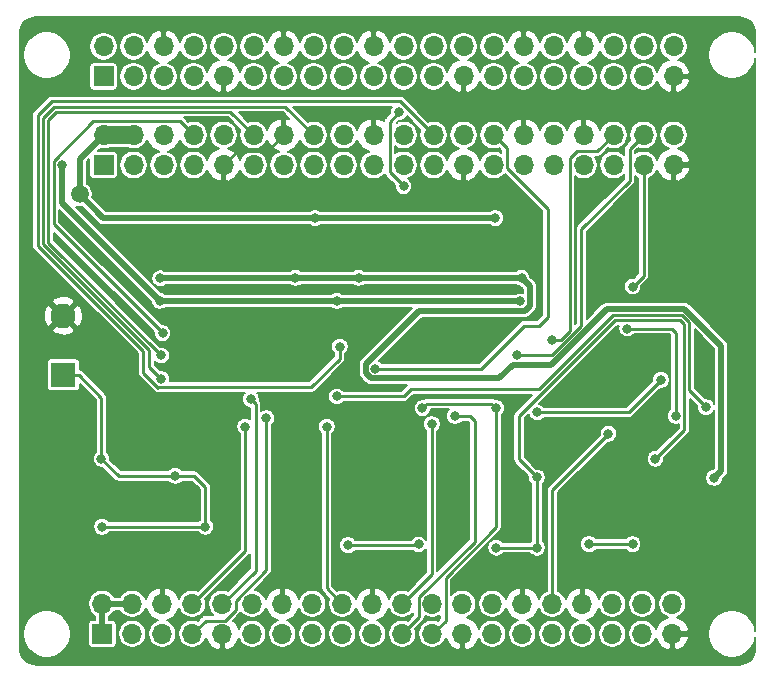
<source format=gbr>
G04 #@! TF.GenerationSoftware,KiCad,Pcbnew,5.1.6*
G04 #@! TF.CreationDate,2020-05-21T19:24:45+02:00*
G04 #@! TF.ProjectId,F010_rpi_logic_level_shifter_hat,46303130-5f72-4706-995f-6c6f6769635f,rev?*
G04 #@! TF.SameCoordinates,PXa52d280PY2b953a0*
G04 #@! TF.FileFunction,Copper,L2,Bot*
G04 #@! TF.FilePolarity,Positive*
%FSLAX46Y46*%
G04 Gerber Fmt 4.6, Leading zero omitted, Abs format (unit mm)*
G04 Created by KiCad (PCBNEW 5.1.6) date 2020-05-21 19:24:45*
%MOMM*%
%LPD*%
G01*
G04 APERTURE LIST*
G04 #@! TA.AperFunction,ComponentPad*
%ADD10O,1.700000X1.700000*%
G04 #@! TD*
G04 #@! TA.AperFunction,ComponentPad*
%ADD11R,1.700000X1.700000*%
G04 #@! TD*
G04 #@! TA.AperFunction,ComponentPad*
%ADD12C,2.100000*%
G04 #@! TD*
G04 #@! TA.AperFunction,ComponentPad*
%ADD13R,2.100000X2.100000*%
G04 #@! TD*
G04 #@! TA.AperFunction,ViaPad*
%ADD14C,0.800000*%
G04 #@! TD*
G04 #@! TA.AperFunction,ViaPad*
%ADD15C,1.500000*%
G04 #@! TD*
G04 #@! TA.AperFunction,Conductor*
%ADD16C,0.250000*%
G04 #@! TD*
G04 #@! TA.AperFunction,Conductor*
%ADD17C,0.500000*%
G04 #@! TD*
G04 #@! TA.AperFunction,Conductor*
%ADD18C,1.500000*%
G04 #@! TD*
G04 #@! TA.AperFunction,Conductor*
%ADD19C,0.200000*%
G04 #@! TD*
G04 APERTURE END LIST*
D10*
G04 #@! TO.P,J3,40*
G04 #@! TO.N,rpi_40*
X-4940000Y-6760000D03*
G04 #@! TO.P,J3,39*
G04 #@! TO.N,GND*
X-4940000Y-9300000D03*
G04 #@! TO.P,J3,38*
G04 #@! TO.N,rpi_38*
X-7480000Y-6760000D03*
G04 #@! TO.P,J3,37*
G04 #@! TO.N,rpi_37*
X-7480000Y-9300000D03*
G04 #@! TO.P,J3,36*
G04 #@! TO.N,rpi_36*
X-10020000Y-6760000D03*
G04 #@! TO.P,J3,35*
G04 #@! TO.N,rpi_35*
X-10020000Y-9300000D03*
G04 #@! TO.P,J3,34*
G04 #@! TO.N,GND*
X-12560000Y-6760000D03*
G04 #@! TO.P,J3,33*
G04 #@! TO.N,rpi_33*
X-12560000Y-9300000D03*
G04 #@! TO.P,J3,32*
G04 #@! TO.N,rpi_32*
X-15100000Y-6760000D03*
G04 #@! TO.P,J3,31*
G04 #@! TO.N,rpi_31*
X-15100000Y-9300000D03*
G04 #@! TO.P,J3,30*
G04 #@! TO.N,GND*
X-17640000Y-6760000D03*
G04 #@! TO.P,J3,29*
G04 #@! TO.N,rpi_29*
X-17640000Y-9300000D03*
G04 #@! TO.P,J3,28*
G04 #@! TO.N,rpi_28*
X-20180000Y-6760000D03*
G04 #@! TO.P,J3,27*
G04 #@! TO.N,rpi_27*
X-20180000Y-9300000D03*
G04 #@! TO.P,J3,26*
G04 #@! TO.N,rpi_26*
X-22720000Y-6760000D03*
G04 #@! TO.P,J3,25*
G04 #@! TO.N,GND*
X-22720000Y-9300000D03*
G04 #@! TO.P,J3,24*
G04 #@! TO.N,rpi_24*
X-25260000Y-6760000D03*
G04 #@! TO.P,J3,23*
G04 #@! TO.N,rpi_23*
X-25260000Y-9300000D03*
G04 #@! TO.P,J3,22*
G04 #@! TO.N,rpi_22*
X-27800000Y-6760000D03*
G04 #@! TO.P,J3,21*
G04 #@! TO.N,rpi_21*
X-27800000Y-9300000D03*
G04 #@! TO.P,J3,20*
G04 #@! TO.N,GND*
X-30340000Y-6760000D03*
G04 #@! TO.P,J3,19*
G04 #@! TO.N,rpi_19*
X-30340000Y-9300000D03*
G04 #@! TO.P,J3,18*
G04 #@! TO.N,rpi_18*
X-32880000Y-6760000D03*
G04 #@! TO.P,J3,17*
G04 #@! TO.N,+3V3*
X-32880000Y-9300000D03*
G04 #@! TO.P,J3,16*
G04 #@! TO.N,rpi_16*
X-35420000Y-6760000D03*
G04 #@! TO.P,J3,15*
G04 #@! TO.N,rpi_15*
X-35420000Y-9300000D03*
G04 #@! TO.P,J3,14*
G04 #@! TO.N,GND*
X-37960000Y-6760000D03*
G04 #@! TO.P,J3,13*
G04 #@! TO.N,rpi_13*
X-37960000Y-9300000D03*
G04 #@! TO.P,J3,12*
G04 #@! TO.N,rpi_12*
X-40500000Y-6760000D03*
G04 #@! TO.P,J3,11*
G04 #@! TO.N,rpi_11*
X-40500000Y-9300000D03*
G04 #@! TO.P,J3,10*
G04 #@! TO.N,rpi_10*
X-43040000Y-6760000D03*
G04 #@! TO.P,J3,9*
G04 #@! TO.N,GND*
X-43040000Y-9300000D03*
G04 #@! TO.P,J3,8*
G04 #@! TO.N,rpi_8*
X-45580000Y-6760000D03*
G04 #@! TO.P,J3,7*
G04 #@! TO.N,rpi_7*
X-45580000Y-9300000D03*
G04 #@! TO.P,J3,6*
G04 #@! TO.N,GND*
X-48120000Y-6760000D03*
G04 #@! TO.P,J3,5*
G04 #@! TO.N,rpi_5*
X-48120000Y-9300000D03*
G04 #@! TO.P,J3,4*
G04 #@! TO.N,+5V*
X-50660000Y-6760000D03*
G04 #@! TO.P,J3,3*
G04 #@! TO.N,rpi_3*
X-50660000Y-9300000D03*
G04 #@! TO.P,J3,2*
G04 #@! TO.N,+5V*
X-53200000Y-6760000D03*
D11*
G04 #@! TO.P,J3,1*
G04 #@! TO.N,+3V3*
X-53200000Y-9300000D03*
G04 #@! TD*
D10*
G04 #@! TO.P,J4,40*
G04 #@! TO.N,rpi5_40*
X-5040000Y-46460000D03*
G04 #@! TO.P,J4,39*
G04 #@! TO.N,GND*
X-5040000Y-49000000D03*
G04 #@! TO.P,J4,38*
G04 #@! TO.N,rpi5_38*
X-7580000Y-46460000D03*
G04 #@! TO.P,J4,37*
G04 #@! TO.N,rpi5_37*
X-7580000Y-49000000D03*
G04 #@! TO.P,J4,36*
G04 #@! TO.N,rpi5_36*
X-10120000Y-46460000D03*
G04 #@! TO.P,J4,35*
G04 #@! TO.N,rpi5_35*
X-10120000Y-49000000D03*
G04 #@! TO.P,J4,34*
G04 #@! TO.N,GND*
X-12660000Y-46460000D03*
G04 #@! TO.P,J4,33*
G04 #@! TO.N,rpi5_33*
X-12660000Y-49000000D03*
G04 #@! TO.P,J4,32*
G04 #@! TO.N,rpi5_32*
X-15200000Y-46460000D03*
G04 #@! TO.P,J4,31*
G04 #@! TO.N,rpi5_31*
X-15200000Y-49000000D03*
G04 #@! TO.P,J4,30*
G04 #@! TO.N,GND*
X-17740000Y-46460000D03*
G04 #@! TO.P,J4,29*
G04 #@! TO.N,rpi5_29*
X-17740000Y-49000000D03*
G04 #@! TO.P,J4,28*
G04 #@! TO.N,rpi5_28*
X-20280000Y-46460000D03*
G04 #@! TO.P,J4,27*
G04 #@! TO.N,rpi5_27*
X-20280000Y-49000000D03*
G04 #@! TO.P,J4,26*
G04 #@! TO.N,rpi5_26*
X-22820000Y-46460000D03*
G04 #@! TO.P,J4,25*
G04 #@! TO.N,GND*
X-22820000Y-49000000D03*
G04 #@! TO.P,J4,24*
G04 #@! TO.N,rpi5_24*
X-25360000Y-46460000D03*
G04 #@! TO.P,J4,23*
G04 #@! TO.N,rpi5_23*
X-25360000Y-49000000D03*
G04 #@! TO.P,J4,22*
G04 #@! TO.N,rpi5_22*
X-27900000Y-46460000D03*
G04 #@! TO.P,J4,21*
G04 #@! TO.N,rpi5_21*
X-27900000Y-49000000D03*
G04 #@! TO.P,J4,20*
G04 #@! TO.N,GND*
X-30440000Y-46460000D03*
G04 #@! TO.P,J4,19*
G04 #@! TO.N,rpi5_19*
X-30440000Y-49000000D03*
G04 #@! TO.P,J4,18*
G04 #@! TO.N,rpi5_18*
X-32980000Y-46460000D03*
G04 #@! TO.P,J4,17*
G04 #@! TO.N,+5V*
X-32980000Y-49000000D03*
G04 #@! TO.P,J4,16*
G04 #@! TO.N,rpi5_16*
X-35520000Y-46460000D03*
G04 #@! TO.P,J4,15*
G04 #@! TO.N,rpi5_15*
X-35520000Y-49000000D03*
G04 #@! TO.P,J4,14*
G04 #@! TO.N,GND*
X-38060000Y-46460000D03*
G04 #@! TO.P,J4,13*
G04 #@! TO.N,rpi5_13*
X-38060000Y-49000000D03*
G04 #@! TO.P,J4,12*
G04 #@! TO.N,rpi5_12*
X-40600000Y-46460000D03*
G04 #@! TO.P,J4,11*
G04 #@! TO.N,rpi5_11*
X-40600000Y-49000000D03*
G04 #@! TO.P,J4,10*
G04 #@! TO.N,rpi5_10*
X-43140000Y-46460000D03*
G04 #@! TO.P,J4,9*
G04 #@! TO.N,GND*
X-43140000Y-49000000D03*
G04 #@! TO.P,J4,8*
G04 #@! TO.N,rpi5_8*
X-45680000Y-46460000D03*
G04 #@! TO.P,J4,7*
G04 #@! TO.N,rpi5_7*
X-45680000Y-49000000D03*
G04 #@! TO.P,J4,6*
G04 #@! TO.N,GND*
X-48220000Y-46460000D03*
G04 #@! TO.P,J4,5*
G04 #@! TO.N,rpi5_5*
X-48220000Y-49000000D03*
G04 #@! TO.P,J4,4*
G04 #@! TO.N,+5V*
X-50760000Y-46460000D03*
G04 #@! TO.P,J4,3*
G04 #@! TO.N,rpi5_3*
X-50760000Y-49000000D03*
G04 #@! TO.P,J4,2*
G04 #@! TO.N,+5V*
X-53300000Y-46460000D03*
D11*
G04 #@! TO.P,J4,1*
X-53300000Y-49000000D03*
G04 #@! TD*
D10*
G04 #@! TO.P,J1,40*
G04 #@! TO.N,rpi_40*
X-4940000Y740000D03*
G04 #@! TO.P,J1,39*
G04 #@! TO.N,GND*
X-4940000Y-1800000D03*
G04 #@! TO.P,J1,38*
G04 #@! TO.N,rpi_38*
X-7480000Y740000D03*
G04 #@! TO.P,J1,37*
G04 #@! TO.N,rpi_37*
X-7480000Y-1800000D03*
G04 #@! TO.P,J1,36*
G04 #@! TO.N,rpi_36*
X-10020000Y740000D03*
G04 #@! TO.P,J1,35*
G04 #@! TO.N,rpi_35*
X-10020000Y-1800000D03*
G04 #@! TO.P,J1,34*
G04 #@! TO.N,GND*
X-12560000Y740000D03*
G04 #@! TO.P,J1,33*
G04 #@! TO.N,rpi_33*
X-12560000Y-1800000D03*
G04 #@! TO.P,J1,32*
G04 #@! TO.N,rpi_32*
X-15100000Y740000D03*
G04 #@! TO.P,J1,31*
G04 #@! TO.N,rpi_31*
X-15100000Y-1800000D03*
G04 #@! TO.P,J1,30*
G04 #@! TO.N,GND*
X-17640000Y740000D03*
G04 #@! TO.P,J1,29*
G04 #@! TO.N,rpi_29*
X-17640000Y-1800000D03*
G04 #@! TO.P,J1,28*
G04 #@! TO.N,rpi_28*
X-20180000Y740000D03*
G04 #@! TO.P,J1,27*
G04 #@! TO.N,rpi_27*
X-20180000Y-1800000D03*
G04 #@! TO.P,J1,26*
G04 #@! TO.N,rpi_26*
X-22720000Y740000D03*
G04 #@! TO.P,J1,25*
G04 #@! TO.N,GND*
X-22720000Y-1800000D03*
G04 #@! TO.P,J1,24*
G04 #@! TO.N,rpi_24*
X-25260000Y740000D03*
G04 #@! TO.P,J1,23*
G04 #@! TO.N,rpi_23*
X-25260000Y-1800000D03*
G04 #@! TO.P,J1,22*
G04 #@! TO.N,rpi_22*
X-27800000Y740000D03*
G04 #@! TO.P,J1,21*
G04 #@! TO.N,rpi_21*
X-27800000Y-1800000D03*
G04 #@! TO.P,J1,20*
G04 #@! TO.N,GND*
X-30340000Y740000D03*
G04 #@! TO.P,J1,19*
G04 #@! TO.N,rpi_19*
X-30340000Y-1800000D03*
G04 #@! TO.P,J1,18*
G04 #@! TO.N,rpi_18*
X-32880000Y740000D03*
G04 #@! TO.P,J1,17*
G04 #@! TO.N,+3V3*
X-32880000Y-1800000D03*
G04 #@! TO.P,J1,16*
G04 #@! TO.N,rpi_16*
X-35420000Y740000D03*
G04 #@! TO.P,J1,15*
G04 #@! TO.N,rpi_15*
X-35420000Y-1800000D03*
G04 #@! TO.P,J1,14*
G04 #@! TO.N,GND*
X-37960000Y740000D03*
G04 #@! TO.P,J1,13*
G04 #@! TO.N,rpi_13*
X-37960000Y-1800000D03*
G04 #@! TO.P,J1,12*
G04 #@! TO.N,rpi_12*
X-40500000Y740000D03*
G04 #@! TO.P,J1,11*
G04 #@! TO.N,rpi_11*
X-40500000Y-1800000D03*
G04 #@! TO.P,J1,10*
G04 #@! TO.N,rpi_10*
X-43040000Y740000D03*
G04 #@! TO.P,J1,9*
G04 #@! TO.N,GND*
X-43040000Y-1800000D03*
G04 #@! TO.P,J1,8*
G04 #@! TO.N,rpi_8*
X-45580000Y740000D03*
G04 #@! TO.P,J1,7*
G04 #@! TO.N,rpi_7*
X-45580000Y-1800000D03*
G04 #@! TO.P,J1,6*
G04 #@! TO.N,GND*
X-48120000Y740000D03*
G04 #@! TO.P,J1,5*
G04 #@! TO.N,rpi_5*
X-48120000Y-1800000D03*
G04 #@! TO.P,J1,4*
G04 #@! TO.N,+5V*
X-50660000Y740000D03*
G04 #@! TO.P,J1,3*
G04 #@! TO.N,rpi_3*
X-50660000Y-1800000D03*
G04 #@! TO.P,J1,2*
G04 #@! TO.N,+5V*
X-53200000Y740000D03*
D11*
G04 #@! TO.P,J1,1*
G04 #@! TO.N,+3V3*
X-53200000Y-1800000D03*
G04 #@! TD*
D12*
G04 #@! TO.P,J2,2*
G04 #@! TO.N,GND*
X-56600000Y-22075000D03*
D13*
G04 #@! TO.P,J2,1*
G04 #@! TO.N,+5V*
X-56600000Y-27075000D03*
G04 #@! TD*
D14*
G04 #@! TO.N,GND*
X-18200000Y-14300000D03*
X-35925000Y-12100000D03*
X-32275000Y-16825000D03*
X-43050000Y-12100000D03*
X-48400000Y-11925000D03*
X-11725000Y-29025000D03*
X-6500000Y-43100000D03*
X-54525000Y-43475000D03*
X-20700000Y-43475000D03*
X-30025000Y-15525000D03*
X-36450000Y-26800000D03*
X-37675000Y-32075000D03*
X1200000Y-46100000D03*
X-23125000Y-16100000D03*
X-10150000Y-16250000D03*
X-29950000Y-43500000D03*
X-37100000Y-43375000D03*
X-44150000Y-43225000D03*
X-7100000Y-35625000D03*
X-51500000Y-29075000D03*
X-26625000Y-50150000D03*
X-24300000Y-41575000D03*
X-2200000Y-28300000D03*
G04 #@! TO.N,rpi_38*
X-18150000Y-25400000D03*
G04 #@! TO.N,rpi_37*
X-8400000Y-19600000D03*
G04 #@! TO.N,rpi_36*
X-15200000Y-24100000D03*
G04 #@! TO.N,rpi_28*
X-30200000Y-26550000D03*
G04 #@! TO.N,rpi_24*
X-33200000Y-24675000D03*
G04 #@! TO.N,rpi_21*
X-28200000Y-4850000D03*
X-27800000Y-11100000D03*
G04 #@! TO.N,+3V3*
X-48450000Y-20800000D03*
X-33450000Y-20800000D03*
X-17900000Y-20850000D03*
X-56700000Y-9300000D03*
G04 #@! TO.N,rpi_16*
X-48325000Y-27425000D03*
G04 #@! TO.N,rpi_12*
X-48325000Y-25425000D03*
G04 #@! TO.N,rpi_8*
X-48200000Y-23550000D03*
G04 #@! TO.N,+5V*
X-16500000Y-35750000D03*
X-32500000Y-41500000D03*
X-26525000Y-41425000D03*
X-8400000Y-41400000D03*
X-12100000Y-41400000D03*
X-47125000Y-35625000D03*
X-6475000Y-34175000D03*
D15*
X-55225000Y-11800000D03*
D14*
X-53375000Y-34175000D03*
X-19950000Y-41700000D03*
X-16500000Y-41700000D03*
X-53325000Y-39925000D03*
X-44575000Y-39925000D03*
X-35300000Y-13800000D03*
X-20050000Y-13800000D03*
G04 #@! TO.N,rpi5_33*
X-8850000Y-23150000D03*
X-4750000Y-30550000D03*
G04 #@! TO.N,rpi5_32*
X-10450000Y-32050000D03*
G04 #@! TO.N,rpi5_23*
X-19950000Y-29900000D03*
X-26200000Y-29900000D03*
G04 #@! TO.N,rpi5_22*
X-25412500Y-31237500D03*
G04 #@! TO.N,rpi5_21*
X-23450000Y-30550000D03*
G04 #@! TO.N,rpi5_18*
X-34294999Y-31455001D03*
G04 #@! TO.N,rpi5_10*
X-40725000Y-29125000D03*
G04 #@! TO.N,rpi5_8*
X-41206595Y-31443405D03*
G04 #@! TO.N,rpi5_7*
X-39400000Y-30750000D03*
G04 #@! TO.N,Net-(D2-Pad1)*
X-16475000Y-30250000D03*
X-6000000Y-27500000D03*
G04 #@! TO.N,en_ls*
X-36950000Y-18850000D03*
X-48400000Y-18900000D03*
X-17800000Y-18850000D03*
X-31600000Y-18850000D03*
X-1500000Y-35800000D03*
G04 #@! TO.N,Net-(JP1-Pad1)*
X-33450000Y-28900000D03*
X-2200000Y-29800000D03*
G04 #@! TD*
D16*
G04 #@! TO.N,GND*
X-39324999Y-8124999D02*
X-37960000Y-6760000D01*
X-41864999Y-8124999D02*
X-39324999Y-8124999D01*
X-43040000Y-9300000D02*
X-41864999Y-8124999D01*
G04 #@! TO.N,rpi_38*
X-8655001Y-10655001D02*
X-8655001Y-7935001D01*
X-8655001Y-7935001D02*
X-7480000Y-6760000D01*
X-12750000Y-22915699D02*
X-12750000Y-14750000D01*
X-15234301Y-25400000D02*
X-12750000Y-22915699D01*
X-12750000Y-14750000D02*
X-8655001Y-10655001D01*
X-18150000Y-25400000D02*
X-15234301Y-25400000D01*
G04 #@! TO.N,rpi_37*
X-7480000Y-18680000D02*
X-7480000Y-9300000D01*
X-8400000Y-19600000D02*
X-7480000Y-18680000D01*
G04 #@! TO.N,rpi_36*
X-14500000Y-24100000D02*
X-15200000Y-24100000D01*
X-10020000Y-6760000D02*
X-11384999Y-8124999D01*
X-11384999Y-8124999D02*
X-13124001Y-8124999D01*
X-13124001Y-8124999D02*
X-13735001Y-8735999D01*
X-13735001Y-23335001D02*
X-14500000Y-24100000D01*
X-13735001Y-8735999D02*
X-13735001Y-23335001D01*
G04 #@! TO.N,rpi_28*
X-19054999Y-7885001D02*
X-20180000Y-6760000D01*
X-19054999Y-9550003D02*
X-19054999Y-7885001D01*
X-15600000Y-13005002D02*
X-19054999Y-9550003D01*
X-16300000Y-22900000D02*
X-15600000Y-22200000D01*
X-15600000Y-22200000D02*
X-15600000Y-13005002D01*
X-17600000Y-22900000D02*
X-16300000Y-22900000D01*
X-21250000Y-26550000D02*
X-17600000Y-22900000D01*
X-30200000Y-26550000D02*
X-21250000Y-26550000D01*
G04 #@! TO.N,rpi_24*
X-49825000Y-25056399D02*
X-49825000Y-26924002D01*
X-58775031Y-16149969D02*
X-58400000Y-16525000D01*
X-49825000Y-26924002D02*
X-48599002Y-28150000D01*
X-58400000Y-16525000D02*
X-49825000Y-25056399D01*
X-57572802Y-3899982D02*
X-58775031Y-5102211D01*
X-58775031Y-5102211D02*
X-58775031Y-16149969D01*
X-28120018Y-3899982D02*
X-57572802Y-3899982D01*
X-25260000Y-6760000D02*
X-28120018Y-3899982D01*
X-33200000Y-24675000D02*
X-33200000Y-25700000D01*
X-48549003Y-28100001D02*
X-48599002Y-28150000D01*
X-35600001Y-28100001D02*
X-48549003Y-28100001D01*
X-33200000Y-25700000D02*
X-35600001Y-28100001D01*
G04 #@! TO.N,rpi_21*
X-28975001Y-9924999D02*
X-27800000Y-11100000D01*
X-28975001Y-5625001D02*
X-28975001Y-9924999D01*
X-28200000Y-4850000D02*
X-28975001Y-5625001D01*
D17*
G04 #@! TO.N,+3V3*
X-56700000Y-12550000D02*
X-48450000Y-20800000D01*
X-56700000Y-9300000D02*
X-56700000Y-12550000D01*
X-48450000Y-20800000D02*
X-33450000Y-20800000D01*
X-22200000Y-20800000D02*
X-33450000Y-20800000D01*
X-22175000Y-20825000D02*
X-18475000Y-20825000D01*
X-22200000Y-20800000D02*
X-22175000Y-20825000D01*
X-18465685Y-20850000D02*
X-17900000Y-20850000D01*
X-18475000Y-20840685D02*
X-18465685Y-20850000D01*
X-18475000Y-20825000D02*
X-18475000Y-20840685D01*
D16*
G04 #@! TO.N,rpi_16*
X-57386401Y-4349991D02*
X-58325021Y-5288611D01*
X-35420000Y-6760000D02*
X-37830009Y-4349991D01*
X-37830009Y-4349991D02*
X-57386401Y-4349991D01*
X-48325000Y-27425000D02*
X-48200000Y-27550000D01*
X-49350000Y-26400000D02*
X-48325000Y-27425000D01*
X-49350000Y-24965699D02*
X-49350000Y-26400000D01*
X-58325021Y-15349979D02*
X-58325021Y-15990679D01*
X-58325021Y-5288611D02*
X-58325021Y-15349979D01*
X-58325021Y-15990679D02*
X-57845350Y-16470350D01*
X-58190678Y-16125021D02*
X-57845350Y-16470350D01*
X-57845350Y-16470350D02*
X-49350000Y-24965699D01*
X-58325021Y-15349979D02*
X-58325021Y-15949979D01*
G04 #@! TO.N,rpi_12*
X-40500000Y-6760000D02*
X-42460000Y-4800000D01*
X-57200000Y-4800000D02*
X-57875011Y-5475011D01*
X-42460000Y-4800000D02*
X-57200000Y-4800000D01*
X-48325000Y-25425000D02*
X-48200000Y-25550000D01*
X-57875011Y-5475011D02*
X-57875011Y-15874989D01*
X-57875011Y-15874989D02*
X-48325000Y-25425000D01*
G04 #@! TO.N,rpi_8*
X-45580000Y-6760000D02*
X-46755001Y-5584999D01*
X-57425001Y-8951999D02*
X-57425001Y-14324999D01*
X-54058001Y-5584999D02*
X-57425001Y-8951999D01*
X-46755001Y-5584999D02*
X-54058001Y-5584999D01*
X-57425001Y-14324999D02*
X-48200000Y-23550000D01*
D18*
G04 #@! TO.N,+5V*
X-53200000Y-6760000D02*
X-50660000Y-6760000D01*
D17*
X-53300000Y-46460000D02*
X-50760000Y-46460000D01*
X-53300000Y-46460000D02*
X-53300000Y-49000000D01*
D16*
X-26600000Y-41500000D02*
X-26525000Y-41425000D01*
X-32500000Y-41500000D02*
X-26600000Y-41500000D01*
X-12100000Y-41400000D02*
X-8400000Y-41400000D01*
D17*
X-20050000Y-13800000D02*
X-35300000Y-13800000D01*
D16*
X-51925000Y-35625000D02*
X-53375000Y-34175000D01*
X-47125000Y-35625000D02*
X-51925000Y-35625000D01*
X-53375000Y-34175000D02*
X-53375000Y-29000000D01*
X-19950000Y-41700000D02*
X-16500000Y-41700000D01*
X-53325000Y-39925000D02*
X-44575000Y-39925000D01*
X-47125000Y-35625000D02*
X-45525000Y-35625000D01*
X-44575000Y-36575000D02*
X-44575000Y-39925000D01*
X-45525000Y-35625000D02*
X-44575000Y-36575000D01*
X-16500000Y-41700000D02*
X-16500000Y-35750000D01*
X-55300000Y-27075000D02*
X-56600000Y-27075000D01*
X-53375000Y-29000000D02*
X-55300000Y-27075000D01*
D17*
X-53225000Y-13800000D02*
X-55225000Y-11800000D01*
X-35300000Y-13800000D02*
X-53225000Y-13800000D01*
X-55225000Y-8785000D02*
X-53200000Y-6760000D01*
X-55225000Y-11800000D02*
X-55225000Y-8785000D01*
D16*
X-18025000Y-34225000D02*
X-16500000Y-35750000D01*
X-18025000Y-30556397D02*
X-18025000Y-34225000D01*
X-4401999Y-22424999D02*
X-9893602Y-22424999D01*
X-9893602Y-22424999D02*
X-18025000Y-30556397D01*
X-4024999Y-22801999D02*
X-4401999Y-22424999D01*
X-4024999Y-31724999D02*
X-4024999Y-22801999D01*
X-6475000Y-34175000D02*
X-4024999Y-31724999D01*
G04 #@! TO.N,rpi5_33*
X-8850000Y-23150000D02*
X-5100000Y-23150000D01*
X-4750000Y-23500000D02*
X-4750000Y-30550000D01*
X-5100000Y-23150000D02*
X-4750000Y-23500000D01*
G04 #@! TO.N,rpi5_32*
X-15200000Y-36800000D02*
X-15200000Y-46460000D01*
X-10450000Y-32050000D02*
X-15200000Y-36800000D01*
G04 #@! TO.N,rpi5_23*
X-19950000Y-39950696D02*
X-19950000Y-29900000D01*
X-24234999Y-44235695D02*
X-19950000Y-39950696D01*
X-24234999Y-47874999D02*
X-24234999Y-44235695D01*
X-25360000Y-49000000D02*
X-24234999Y-47874999D01*
X-20349999Y-29500001D02*
X-19950000Y-29900000D01*
X-25800001Y-29500001D02*
X-20349999Y-29500001D01*
X-26200000Y-29900000D02*
X-25800001Y-29500001D01*
G04 #@! TO.N,rpi5_22*
X-25412500Y-43972500D02*
X-27900000Y-46460000D01*
X-25412500Y-31237500D02*
X-25412500Y-43972500D01*
G04 #@! TO.N,rpi5_21*
X-22175000Y-30550000D02*
X-23450000Y-30550000D01*
X-21762500Y-30962500D02*
X-22175000Y-30550000D01*
X-21762500Y-41197498D02*
X-21762500Y-30962500D01*
X-26485001Y-45919999D02*
X-21762500Y-41197498D01*
X-26485001Y-47585001D02*
X-26485001Y-45919999D01*
X-27900000Y-49000000D02*
X-26485001Y-47585001D01*
G04 #@! TO.N,rpi5_18*
X-34294999Y-45145001D02*
X-32980000Y-46460000D01*
X-34294999Y-31455001D02*
X-34294999Y-45145001D01*
G04 #@! TO.N,rpi5_10*
X-40325001Y-43645001D02*
X-43140000Y-46460000D01*
X-40325001Y-29524999D02*
X-40325001Y-43645001D01*
X-40725000Y-29125000D02*
X-40325001Y-29524999D01*
G04 #@! TO.N,rpi5_8*
X-41206595Y-41986595D02*
X-45680000Y-46460000D01*
X-41206595Y-31443405D02*
X-41206595Y-41986595D01*
G04 #@! TO.N,rpi5_7*
X-44554999Y-47874999D02*
X-45680000Y-49000000D01*
X-42889997Y-47874999D02*
X-44554999Y-47874999D01*
X-42014999Y-47000001D02*
X-42889997Y-47874999D01*
X-42014999Y-46209997D02*
X-42014999Y-47000001D01*
X-39400000Y-43594998D02*
X-42014999Y-46209997D01*
X-39400000Y-30750000D02*
X-39400000Y-43594998D01*
G04 #@! TO.N,Net-(D2-Pad1)*
X-8750000Y-30250000D02*
X-6000000Y-27500000D01*
X-16475000Y-30250000D02*
X-8750000Y-30250000D01*
D17*
G04 #@! TO.N,en_ls*
X-37000000Y-18900000D02*
X-36950000Y-18850000D01*
X-48400000Y-18900000D02*
X-37000000Y-18900000D01*
X-36950000Y-18850000D02*
X-31600000Y-18850000D01*
X-31600000Y-18850000D02*
X-17800000Y-18850000D01*
X-4018844Y-21499979D02*
X-10591804Y-21499979D01*
X-899999Y-24618824D02*
X-4018844Y-21499979D01*
X-899999Y-35199999D02*
X-899999Y-24618824D01*
X-1500000Y-35800000D02*
X-899999Y-35199999D01*
X-17515999Y-21650001D02*
X-17099999Y-21234001D01*
X-31000001Y-26165999D02*
X-26484003Y-21650001D01*
X-17099999Y-21234001D02*
X-17099999Y-19550001D01*
X-30584001Y-27350001D02*
X-31000001Y-26934001D01*
X-17099999Y-19550001D02*
X-17800000Y-18850000D01*
X-19684001Y-27350001D02*
X-30584001Y-27350001D01*
X-31000001Y-26934001D02*
X-31000001Y-26165999D01*
X-15291826Y-26200001D02*
X-18534001Y-26200001D01*
X-26484003Y-21650001D02*
X-17515999Y-21650001D01*
X-18534001Y-26200001D02*
X-19684001Y-27350001D01*
X-10591804Y-21499979D02*
X-15291826Y-26200001D01*
D16*
G04 #@! TO.N,Net-(JP1-Pad1)*
X-4236310Y-22024989D02*
X-3624989Y-22636310D01*
X-10059290Y-22024989D02*
X-4236310Y-22024989D01*
X-16334301Y-28300000D02*
X-10059290Y-22024989D01*
X-27200000Y-28300000D02*
X-16334301Y-28300000D01*
X-27800000Y-28900000D02*
X-27200000Y-28300000D01*
X-33450000Y-28900000D02*
X-27800000Y-28900000D01*
X-3624989Y-28375011D02*
X-3624989Y-28124989D01*
X-2200000Y-29800000D02*
X-3624989Y-28375011D01*
X-3624989Y-22636310D02*
X-3624989Y-28124989D01*
G04 #@! TD*
D19*
G04 #@! TO.N,GND*
G36*
X871366Y3170515D02*
G01*
X1132403Y3091704D01*
X1373154Y2963694D01*
X1584461Y2791356D01*
X1758268Y2581261D01*
X1887955Y2341409D01*
X1968586Y2080931D01*
X2000000Y1782053D01*
X2000000Y249640D01*
X1933019Y586375D01*
X1781481Y952221D01*
X1561481Y1281474D01*
X1281474Y1561481D01*
X952221Y1781481D01*
X586375Y1933019D01*
X197995Y2010273D01*
X-197995Y2010273D01*
X-586375Y1933019D01*
X-952221Y1781481D01*
X-1281474Y1561481D01*
X-1561481Y1281474D01*
X-1781481Y952221D01*
X-1933019Y586375D01*
X-2010273Y197995D01*
X-2010273Y-197995D01*
X-1933019Y-586375D01*
X-1781481Y-952221D01*
X-1561481Y-1281474D01*
X-1281474Y-1561481D01*
X-952221Y-1781481D01*
X-586375Y-1933019D01*
X-197995Y-2010273D01*
X197995Y-2010273D01*
X586375Y-1933019D01*
X952221Y-1781481D01*
X1281474Y-1561481D01*
X1561481Y-1281474D01*
X1781481Y-952221D01*
X1933019Y-586375D01*
X2000000Y-249640D01*
X2000001Y-48750364D01*
X1933019Y-48413625D01*
X1781481Y-48047779D01*
X1561481Y-47718526D01*
X1281474Y-47438519D01*
X952221Y-47218519D01*
X586375Y-47066981D01*
X197995Y-46989727D01*
X-197995Y-46989727D01*
X-586375Y-47066981D01*
X-952221Y-47218519D01*
X-1281474Y-47438519D01*
X-1561481Y-47718526D01*
X-1781481Y-48047779D01*
X-1933019Y-48413625D01*
X-2010273Y-48802005D01*
X-2010273Y-49197995D01*
X-1933019Y-49586375D01*
X-1781481Y-49952221D01*
X-1561481Y-50281474D01*
X-1281474Y-50561481D01*
X-952221Y-50781481D01*
X-586375Y-50933019D01*
X-197995Y-51010273D01*
X197995Y-51010273D01*
X586375Y-50933019D01*
X952221Y-50781481D01*
X1281474Y-50561481D01*
X1561481Y-50281474D01*
X1781481Y-49952221D01*
X1933019Y-49586375D01*
X2000001Y-49249636D01*
X2000001Y-50170649D01*
X1970515Y-50471367D01*
X1891703Y-50732405D01*
X1763694Y-50973153D01*
X1591354Y-51184463D01*
X1381261Y-51358268D01*
X1141409Y-51487955D01*
X880930Y-51568586D01*
X582053Y-51600000D01*
X-58870659Y-51600000D01*
X-59171367Y-51570515D01*
X-59432405Y-51491703D01*
X-59673153Y-51363694D01*
X-59884463Y-51191354D01*
X-60058268Y-50981261D01*
X-60187955Y-50741409D01*
X-60268586Y-50480930D01*
X-60300000Y-50182053D01*
X-60300000Y-48802005D01*
X-60010273Y-48802005D01*
X-60010273Y-49197995D01*
X-59933019Y-49586375D01*
X-59781481Y-49952221D01*
X-59561481Y-50281474D01*
X-59281474Y-50561481D01*
X-58952221Y-50781481D01*
X-58586375Y-50933019D01*
X-58197995Y-51010273D01*
X-57802005Y-51010273D01*
X-57413625Y-50933019D01*
X-57047779Y-50781481D01*
X-56718526Y-50561481D01*
X-56438519Y-50281474D01*
X-56218519Y-49952221D01*
X-56066981Y-49586375D01*
X-55989727Y-49197995D01*
X-55989727Y-48802005D01*
X-56066981Y-48413625D01*
X-56218519Y-48047779D01*
X-56438519Y-47718526D01*
X-56718526Y-47438519D01*
X-57047779Y-47218519D01*
X-57413625Y-47066981D01*
X-57802005Y-46989727D01*
X-58197995Y-46989727D01*
X-58586375Y-47066981D01*
X-58952221Y-47218519D01*
X-59281474Y-47438519D01*
X-59561481Y-47718526D01*
X-59781481Y-48047779D01*
X-59933019Y-48413625D01*
X-60010273Y-48802005D01*
X-60300000Y-48802005D01*
X-60300000Y-26025000D01*
X-58001693Y-26025000D01*
X-58001693Y-28125000D01*
X-57994935Y-28193612D01*
X-57974922Y-28259587D01*
X-57942422Y-28320390D01*
X-57898685Y-28373685D01*
X-57845390Y-28417422D01*
X-57784587Y-28449922D01*
X-57718612Y-28469935D01*
X-57650000Y-28476693D01*
X-55550000Y-28476693D01*
X-55481388Y-28469935D01*
X-55415413Y-28449922D01*
X-55354610Y-28417422D01*
X-55301315Y-28373685D01*
X-55257578Y-28320390D01*
X-55225078Y-28259587D01*
X-55205065Y-28193612D01*
X-55198307Y-28125000D01*
X-55198307Y-27848443D01*
X-53849999Y-29196752D01*
X-53850000Y-33590368D01*
X-53853097Y-33592437D01*
X-53957563Y-33696903D01*
X-54039641Y-33819742D01*
X-54096178Y-33956233D01*
X-54125000Y-34101131D01*
X-54125000Y-34248869D01*
X-54096178Y-34393767D01*
X-54039641Y-34530258D01*
X-53957563Y-34653097D01*
X-53853097Y-34757563D01*
X-53730258Y-34839641D01*
X-53593767Y-34896178D01*
X-53448869Y-34925000D01*
X-53301131Y-34925000D01*
X-53297477Y-34924273D01*
X-52277375Y-35944377D01*
X-52262501Y-35962501D01*
X-52190173Y-36021859D01*
X-52107654Y-36065966D01*
X-52018116Y-36093127D01*
X-51925000Y-36102298D01*
X-51901668Y-36100000D01*
X-47709632Y-36100000D01*
X-47707563Y-36103097D01*
X-47603097Y-36207563D01*
X-47480258Y-36289641D01*
X-47343767Y-36346178D01*
X-47198869Y-36375000D01*
X-47051131Y-36375000D01*
X-46906233Y-36346178D01*
X-46769742Y-36289641D01*
X-46646903Y-36207563D01*
X-46542437Y-36103097D01*
X-46540368Y-36100000D01*
X-45721750Y-36100000D01*
X-45050000Y-36771752D01*
X-45049999Y-39340367D01*
X-45053097Y-39342437D01*
X-45157563Y-39446903D01*
X-45159632Y-39450000D01*
X-52740368Y-39450000D01*
X-52742437Y-39446903D01*
X-52846903Y-39342437D01*
X-52969742Y-39260359D01*
X-53106233Y-39203822D01*
X-53251131Y-39175000D01*
X-53398869Y-39175000D01*
X-53543767Y-39203822D01*
X-53680258Y-39260359D01*
X-53803097Y-39342437D01*
X-53907563Y-39446903D01*
X-53989641Y-39569742D01*
X-54046178Y-39706233D01*
X-54075000Y-39851131D01*
X-54075000Y-39998869D01*
X-54046178Y-40143767D01*
X-53989641Y-40280258D01*
X-53907563Y-40403097D01*
X-53803097Y-40507563D01*
X-53680258Y-40589641D01*
X-53543767Y-40646178D01*
X-53398869Y-40675000D01*
X-53251131Y-40675000D01*
X-53106233Y-40646178D01*
X-52969742Y-40589641D01*
X-52846903Y-40507563D01*
X-52742437Y-40403097D01*
X-52740368Y-40400000D01*
X-45159632Y-40400000D01*
X-45157563Y-40403097D01*
X-45053097Y-40507563D01*
X-44930258Y-40589641D01*
X-44793767Y-40646178D01*
X-44648869Y-40675000D01*
X-44501131Y-40675000D01*
X-44356233Y-40646178D01*
X-44219742Y-40589641D01*
X-44096903Y-40507563D01*
X-43992437Y-40403097D01*
X-43910359Y-40280258D01*
X-43853822Y-40143767D01*
X-43825000Y-39998869D01*
X-43825000Y-39851131D01*
X-43853822Y-39706233D01*
X-43910359Y-39569742D01*
X-43992437Y-39446903D01*
X-44096903Y-39342437D01*
X-44100000Y-39340368D01*
X-44100000Y-36598332D01*
X-44097702Y-36575000D01*
X-44106873Y-36481884D01*
X-44134034Y-36392345D01*
X-44158711Y-36346178D01*
X-44178141Y-36309827D01*
X-44237499Y-36237499D01*
X-44255623Y-36222625D01*
X-45172616Y-35305634D01*
X-45187499Y-35287499D01*
X-45259827Y-35228141D01*
X-45342346Y-35184034D01*
X-45431884Y-35156873D01*
X-45501668Y-35150000D01*
X-45525000Y-35147702D01*
X-45548332Y-35150000D01*
X-46540368Y-35150000D01*
X-46542437Y-35146903D01*
X-46646903Y-35042437D01*
X-46769742Y-34960359D01*
X-46906233Y-34903822D01*
X-47051131Y-34875000D01*
X-47198869Y-34875000D01*
X-47343767Y-34903822D01*
X-47480258Y-34960359D01*
X-47603097Y-35042437D01*
X-47707563Y-35146903D01*
X-47709632Y-35150000D01*
X-51728248Y-35150000D01*
X-52625727Y-34252523D01*
X-52625000Y-34248869D01*
X-52625000Y-34101131D01*
X-52653822Y-33956233D01*
X-52710359Y-33819742D01*
X-52792437Y-33696903D01*
X-52896903Y-33592437D01*
X-52900000Y-33590368D01*
X-52900000Y-29023331D01*
X-52897702Y-28999999D01*
X-52906873Y-28906883D01*
X-52923428Y-28852309D01*
X-52934034Y-28817346D01*
X-52978141Y-28734827D01*
X-53037499Y-28662499D01*
X-53055628Y-28647621D01*
X-54947616Y-26755634D01*
X-54962499Y-26737499D01*
X-55034827Y-26678141D01*
X-55117346Y-26634034D01*
X-55198307Y-26609475D01*
X-55198307Y-26025000D01*
X-55205065Y-25956388D01*
X-55225078Y-25890413D01*
X-55257578Y-25829610D01*
X-55301315Y-25776315D01*
X-55354610Y-25732578D01*
X-55415413Y-25700078D01*
X-55481388Y-25680065D01*
X-55550000Y-25673307D01*
X-57650000Y-25673307D01*
X-57718612Y-25680065D01*
X-57784587Y-25700078D01*
X-57845390Y-25732578D01*
X-57898685Y-25776315D01*
X-57942422Y-25829610D01*
X-57974922Y-25890413D01*
X-57994935Y-25956388D01*
X-58001693Y-26025000D01*
X-60300000Y-26025000D01*
X-60300000Y-23248917D01*
X-57556129Y-23248917D01*
X-57450482Y-23507588D01*
X-57154656Y-23645982D01*
X-56837515Y-23724003D01*
X-56511247Y-23738655D01*
X-56188389Y-23689374D01*
X-55881349Y-23578053D01*
X-55749518Y-23507588D01*
X-55643871Y-23248917D01*
X-56600000Y-22292789D01*
X-57556129Y-23248917D01*
X-60300000Y-23248917D01*
X-60300000Y-22163753D01*
X-58263655Y-22163753D01*
X-58214374Y-22486611D01*
X-58103053Y-22793651D01*
X-58032588Y-22925482D01*
X-57773917Y-23031129D01*
X-56817789Y-22075000D01*
X-56382211Y-22075000D01*
X-55426083Y-23031129D01*
X-55167412Y-22925482D01*
X-55029018Y-22629656D01*
X-54950997Y-22312515D01*
X-54936345Y-21986247D01*
X-54985626Y-21663389D01*
X-55096947Y-21356349D01*
X-55167412Y-21224518D01*
X-55426083Y-21118871D01*
X-56382211Y-22075000D01*
X-56817789Y-22075000D01*
X-57773917Y-21118871D01*
X-58032588Y-21224518D01*
X-58170982Y-21520344D01*
X-58249003Y-21837485D01*
X-58263655Y-22163753D01*
X-60300000Y-22163753D01*
X-60300000Y-20901083D01*
X-57556129Y-20901083D01*
X-56600000Y-21857211D01*
X-55643871Y-20901083D01*
X-55749518Y-20642412D01*
X-56045344Y-20504018D01*
X-56362485Y-20425997D01*
X-56688753Y-20411345D01*
X-57011611Y-20460626D01*
X-57318651Y-20571947D01*
X-57450482Y-20642412D01*
X-57556129Y-20901083D01*
X-60300000Y-20901083D01*
X-60300000Y-5102211D01*
X-59252329Y-5102211D01*
X-59250031Y-5125543D01*
X-59250030Y-16126627D01*
X-59252329Y-16149969D01*
X-59243158Y-16243085D01*
X-59223564Y-16307674D01*
X-59215996Y-16332623D01*
X-59171889Y-16415142D01*
X-59112531Y-16487470D01*
X-59094402Y-16502348D01*
X-58751940Y-16844811D01*
X-58751558Y-16845274D01*
X-58735619Y-16861131D01*
X-58719378Y-16877373D01*
X-58718904Y-16877762D01*
X-50300000Y-25253860D01*
X-50299999Y-26900660D01*
X-50302298Y-26924002D01*
X-50293127Y-27017118D01*
X-50280411Y-27059035D01*
X-50265965Y-27106656D01*
X-50221858Y-27189175D01*
X-50162500Y-27261503D01*
X-50144371Y-27276381D01*
X-48951371Y-28469382D01*
X-48936502Y-28487500D01*
X-48918384Y-28502369D01*
X-48918380Y-28502373D01*
X-48864175Y-28546858D01*
X-48781657Y-28590965D01*
X-48692119Y-28618127D01*
X-48599002Y-28627298D01*
X-48505886Y-28618127D01*
X-48416348Y-28590965D01*
X-48386482Y-28575001D01*
X-41235661Y-28575001D01*
X-41307563Y-28646903D01*
X-41389641Y-28769742D01*
X-41446178Y-28906233D01*
X-41475000Y-29051131D01*
X-41475000Y-29198869D01*
X-41446178Y-29343767D01*
X-41389641Y-29480258D01*
X-41307563Y-29603097D01*
X-41203097Y-29707563D01*
X-41080258Y-29789641D01*
X-40943767Y-29846178D01*
X-40800001Y-29874775D01*
X-40800001Y-30813066D01*
X-40851337Y-30778764D01*
X-40987828Y-30722227D01*
X-41132726Y-30693405D01*
X-41280464Y-30693405D01*
X-41425362Y-30722227D01*
X-41561853Y-30778764D01*
X-41684692Y-30860842D01*
X-41789158Y-30965308D01*
X-41871236Y-31088147D01*
X-41927773Y-31224638D01*
X-41956595Y-31369536D01*
X-41956595Y-31517274D01*
X-41927773Y-31662172D01*
X-41871236Y-31798663D01*
X-41789158Y-31921502D01*
X-41684692Y-32025968D01*
X-41681595Y-32028037D01*
X-41681594Y-41789843D01*
X-45236559Y-45344809D01*
X-45329973Y-45306116D01*
X-45561810Y-45260000D01*
X-45798190Y-45260000D01*
X-46030027Y-45306116D01*
X-46248413Y-45396574D01*
X-46444955Y-45527899D01*
X-46612101Y-45695045D01*
X-46743426Y-45891587D01*
X-46816778Y-46068676D01*
X-46913065Y-45813700D01*
X-47064264Y-45571148D01*
X-47259878Y-45362754D01*
X-47492389Y-45196527D01*
X-47752861Y-45078854D01*
X-47841090Y-45052097D01*
X-48066000Y-45163111D01*
X-48066000Y-46306000D01*
X-48046000Y-46306000D01*
X-48046000Y-46614000D01*
X-48066000Y-46614000D01*
X-48066000Y-46634000D01*
X-48374000Y-46634000D01*
X-48374000Y-46614000D01*
X-48394000Y-46614000D01*
X-48394000Y-46306000D01*
X-48374000Y-46306000D01*
X-48374000Y-45163111D01*
X-48598910Y-45052097D01*
X-48687139Y-45078854D01*
X-48947611Y-45196527D01*
X-49180122Y-45362754D01*
X-49375736Y-45571148D01*
X-49526935Y-45813700D01*
X-49623222Y-46068676D01*
X-49696574Y-45891587D01*
X-49827899Y-45695045D01*
X-49995045Y-45527899D01*
X-50191587Y-45396574D01*
X-50409973Y-45306116D01*
X-50641810Y-45260000D01*
X-50878190Y-45260000D01*
X-51110027Y-45306116D01*
X-51328413Y-45396574D01*
X-51524955Y-45527899D01*
X-51692101Y-45695045D01*
X-51802320Y-45860000D01*
X-52257680Y-45860000D01*
X-52367899Y-45695045D01*
X-52535045Y-45527899D01*
X-52731587Y-45396574D01*
X-52949973Y-45306116D01*
X-53181810Y-45260000D01*
X-53418190Y-45260000D01*
X-53650027Y-45306116D01*
X-53868413Y-45396574D01*
X-54064955Y-45527899D01*
X-54232101Y-45695045D01*
X-54363426Y-45891587D01*
X-54453884Y-46109973D01*
X-54500000Y-46341810D01*
X-54500000Y-46578190D01*
X-54453884Y-46810027D01*
X-54363426Y-47028413D01*
X-54232101Y-47224955D01*
X-54064955Y-47392101D01*
X-53900000Y-47502321D01*
X-53899999Y-47798307D01*
X-54150000Y-47798307D01*
X-54218612Y-47805065D01*
X-54284587Y-47825078D01*
X-54345390Y-47857578D01*
X-54398685Y-47901315D01*
X-54442422Y-47954610D01*
X-54474922Y-48015413D01*
X-54494935Y-48081388D01*
X-54501693Y-48150000D01*
X-54501693Y-49850000D01*
X-54494935Y-49918612D01*
X-54474922Y-49984587D01*
X-54442422Y-50045390D01*
X-54398685Y-50098685D01*
X-54345390Y-50142422D01*
X-54284587Y-50174922D01*
X-54218612Y-50194935D01*
X-54150000Y-50201693D01*
X-52450000Y-50201693D01*
X-52381388Y-50194935D01*
X-52315413Y-50174922D01*
X-52254610Y-50142422D01*
X-52201315Y-50098685D01*
X-52157578Y-50045390D01*
X-52125078Y-49984587D01*
X-52105065Y-49918612D01*
X-52098307Y-49850000D01*
X-52098307Y-48881810D01*
X-51960000Y-48881810D01*
X-51960000Y-49118190D01*
X-51913884Y-49350027D01*
X-51823426Y-49568413D01*
X-51692101Y-49764955D01*
X-51524955Y-49932101D01*
X-51328413Y-50063426D01*
X-51110027Y-50153884D01*
X-50878190Y-50200000D01*
X-50641810Y-50200000D01*
X-50409973Y-50153884D01*
X-50191587Y-50063426D01*
X-49995045Y-49932101D01*
X-49827899Y-49764955D01*
X-49696574Y-49568413D01*
X-49606116Y-49350027D01*
X-49560000Y-49118190D01*
X-49560000Y-48881810D01*
X-49606116Y-48649973D01*
X-49696574Y-48431587D01*
X-49827899Y-48235045D01*
X-49995045Y-48067899D01*
X-50191587Y-47936574D01*
X-50409973Y-47846116D01*
X-50641810Y-47800000D01*
X-50878190Y-47800000D01*
X-51110027Y-47846116D01*
X-51328413Y-47936574D01*
X-51524955Y-48067899D01*
X-51692101Y-48235045D01*
X-51823426Y-48431587D01*
X-51913884Y-48649973D01*
X-51960000Y-48881810D01*
X-52098307Y-48881810D01*
X-52098307Y-48150000D01*
X-52105065Y-48081388D01*
X-52125078Y-48015413D01*
X-52157578Y-47954610D01*
X-52201315Y-47901315D01*
X-52254610Y-47857578D01*
X-52315413Y-47825078D01*
X-52381388Y-47805065D01*
X-52450000Y-47798307D01*
X-52700000Y-47798307D01*
X-52700000Y-47502320D01*
X-52535045Y-47392101D01*
X-52367899Y-47224955D01*
X-52257680Y-47060000D01*
X-51802320Y-47060000D01*
X-51692101Y-47224955D01*
X-51524955Y-47392101D01*
X-51328413Y-47523426D01*
X-51110027Y-47613884D01*
X-50878190Y-47660000D01*
X-50641810Y-47660000D01*
X-50409973Y-47613884D01*
X-50191587Y-47523426D01*
X-49995045Y-47392101D01*
X-49827899Y-47224955D01*
X-49696574Y-47028413D01*
X-49623222Y-46851324D01*
X-49526935Y-47106300D01*
X-49375736Y-47348852D01*
X-49180122Y-47557246D01*
X-48947611Y-47723473D01*
X-48687139Y-47841146D01*
X-48612601Y-47863751D01*
X-48788413Y-47936574D01*
X-48984955Y-48067899D01*
X-49152101Y-48235045D01*
X-49283426Y-48431587D01*
X-49373884Y-48649973D01*
X-49420000Y-48881810D01*
X-49420000Y-49118190D01*
X-49373884Y-49350027D01*
X-49283426Y-49568413D01*
X-49152101Y-49764955D01*
X-48984955Y-49932101D01*
X-48788413Y-50063426D01*
X-48570027Y-50153884D01*
X-48338190Y-50200000D01*
X-48101810Y-50200000D01*
X-47869973Y-50153884D01*
X-47651587Y-50063426D01*
X-47455045Y-49932101D01*
X-47287899Y-49764955D01*
X-47156574Y-49568413D01*
X-47066116Y-49350027D01*
X-47020000Y-49118190D01*
X-47020000Y-48881810D01*
X-47066116Y-48649973D01*
X-47156574Y-48431587D01*
X-47287899Y-48235045D01*
X-47455045Y-48067899D01*
X-47651587Y-47936574D01*
X-47827399Y-47863751D01*
X-47752861Y-47841146D01*
X-47492389Y-47723473D01*
X-47259878Y-47557246D01*
X-47064264Y-47348852D01*
X-46913065Y-47106300D01*
X-46816778Y-46851324D01*
X-46743426Y-47028413D01*
X-46612101Y-47224955D01*
X-46444955Y-47392101D01*
X-46248413Y-47523426D01*
X-46030027Y-47613884D01*
X-45798190Y-47660000D01*
X-45561810Y-47660000D01*
X-45329973Y-47613884D01*
X-45111587Y-47523426D01*
X-44915045Y-47392101D01*
X-44747899Y-47224955D01*
X-44616574Y-47028413D01*
X-44526116Y-46810027D01*
X-44480000Y-46578190D01*
X-44480000Y-46341810D01*
X-44526116Y-46109973D01*
X-44564809Y-46016559D01*
X-40887223Y-42338974D01*
X-40869094Y-42324096D01*
X-40809736Y-42251768D01*
X-40800000Y-42233553D01*
X-40800000Y-43448248D01*
X-42696560Y-45344809D01*
X-42789973Y-45306116D01*
X-43021810Y-45260000D01*
X-43258190Y-45260000D01*
X-43490027Y-45306116D01*
X-43708413Y-45396574D01*
X-43904955Y-45527899D01*
X-44072101Y-45695045D01*
X-44203426Y-45891587D01*
X-44293884Y-46109973D01*
X-44340000Y-46341810D01*
X-44340000Y-46578190D01*
X-44293884Y-46810027D01*
X-44203426Y-47028413D01*
X-44072101Y-47224955D01*
X-43904955Y-47392101D01*
X-43893135Y-47399999D01*
X-44531667Y-47399999D01*
X-44554999Y-47397701D01*
X-44578331Y-47399999D01*
X-44648115Y-47406872D01*
X-44737653Y-47434033D01*
X-44820172Y-47478140D01*
X-44892500Y-47537498D01*
X-44907374Y-47555622D01*
X-45236560Y-47884809D01*
X-45329973Y-47846116D01*
X-45561810Y-47800000D01*
X-45798190Y-47800000D01*
X-46030027Y-47846116D01*
X-46248413Y-47936574D01*
X-46444955Y-48067899D01*
X-46612101Y-48235045D01*
X-46743426Y-48431587D01*
X-46833884Y-48649973D01*
X-46880000Y-48881810D01*
X-46880000Y-49118190D01*
X-46833884Y-49350027D01*
X-46743426Y-49568413D01*
X-46612101Y-49764955D01*
X-46444955Y-49932101D01*
X-46248413Y-50063426D01*
X-46030027Y-50153884D01*
X-45798190Y-50200000D01*
X-45561810Y-50200000D01*
X-45329973Y-50153884D01*
X-45111587Y-50063426D01*
X-44915045Y-49932101D01*
X-44747899Y-49764955D01*
X-44616574Y-49568413D01*
X-44543222Y-49391324D01*
X-44446935Y-49646300D01*
X-44295736Y-49888852D01*
X-44100122Y-50097246D01*
X-43867611Y-50263473D01*
X-43607139Y-50381146D01*
X-43518910Y-50407903D01*
X-43294000Y-50296889D01*
X-43294000Y-49154000D01*
X-43314000Y-49154000D01*
X-43314000Y-48846000D01*
X-43294000Y-48846000D01*
X-43294000Y-48826000D01*
X-42986000Y-48826000D01*
X-42986000Y-48846000D01*
X-42966000Y-48846000D01*
X-42966000Y-49154000D01*
X-42986000Y-49154000D01*
X-42986000Y-50296889D01*
X-42761090Y-50407903D01*
X-42672861Y-50381146D01*
X-42412389Y-50263473D01*
X-42179878Y-50097246D01*
X-41984264Y-49888852D01*
X-41833065Y-49646300D01*
X-41736778Y-49391324D01*
X-41663426Y-49568413D01*
X-41532101Y-49764955D01*
X-41364955Y-49932101D01*
X-41168413Y-50063426D01*
X-40950027Y-50153884D01*
X-40718190Y-50200000D01*
X-40481810Y-50200000D01*
X-40249973Y-50153884D01*
X-40031587Y-50063426D01*
X-39835045Y-49932101D01*
X-39667899Y-49764955D01*
X-39536574Y-49568413D01*
X-39446116Y-49350027D01*
X-39400000Y-49118190D01*
X-39400000Y-48881810D01*
X-39446116Y-48649973D01*
X-39536574Y-48431587D01*
X-39667899Y-48235045D01*
X-39835045Y-48067899D01*
X-40031587Y-47936574D01*
X-40249973Y-47846116D01*
X-40481810Y-47800000D01*
X-40718190Y-47800000D01*
X-40950027Y-47846116D01*
X-41168413Y-47936574D01*
X-41364955Y-48067899D01*
X-41532101Y-48235045D01*
X-41663426Y-48431587D01*
X-41736778Y-48608676D01*
X-41833065Y-48353700D01*
X-41984264Y-48111148D01*
X-42179878Y-47902754D01*
X-42218436Y-47875188D01*
X-41695628Y-47352381D01*
X-41677498Y-47337502D01*
X-41618140Y-47265174D01*
X-41574033Y-47182655D01*
X-41569765Y-47168586D01*
X-41532101Y-47224955D01*
X-41364955Y-47392101D01*
X-41168413Y-47523426D01*
X-40950027Y-47613884D01*
X-40718190Y-47660000D01*
X-40481810Y-47660000D01*
X-40249973Y-47613884D01*
X-40031587Y-47523426D01*
X-39835045Y-47392101D01*
X-39667899Y-47224955D01*
X-39536574Y-47028413D01*
X-39463222Y-46851324D01*
X-39366935Y-47106300D01*
X-39215736Y-47348852D01*
X-39020122Y-47557246D01*
X-38787611Y-47723473D01*
X-38527139Y-47841146D01*
X-38452601Y-47863751D01*
X-38628413Y-47936574D01*
X-38824955Y-48067899D01*
X-38992101Y-48235045D01*
X-39123426Y-48431587D01*
X-39213884Y-48649973D01*
X-39260000Y-48881810D01*
X-39260000Y-49118190D01*
X-39213884Y-49350027D01*
X-39123426Y-49568413D01*
X-38992101Y-49764955D01*
X-38824955Y-49932101D01*
X-38628413Y-50063426D01*
X-38410027Y-50153884D01*
X-38178190Y-50200000D01*
X-37941810Y-50200000D01*
X-37709973Y-50153884D01*
X-37491587Y-50063426D01*
X-37295045Y-49932101D01*
X-37127899Y-49764955D01*
X-36996574Y-49568413D01*
X-36906116Y-49350027D01*
X-36860000Y-49118190D01*
X-36860000Y-48881810D01*
X-36720000Y-48881810D01*
X-36720000Y-49118190D01*
X-36673884Y-49350027D01*
X-36583426Y-49568413D01*
X-36452101Y-49764955D01*
X-36284955Y-49932101D01*
X-36088413Y-50063426D01*
X-35870027Y-50153884D01*
X-35638190Y-50200000D01*
X-35401810Y-50200000D01*
X-35169973Y-50153884D01*
X-34951587Y-50063426D01*
X-34755045Y-49932101D01*
X-34587899Y-49764955D01*
X-34456574Y-49568413D01*
X-34366116Y-49350027D01*
X-34320000Y-49118190D01*
X-34320000Y-48881810D01*
X-34180000Y-48881810D01*
X-34180000Y-49118190D01*
X-34133884Y-49350027D01*
X-34043426Y-49568413D01*
X-33912101Y-49764955D01*
X-33744955Y-49932101D01*
X-33548413Y-50063426D01*
X-33330027Y-50153884D01*
X-33098190Y-50200000D01*
X-32861810Y-50200000D01*
X-32629973Y-50153884D01*
X-32411587Y-50063426D01*
X-32215045Y-49932101D01*
X-32047899Y-49764955D01*
X-31916574Y-49568413D01*
X-31826116Y-49350027D01*
X-31780000Y-49118190D01*
X-31780000Y-48881810D01*
X-31826116Y-48649973D01*
X-31916574Y-48431587D01*
X-32047899Y-48235045D01*
X-32215045Y-48067899D01*
X-32411587Y-47936574D01*
X-32629973Y-47846116D01*
X-32861810Y-47800000D01*
X-33098190Y-47800000D01*
X-33330027Y-47846116D01*
X-33548413Y-47936574D01*
X-33744955Y-48067899D01*
X-33912101Y-48235045D01*
X-34043426Y-48431587D01*
X-34133884Y-48649973D01*
X-34180000Y-48881810D01*
X-34320000Y-48881810D01*
X-34366116Y-48649973D01*
X-34456574Y-48431587D01*
X-34587899Y-48235045D01*
X-34755045Y-48067899D01*
X-34951587Y-47936574D01*
X-35169973Y-47846116D01*
X-35401810Y-47800000D01*
X-35638190Y-47800000D01*
X-35870027Y-47846116D01*
X-36088413Y-47936574D01*
X-36284955Y-48067899D01*
X-36452101Y-48235045D01*
X-36583426Y-48431587D01*
X-36673884Y-48649973D01*
X-36720000Y-48881810D01*
X-36860000Y-48881810D01*
X-36906116Y-48649973D01*
X-36996574Y-48431587D01*
X-37127899Y-48235045D01*
X-37295045Y-48067899D01*
X-37491587Y-47936574D01*
X-37667399Y-47863751D01*
X-37592861Y-47841146D01*
X-37332389Y-47723473D01*
X-37099878Y-47557246D01*
X-36904264Y-47348852D01*
X-36753065Y-47106300D01*
X-36656778Y-46851324D01*
X-36583426Y-47028413D01*
X-36452101Y-47224955D01*
X-36284955Y-47392101D01*
X-36088413Y-47523426D01*
X-35870027Y-47613884D01*
X-35638190Y-47660000D01*
X-35401810Y-47660000D01*
X-35169973Y-47613884D01*
X-34951587Y-47523426D01*
X-34755045Y-47392101D01*
X-34587899Y-47224955D01*
X-34456574Y-47028413D01*
X-34366116Y-46810027D01*
X-34320000Y-46578190D01*
X-34320000Y-46341810D01*
X-34366116Y-46109973D01*
X-34456574Y-45891587D01*
X-34587899Y-45695045D01*
X-34755045Y-45527899D01*
X-34951587Y-45396574D01*
X-35169973Y-45306116D01*
X-35401810Y-45260000D01*
X-35638190Y-45260000D01*
X-35870027Y-45306116D01*
X-36088413Y-45396574D01*
X-36284955Y-45527899D01*
X-36452101Y-45695045D01*
X-36583426Y-45891587D01*
X-36656778Y-46068676D01*
X-36753065Y-45813700D01*
X-36904264Y-45571148D01*
X-37099878Y-45362754D01*
X-37332389Y-45196527D01*
X-37592861Y-45078854D01*
X-37681090Y-45052097D01*
X-37906000Y-45163111D01*
X-37906000Y-46306000D01*
X-37886000Y-46306000D01*
X-37886000Y-46614000D01*
X-37906000Y-46614000D01*
X-37906000Y-46634000D01*
X-38214000Y-46634000D01*
X-38214000Y-46614000D01*
X-38234000Y-46614000D01*
X-38234000Y-46306000D01*
X-38214000Y-46306000D01*
X-38214000Y-45163111D01*
X-38438910Y-45052097D01*
X-38527139Y-45078854D01*
X-38787611Y-45196527D01*
X-39020122Y-45362754D01*
X-39215736Y-45571148D01*
X-39366935Y-45813700D01*
X-39463222Y-46068676D01*
X-39536574Y-45891587D01*
X-39667899Y-45695045D01*
X-39835045Y-45527899D01*
X-40031587Y-45396574D01*
X-40249973Y-45306116D01*
X-40407945Y-45274693D01*
X-39080628Y-43947377D01*
X-39062499Y-43932499D01*
X-39003141Y-43860171D01*
X-38959034Y-43777652D01*
X-38931873Y-43688114D01*
X-38925000Y-43618330D01*
X-38922702Y-43594999D01*
X-38925000Y-43571666D01*
X-38925000Y-31381132D01*
X-35044999Y-31381132D01*
X-35044999Y-31528870D01*
X-35016177Y-31673768D01*
X-34959640Y-31810259D01*
X-34877562Y-31933098D01*
X-34773096Y-32037564D01*
X-34769999Y-32039633D01*
X-34769998Y-45121659D01*
X-34772297Y-45145001D01*
X-34763126Y-45238117D01*
X-34742498Y-45306116D01*
X-34735964Y-45327655D01*
X-34691857Y-45410174D01*
X-34632499Y-45482502D01*
X-34614370Y-45497380D01*
X-34095191Y-46016559D01*
X-34133884Y-46109973D01*
X-34180000Y-46341810D01*
X-34180000Y-46578190D01*
X-34133884Y-46810027D01*
X-34043426Y-47028413D01*
X-33912101Y-47224955D01*
X-33744955Y-47392101D01*
X-33548413Y-47523426D01*
X-33330027Y-47613884D01*
X-33098190Y-47660000D01*
X-32861810Y-47660000D01*
X-32629973Y-47613884D01*
X-32411587Y-47523426D01*
X-32215045Y-47392101D01*
X-32047899Y-47224955D01*
X-31916574Y-47028413D01*
X-31843222Y-46851324D01*
X-31746935Y-47106300D01*
X-31595736Y-47348852D01*
X-31400122Y-47557246D01*
X-31167611Y-47723473D01*
X-30907139Y-47841146D01*
X-30832601Y-47863751D01*
X-31008413Y-47936574D01*
X-31204955Y-48067899D01*
X-31372101Y-48235045D01*
X-31503426Y-48431587D01*
X-31593884Y-48649973D01*
X-31640000Y-48881810D01*
X-31640000Y-49118190D01*
X-31593884Y-49350027D01*
X-31503426Y-49568413D01*
X-31372101Y-49764955D01*
X-31204955Y-49932101D01*
X-31008413Y-50063426D01*
X-30790027Y-50153884D01*
X-30558190Y-50200000D01*
X-30321810Y-50200000D01*
X-30089973Y-50153884D01*
X-29871587Y-50063426D01*
X-29675045Y-49932101D01*
X-29507899Y-49764955D01*
X-29376574Y-49568413D01*
X-29286116Y-49350027D01*
X-29240000Y-49118190D01*
X-29240000Y-48881810D01*
X-29286116Y-48649973D01*
X-29376574Y-48431587D01*
X-29507899Y-48235045D01*
X-29675045Y-48067899D01*
X-29871587Y-47936574D01*
X-30047399Y-47863751D01*
X-29972861Y-47841146D01*
X-29712389Y-47723473D01*
X-29479878Y-47557246D01*
X-29284264Y-47348852D01*
X-29133065Y-47106300D01*
X-29036778Y-46851324D01*
X-28963426Y-47028413D01*
X-28832101Y-47224955D01*
X-28664955Y-47392101D01*
X-28468413Y-47523426D01*
X-28250027Y-47613884D01*
X-28018190Y-47660000D01*
X-27781810Y-47660000D01*
X-27549973Y-47613884D01*
X-27331587Y-47523426D01*
X-27135045Y-47392101D01*
X-26967899Y-47224955D01*
X-26960001Y-47213134D01*
X-26960001Y-47388249D01*
X-27456560Y-47884809D01*
X-27549973Y-47846116D01*
X-27781810Y-47800000D01*
X-28018190Y-47800000D01*
X-28250027Y-47846116D01*
X-28468413Y-47936574D01*
X-28664955Y-48067899D01*
X-28832101Y-48235045D01*
X-28963426Y-48431587D01*
X-29053884Y-48649973D01*
X-29100000Y-48881810D01*
X-29100000Y-49118190D01*
X-29053884Y-49350027D01*
X-28963426Y-49568413D01*
X-28832101Y-49764955D01*
X-28664955Y-49932101D01*
X-28468413Y-50063426D01*
X-28250027Y-50153884D01*
X-28018190Y-50200000D01*
X-27781810Y-50200000D01*
X-27549973Y-50153884D01*
X-27331587Y-50063426D01*
X-27135045Y-49932101D01*
X-26967899Y-49764955D01*
X-26836574Y-49568413D01*
X-26746116Y-49350027D01*
X-26700000Y-49118190D01*
X-26700000Y-48881810D01*
X-26746116Y-48649973D01*
X-26784809Y-48556560D01*
X-26165624Y-47937376D01*
X-26147500Y-47922502D01*
X-26088142Y-47850174D01*
X-26051640Y-47781883D01*
X-26044035Y-47767656D01*
X-26016874Y-47678117D01*
X-26007703Y-47585001D01*
X-26010001Y-47561669D01*
X-26010001Y-47468911D01*
X-25928413Y-47523426D01*
X-25710027Y-47613884D01*
X-25478190Y-47660000D01*
X-25241810Y-47660000D01*
X-25009973Y-47613884D01*
X-24791587Y-47523426D01*
X-24709999Y-47468911D01*
X-24709999Y-47678247D01*
X-24916560Y-47884809D01*
X-25009973Y-47846116D01*
X-25241810Y-47800000D01*
X-25478190Y-47800000D01*
X-25710027Y-47846116D01*
X-25928413Y-47936574D01*
X-26124955Y-48067899D01*
X-26292101Y-48235045D01*
X-26423426Y-48431587D01*
X-26513884Y-48649973D01*
X-26560000Y-48881810D01*
X-26560000Y-49118190D01*
X-26513884Y-49350027D01*
X-26423426Y-49568413D01*
X-26292101Y-49764955D01*
X-26124955Y-49932101D01*
X-25928413Y-50063426D01*
X-25710027Y-50153884D01*
X-25478190Y-50200000D01*
X-25241810Y-50200000D01*
X-25009973Y-50153884D01*
X-24791587Y-50063426D01*
X-24595045Y-49932101D01*
X-24427899Y-49764955D01*
X-24296574Y-49568413D01*
X-24223222Y-49391324D01*
X-24126935Y-49646300D01*
X-23975736Y-49888852D01*
X-23780122Y-50097246D01*
X-23547611Y-50263473D01*
X-23287139Y-50381146D01*
X-23198910Y-50407903D01*
X-22974000Y-50296889D01*
X-22974000Y-49154000D01*
X-22994000Y-49154000D01*
X-22994000Y-48846000D01*
X-22974000Y-48846000D01*
X-22974000Y-48826000D01*
X-22666000Y-48826000D01*
X-22666000Y-48846000D01*
X-22646000Y-48846000D01*
X-22646000Y-49154000D01*
X-22666000Y-49154000D01*
X-22666000Y-50296889D01*
X-22441090Y-50407903D01*
X-22352861Y-50381146D01*
X-22092389Y-50263473D01*
X-21859878Y-50097246D01*
X-21664264Y-49888852D01*
X-21513065Y-49646300D01*
X-21416778Y-49391324D01*
X-21343426Y-49568413D01*
X-21212101Y-49764955D01*
X-21044955Y-49932101D01*
X-20848413Y-50063426D01*
X-20630027Y-50153884D01*
X-20398190Y-50200000D01*
X-20161810Y-50200000D01*
X-19929973Y-50153884D01*
X-19711587Y-50063426D01*
X-19515045Y-49932101D01*
X-19347899Y-49764955D01*
X-19216574Y-49568413D01*
X-19126116Y-49350027D01*
X-19080000Y-49118190D01*
X-19080000Y-48881810D01*
X-19126116Y-48649973D01*
X-19216574Y-48431587D01*
X-19347899Y-48235045D01*
X-19515045Y-48067899D01*
X-19711587Y-47936574D01*
X-19929973Y-47846116D01*
X-20161810Y-47800000D01*
X-20398190Y-47800000D01*
X-20630027Y-47846116D01*
X-20848413Y-47936574D01*
X-21044955Y-48067899D01*
X-21212101Y-48235045D01*
X-21343426Y-48431587D01*
X-21416778Y-48608676D01*
X-21513065Y-48353700D01*
X-21664264Y-48111148D01*
X-21859878Y-47902754D01*
X-22092389Y-47736527D01*
X-22352861Y-47618854D01*
X-22427399Y-47596249D01*
X-22251587Y-47523426D01*
X-22055045Y-47392101D01*
X-21887899Y-47224955D01*
X-21756574Y-47028413D01*
X-21666116Y-46810027D01*
X-21620000Y-46578190D01*
X-21620000Y-46341810D01*
X-21480000Y-46341810D01*
X-21480000Y-46578190D01*
X-21433884Y-46810027D01*
X-21343426Y-47028413D01*
X-21212101Y-47224955D01*
X-21044955Y-47392101D01*
X-20848413Y-47523426D01*
X-20630027Y-47613884D01*
X-20398190Y-47660000D01*
X-20161810Y-47660000D01*
X-19929973Y-47613884D01*
X-19711587Y-47523426D01*
X-19515045Y-47392101D01*
X-19347899Y-47224955D01*
X-19216574Y-47028413D01*
X-19143222Y-46851324D01*
X-19046935Y-47106300D01*
X-18895736Y-47348852D01*
X-18700122Y-47557246D01*
X-18467611Y-47723473D01*
X-18207139Y-47841146D01*
X-18132601Y-47863751D01*
X-18308413Y-47936574D01*
X-18504955Y-48067899D01*
X-18672101Y-48235045D01*
X-18803426Y-48431587D01*
X-18893884Y-48649973D01*
X-18940000Y-48881810D01*
X-18940000Y-49118190D01*
X-18893884Y-49350027D01*
X-18803426Y-49568413D01*
X-18672101Y-49764955D01*
X-18504955Y-49932101D01*
X-18308413Y-50063426D01*
X-18090027Y-50153884D01*
X-17858190Y-50200000D01*
X-17621810Y-50200000D01*
X-17389973Y-50153884D01*
X-17171587Y-50063426D01*
X-16975045Y-49932101D01*
X-16807899Y-49764955D01*
X-16676574Y-49568413D01*
X-16586116Y-49350027D01*
X-16540000Y-49118190D01*
X-16540000Y-48881810D01*
X-16400000Y-48881810D01*
X-16400000Y-49118190D01*
X-16353884Y-49350027D01*
X-16263426Y-49568413D01*
X-16132101Y-49764955D01*
X-15964955Y-49932101D01*
X-15768413Y-50063426D01*
X-15550027Y-50153884D01*
X-15318190Y-50200000D01*
X-15081810Y-50200000D01*
X-14849973Y-50153884D01*
X-14631587Y-50063426D01*
X-14435045Y-49932101D01*
X-14267899Y-49764955D01*
X-14136574Y-49568413D01*
X-14046116Y-49350027D01*
X-14000000Y-49118190D01*
X-14000000Y-48881810D01*
X-14046116Y-48649973D01*
X-14136574Y-48431587D01*
X-14267899Y-48235045D01*
X-14435045Y-48067899D01*
X-14631587Y-47936574D01*
X-14849973Y-47846116D01*
X-15081810Y-47800000D01*
X-15318190Y-47800000D01*
X-15550027Y-47846116D01*
X-15768413Y-47936574D01*
X-15964955Y-48067899D01*
X-16132101Y-48235045D01*
X-16263426Y-48431587D01*
X-16353884Y-48649973D01*
X-16400000Y-48881810D01*
X-16540000Y-48881810D01*
X-16586116Y-48649973D01*
X-16676574Y-48431587D01*
X-16807899Y-48235045D01*
X-16975045Y-48067899D01*
X-17171587Y-47936574D01*
X-17347399Y-47863751D01*
X-17272861Y-47841146D01*
X-17012389Y-47723473D01*
X-16779878Y-47557246D01*
X-16584264Y-47348852D01*
X-16433065Y-47106300D01*
X-16336778Y-46851324D01*
X-16263426Y-47028413D01*
X-16132101Y-47224955D01*
X-15964955Y-47392101D01*
X-15768413Y-47523426D01*
X-15550027Y-47613884D01*
X-15318190Y-47660000D01*
X-15081810Y-47660000D01*
X-14849973Y-47613884D01*
X-14631587Y-47523426D01*
X-14435045Y-47392101D01*
X-14267899Y-47224955D01*
X-14136574Y-47028413D01*
X-14063222Y-46851324D01*
X-13966935Y-47106300D01*
X-13815736Y-47348852D01*
X-13620122Y-47557246D01*
X-13387611Y-47723473D01*
X-13127139Y-47841146D01*
X-13052601Y-47863751D01*
X-13228413Y-47936574D01*
X-13424955Y-48067899D01*
X-13592101Y-48235045D01*
X-13723426Y-48431587D01*
X-13813884Y-48649973D01*
X-13860000Y-48881810D01*
X-13860000Y-49118190D01*
X-13813884Y-49350027D01*
X-13723426Y-49568413D01*
X-13592101Y-49764955D01*
X-13424955Y-49932101D01*
X-13228413Y-50063426D01*
X-13010027Y-50153884D01*
X-12778190Y-50200000D01*
X-12541810Y-50200000D01*
X-12309973Y-50153884D01*
X-12091587Y-50063426D01*
X-11895045Y-49932101D01*
X-11727899Y-49764955D01*
X-11596574Y-49568413D01*
X-11506116Y-49350027D01*
X-11460000Y-49118190D01*
X-11460000Y-48881810D01*
X-11320000Y-48881810D01*
X-11320000Y-49118190D01*
X-11273884Y-49350027D01*
X-11183426Y-49568413D01*
X-11052101Y-49764955D01*
X-10884955Y-49932101D01*
X-10688413Y-50063426D01*
X-10470027Y-50153884D01*
X-10238190Y-50200000D01*
X-10001810Y-50200000D01*
X-9769973Y-50153884D01*
X-9551587Y-50063426D01*
X-9355045Y-49932101D01*
X-9187899Y-49764955D01*
X-9056574Y-49568413D01*
X-8966116Y-49350027D01*
X-8920000Y-49118190D01*
X-8920000Y-48881810D01*
X-8780000Y-48881810D01*
X-8780000Y-49118190D01*
X-8733884Y-49350027D01*
X-8643426Y-49568413D01*
X-8512101Y-49764955D01*
X-8344955Y-49932101D01*
X-8148413Y-50063426D01*
X-7930027Y-50153884D01*
X-7698190Y-50200000D01*
X-7461810Y-50200000D01*
X-7229973Y-50153884D01*
X-7011587Y-50063426D01*
X-6815045Y-49932101D01*
X-6647899Y-49764955D01*
X-6516574Y-49568413D01*
X-6443222Y-49391324D01*
X-6346935Y-49646300D01*
X-6195736Y-49888852D01*
X-6000122Y-50097246D01*
X-5767611Y-50263473D01*
X-5507139Y-50381146D01*
X-5418910Y-50407903D01*
X-5194000Y-50296889D01*
X-5194000Y-49154000D01*
X-4886000Y-49154000D01*
X-4886000Y-50296889D01*
X-4661090Y-50407903D01*
X-4572861Y-50381146D01*
X-4312389Y-50263473D01*
X-4079878Y-50097246D01*
X-3884264Y-49888852D01*
X-3733065Y-49646300D01*
X-3632091Y-49378911D01*
X-3742150Y-49154000D01*
X-4886000Y-49154000D01*
X-5194000Y-49154000D01*
X-5214000Y-49154000D01*
X-5214000Y-48846000D01*
X-5194000Y-48846000D01*
X-5194000Y-48826000D01*
X-4886000Y-48826000D01*
X-4886000Y-48846000D01*
X-3742150Y-48846000D01*
X-3632091Y-48621089D01*
X-3733065Y-48353700D01*
X-3884264Y-48111148D01*
X-4079878Y-47902754D01*
X-4312389Y-47736527D01*
X-4572861Y-47618854D01*
X-4647399Y-47596249D01*
X-4471587Y-47523426D01*
X-4275045Y-47392101D01*
X-4107899Y-47224955D01*
X-3976574Y-47028413D01*
X-3886116Y-46810027D01*
X-3840000Y-46578190D01*
X-3840000Y-46341810D01*
X-3886116Y-46109973D01*
X-3976574Y-45891587D01*
X-4107899Y-45695045D01*
X-4275045Y-45527899D01*
X-4471587Y-45396574D01*
X-4689973Y-45306116D01*
X-4921810Y-45260000D01*
X-5158190Y-45260000D01*
X-5390027Y-45306116D01*
X-5608413Y-45396574D01*
X-5804955Y-45527899D01*
X-5972101Y-45695045D01*
X-6103426Y-45891587D01*
X-6193884Y-46109973D01*
X-6240000Y-46341810D01*
X-6240000Y-46578190D01*
X-6193884Y-46810027D01*
X-6103426Y-47028413D01*
X-5972101Y-47224955D01*
X-5804955Y-47392101D01*
X-5608413Y-47523426D01*
X-5432601Y-47596249D01*
X-5507139Y-47618854D01*
X-5767611Y-47736527D01*
X-6000122Y-47902754D01*
X-6195736Y-48111148D01*
X-6346935Y-48353700D01*
X-6443222Y-48608676D01*
X-6516574Y-48431587D01*
X-6647899Y-48235045D01*
X-6815045Y-48067899D01*
X-7011587Y-47936574D01*
X-7229973Y-47846116D01*
X-7461810Y-47800000D01*
X-7698190Y-47800000D01*
X-7930027Y-47846116D01*
X-8148413Y-47936574D01*
X-8344955Y-48067899D01*
X-8512101Y-48235045D01*
X-8643426Y-48431587D01*
X-8733884Y-48649973D01*
X-8780000Y-48881810D01*
X-8920000Y-48881810D01*
X-8966116Y-48649973D01*
X-9056574Y-48431587D01*
X-9187899Y-48235045D01*
X-9355045Y-48067899D01*
X-9551587Y-47936574D01*
X-9769973Y-47846116D01*
X-10001810Y-47800000D01*
X-10238190Y-47800000D01*
X-10470027Y-47846116D01*
X-10688413Y-47936574D01*
X-10884955Y-48067899D01*
X-11052101Y-48235045D01*
X-11183426Y-48431587D01*
X-11273884Y-48649973D01*
X-11320000Y-48881810D01*
X-11460000Y-48881810D01*
X-11506116Y-48649973D01*
X-11596574Y-48431587D01*
X-11727899Y-48235045D01*
X-11895045Y-48067899D01*
X-12091587Y-47936574D01*
X-12267399Y-47863751D01*
X-12192861Y-47841146D01*
X-11932389Y-47723473D01*
X-11699878Y-47557246D01*
X-11504264Y-47348852D01*
X-11353065Y-47106300D01*
X-11256778Y-46851324D01*
X-11183426Y-47028413D01*
X-11052101Y-47224955D01*
X-10884955Y-47392101D01*
X-10688413Y-47523426D01*
X-10470027Y-47613884D01*
X-10238190Y-47660000D01*
X-10001810Y-47660000D01*
X-9769973Y-47613884D01*
X-9551587Y-47523426D01*
X-9355045Y-47392101D01*
X-9187899Y-47224955D01*
X-9056574Y-47028413D01*
X-8966116Y-46810027D01*
X-8920000Y-46578190D01*
X-8920000Y-46341810D01*
X-8780000Y-46341810D01*
X-8780000Y-46578190D01*
X-8733884Y-46810027D01*
X-8643426Y-47028413D01*
X-8512101Y-47224955D01*
X-8344955Y-47392101D01*
X-8148413Y-47523426D01*
X-7930027Y-47613884D01*
X-7698190Y-47660000D01*
X-7461810Y-47660000D01*
X-7229973Y-47613884D01*
X-7011587Y-47523426D01*
X-6815045Y-47392101D01*
X-6647899Y-47224955D01*
X-6516574Y-47028413D01*
X-6426116Y-46810027D01*
X-6380000Y-46578190D01*
X-6380000Y-46341810D01*
X-6426116Y-46109973D01*
X-6516574Y-45891587D01*
X-6647899Y-45695045D01*
X-6815045Y-45527899D01*
X-7011587Y-45396574D01*
X-7229973Y-45306116D01*
X-7461810Y-45260000D01*
X-7698190Y-45260000D01*
X-7930027Y-45306116D01*
X-8148413Y-45396574D01*
X-8344955Y-45527899D01*
X-8512101Y-45695045D01*
X-8643426Y-45891587D01*
X-8733884Y-46109973D01*
X-8780000Y-46341810D01*
X-8920000Y-46341810D01*
X-8966116Y-46109973D01*
X-9056574Y-45891587D01*
X-9187899Y-45695045D01*
X-9355045Y-45527899D01*
X-9551587Y-45396574D01*
X-9769973Y-45306116D01*
X-10001810Y-45260000D01*
X-10238190Y-45260000D01*
X-10470027Y-45306116D01*
X-10688413Y-45396574D01*
X-10884955Y-45527899D01*
X-11052101Y-45695045D01*
X-11183426Y-45891587D01*
X-11256778Y-46068676D01*
X-11353065Y-45813700D01*
X-11504264Y-45571148D01*
X-11699878Y-45362754D01*
X-11932389Y-45196527D01*
X-12192861Y-45078854D01*
X-12281090Y-45052097D01*
X-12506000Y-45163111D01*
X-12506000Y-46306000D01*
X-12486000Y-46306000D01*
X-12486000Y-46614000D01*
X-12506000Y-46614000D01*
X-12506000Y-46634000D01*
X-12814000Y-46634000D01*
X-12814000Y-46614000D01*
X-12834000Y-46614000D01*
X-12834000Y-46306000D01*
X-12814000Y-46306000D01*
X-12814000Y-45163111D01*
X-13038910Y-45052097D01*
X-13127139Y-45078854D01*
X-13387611Y-45196527D01*
X-13620122Y-45362754D01*
X-13815736Y-45571148D01*
X-13966935Y-45813700D01*
X-14063222Y-46068676D01*
X-14136574Y-45891587D01*
X-14267899Y-45695045D01*
X-14435045Y-45527899D01*
X-14631587Y-45396574D01*
X-14725000Y-45357881D01*
X-14725000Y-41326131D01*
X-12850000Y-41326131D01*
X-12850000Y-41473869D01*
X-12821178Y-41618767D01*
X-12764641Y-41755258D01*
X-12682563Y-41878097D01*
X-12578097Y-41982563D01*
X-12455258Y-42064641D01*
X-12318767Y-42121178D01*
X-12173869Y-42150000D01*
X-12026131Y-42150000D01*
X-11881233Y-42121178D01*
X-11744742Y-42064641D01*
X-11621903Y-41982563D01*
X-11517437Y-41878097D01*
X-11515368Y-41875000D01*
X-8984632Y-41875000D01*
X-8982563Y-41878097D01*
X-8878097Y-41982563D01*
X-8755258Y-42064641D01*
X-8618767Y-42121178D01*
X-8473869Y-42150000D01*
X-8326131Y-42150000D01*
X-8181233Y-42121178D01*
X-8044742Y-42064641D01*
X-7921903Y-41982563D01*
X-7817437Y-41878097D01*
X-7735359Y-41755258D01*
X-7678822Y-41618767D01*
X-7650000Y-41473869D01*
X-7650000Y-41326131D01*
X-7678822Y-41181233D01*
X-7735359Y-41044742D01*
X-7817437Y-40921903D01*
X-7921903Y-40817437D01*
X-8044742Y-40735359D01*
X-8181233Y-40678822D01*
X-8326131Y-40650000D01*
X-8473869Y-40650000D01*
X-8618767Y-40678822D01*
X-8755258Y-40735359D01*
X-8878097Y-40817437D01*
X-8982563Y-40921903D01*
X-8984632Y-40925000D01*
X-11515368Y-40925000D01*
X-11517437Y-40921903D01*
X-11621903Y-40817437D01*
X-11744742Y-40735359D01*
X-11881233Y-40678822D01*
X-12026131Y-40650000D01*
X-12173869Y-40650000D01*
X-12318767Y-40678822D01*
X-12455258Y-40735359D01*
X-12578097Y-40817437D01*
X-12682563Y-40921903D01*
X-12764641Y-41044742D01*
X-12821178Y-41181233D01*
X-12850000Y-41326131D01*
X-14725000Y-41326131D01*
X-14725000Y-36996750D01*
X-10527522Y-32799273D01*
X-10523869Y-32800000D01*
X-10376131Y-32800000D01*
X-10231233Y-32771178D01*
X-10094742Y-32714641D01*
X-9971903Y-32632563D01*
X-9867437Y-32528097D01*
X-9785359Y-32405258D01*
X-9728822Y-32268767D01*
X-9700000Y-32123869D01*
X-9700000Y-31976131D01*
X-9728822Y-31831233D01*
X-9785359Y-31694742D01*
X-9867437Y-31571903D01*
X-9971903Y-31467437D01*
X-10094742Y-31385359D01*
X-10231233Y-31328822D01*
X-10376131Y-31300000D01*
X-10523869Y-31300000D01*
X-10668767Y-31328822D01*
X-10805258Y-31385359D01*
X-10928097Y-31467437D01*
X-11032563Y-31571903D01*
X-11114641Y-31694742D01*
X-11171178Y-31831233D01*
X-11200000Y-31976131D01*
X-11200000Y-32123869D01*
X-11199273Y-32127522D01*
X-15519366Y-36447616D01*
X-15537501Y-36462499D01*
X-15596859Y-36534827D01*
X-15640966Y-36617347D01*
X-15659888Y-36679723D01*
X-15668127Y-36706884D01*
X-15677298Y-36800000D01*
X-15675000Y-36823332D01*
X-15674999Y-45357881D01*
X-15768413Y-45396574D01*
X-15964955Y-45527899D01*
X-16132101Y-45695045D01*
X-16263426Y-45891587D01*
X-16336778Y-46068676D01*
X-16433065Y-45813700D01*
X-16584264Y-45571148D01*
X-16779878Y-45362754D01*
X-17012389Y-45196527D01*
X-17272861Y-45078854D01*
X-17361090Y-45052097D01*
X-17586000Y-45163111D01*
X-17586000Y-46306000D01*
X-17566000Y-46306000D01*
X-17566000Y-46614000D01*
X-17586000Y-46614000D01*
X-17586000Y-46634000D01*
X-17894000Y-46634000D01*
X-17894000Y-46614000D01*
X-17914000Y-46614000D01*
X-17914000Y-46306000D01*
X-17894000Y-46306000D01*
X-17894000Y-45163111D01*
X-18118910Y-45052097D01*
X-18207139Y-45078854D01*
X-18467611Y-45196527D01*
X-18700122Y-45362754D01*
X-18895736Y-45571148D01*
X-19046935Y-45813700D01*
X-19143222Y-46068676D01*
X-19216574Y-45891587D01*
X-19347899Y-45695045D01*
X-19515045Y-45527899D01*
X-19711587Y-45396574D01*
X-19929973Y-45306116D01*
X-20161810Y-45260000D01*
X-20398190Y-45260000D01*
X-20630027Y-45306116D01*
X-20848413Y-45396574D01*
X-21044955Y-45527899D01*
X-21212101Y-45695045D01*
X-21343426Y-45891587D01*
X-21433884Y-46109973D01*
X-21480000Y-46341810D01*
X-21620000Y-46341810D01*
X-21666116Y-46109973D01*
X-21756574Y-45891587D01*
X-21887899Y-45695045D01*
X-22055045Y-45527899D01*
X-22251587Y-45396574D01*
X-22469973Y-45306116D01*
X-22701810Y-45260000D01*
X-22938190Y-45260000D01*
X-23170027Y-45306116D01*
X-23388413Y-45396574D01*
X-23584955Y-45527899D01*
X-23752101Y-45695045D01*
X-23759999Y-45706865D01*
X-23759999Y-44432445D01*
X-19630623Y-40303071D01*
X-19612499Y-40288197D01*
X-19553141Y-40215869D01*
X-19509034Y-40133350D01*
X-19481873Y-40043812D01*
X-19475000Y-39974028D01*
X-19475000Y-39974027D01*
X-19472702Y-39950696D01*
X-19475000Y-39927364D01*
X-19475000Y-30484632D01*
X-19471903Y-30482563D01*
X-19367437Y-30378097D01*
X-19285359Y-30255258D01*
X-19228822Y-30118767D01*
X-19200000Y-29973869D01*
X-19200000Y-29826131D01*
X-19228822Y-29681233D01*
X-19285359Y-29544742D01*
X-19367437Y-29421903D01*
X-19471903Y-29317437D01*
X-19594742Y-29235359D01*
X-19731233Y-29178822D01*
X-19876131Y-29150000D01*
X-20023869Y-29150000D01*
X-20026976Y-29150618D01*
X-20084826Y-29103142D01*
X-20167345Y-29059035D01*
X-20256883Y-29031874D01*
X-20326667Y-29025001D01*
X-20349999Y-29022703D01*
X-20373331Y-29025001D01*
X-25776669Y-29025001D01*
X-25800002Y-29022703D01*
X-25893118Y-29031874D01*
X-25920279Y-29040113D01*
X-25982655Y-29059035D01*
X-26065174Y-29103142D01*
X-26123024Y-29150618D01*
X-26126131Y-29150000D01*
X-26273869Y-29150000D01*
X-26418767Y-29178822D01*
X-26555258Y-29235359D01*
X-26678097Y-29317437D01*
X-26782563Y-29421903D01*
X-26864641Y-29544742D01*
X-26921178Y-29681233D01*
X-26950000Y-29826131D01*
X-26950000Y-29973869D01*
X-26921178Y-30118767D01*
X-26864641Y-30255258D01*
X-26782563Y-30378097D01*
X-26678097Y-30482563D01*
X-26555258Y-30564641D01*
X-26418767Y-30621178D01*
X-26273869Y-30650000D01*
X-26126131Y-30650000D01*
X-25981233Y-30621178D01*
X-25844742Y-30564641D01*
X-25721903Y-30482563D01*
X-25617437Y-30378097D01*
X-25535359Y-30255258D01*
X-25478822Y-30118767D01*
X-25450225Y-29975001D01*
X-23935661Y-29975001D01*
X-24032563Y-30071903D01*
X-24114641Y-30194742D01*
X-24171178Y-30331233D01*
X-24200000Y-30476131D01*
X-24200000Y-30623869D01*
X-24171178Y-30768767D01*
X-24114641Y-30905258D01*
X-24032563Y-31028097D01*
X-23928097Y-31132563D01*
X-23805258Y-31214641D01*
X-23668767Y-31271178D01*
X-23523869Y-31300000D01*
X-23376131Y-31300000D01*
X-23231233Y-31271178D01*
X-23094742Y-31214641D01*
X-22971903Y-31132563D01*
X-22867437Y-31028097D01*
X-22865368Y-31025000D01*
X-22371750Y-31025000D01*
X-22237499Y-31159252D01*
X-22237500Y-41000747D01*
X-24937500Y-43700748D01*
X-24937500Y-31822132D01*
X-24934403Y-31820063D01*
X-24829937Y-31715597D01*
X-24747859Y-31592758D01*
X-24691322Y-31456267D01*
X-24662500Y-31311369D01*
X-24662500Y-31163631D01*
X-24691322Y-31018733D01*
X-24747859Y-30882242D01*
X-24829937Y-30759403D01*
X-24934403Y-30654937D01*
X-25057242Y-30572859D01*
X-25193733Y-30516322D01*
X-25338631Y-30487500D01*
X-25486369Y-30487500D01*
X-25631267Y-30516322D01*
X-25767758Y-30572859D01*
X-25890597Y-30654937D01*
X-25995063Y-30759403D01*
X-26077141Y-30882242D01*
X-26133678Y-31018733D01*
X-26162500Y-31163631D01*
X-26162500Y-31311369D01*
X-26133678Y-31456267D01*
X-26077141Y-31592758D01*
X-25995063Y-31715597D01*
X-25890597Y-31820063D01*
X-25887500Y-31822132D01*
X-25887499Y-41029124D01*
X-25942437Y-40946903D01*
X-26046903Y-40842437D01*
X-26169742Y-40760359D01*
X-26306233Y-40703822D01*
X-26451131Y-40675000D01*
X-26598869Y-40675000D01*
X-26743767Y-40703822D01*
X-26880258Y-40760359D01*
X-27003097Y-40842437D01*
X-27107563Y-40946903D01*
X-27159745Y-41025000D01*
X-31915368Y-41025000D01*
X-31917437Y-41021903D01*
X-32021903Y-40917437D01*
X-32144742Y-40835359D01*
X-32281233Y-40778822D01*
X-32426131Y-40750000D01*
X-32573869Y-40750000D01*
X-32718767Y-40778822D01*
X-32855258Y-40835359D01*
X-32978097Y-40917437D01*
X-33082563Y-41021903D01*
X-33164641Y-41144742D01*
X-33221178Y-41281233D01*
X-33250000Y-41426131D01*
X-33250000Y-41573869D01*
X-33221178Y-41718767D01*
X-33164641Y-41855258D01*
X-33082563Y-41978097D01*
X-32978097Y-42082563D01*
X-32855258Y-42164641D01*
X-32718767Y-42221178D01*
X-32573869Y-42250000D01*
X-32426131Y-42250000D01*
X-32281233Y-42221178D01*
X-32144742Y-42164641D01*
X-32021903Y-42082563D01*
X-31917437Y-41978097D01*
X-31915368Y-41975000D01*
X-27035660Y-41975000D01*
X-27003097Y-42007563D01*
X-26880258Y-42089641D01*
X-26743767Y-42146178D01*
X-26598869Y-42175000D01*
X-26451131Y-42175000D01*
X-26306233Y-42146178D01*
X-26169742Y-42089641D01*
X-26046903Y-42007563D01*
X-25942437Y-41903097D01*
X-25887499Y-41820876D01*
X-25887499Y-43775748D01*
X-27456559Y-45344809D01*
X-27549973Y-45306116D01*
X-27781810Y-45260000D01*
X-28018190Y-45260000D01*
X-28250027Y-45306116D01*
X-28468413Y-45396574D01*
X-28664955Y-45527899D01*
X-28832101Y-45695045D01*
X-28963426Y-45891587D01*
X-29036778Y-46068676D01*
X-29133065Y-45813700D01*
X-29284264Y-45571148D01*
X-29479878Y-45362754D01*
X-29712389Y-45196527D01*
X-29972861Y-45078854D01*
X-30061090Y-45052097D01*
X-30286000Y-45163111D01*
X-30286000Y-46306000D01*
X-30266000Y-46306000D01*
X-30266000Y-46614000D01*
X-30286000Y-46614000D01*
X-30286000Y-46634000D01*
X-30594000Y-46634000D01*
X-30594000Y-46614000D01*
X-30614000Y-46614000D01*
X-30614000Y-46306000D01*
X-30594000Y-46306000D01*
X-30594000Y-45163111D01*
X-30818910Y-45052097D01*
X-30907139Y-45078854D01*
X-31167611Y-45196527D01*
X-31400122Y-45362754D01*
X-31595736Y-45571148D01*
X-31746935Y-45813700D01*
X-31843222Y-46068676D01*
X-31916574Y-45891587D01*
X-32047899Y-45695045D01*
X-32215045Y-45527899D01*
X-32411587Y-45396574D01*
X-32629973Y-45306116D01*
X-32861810Y-45260000D01*
X-33098190Y-45260000D01*
X-33330027Y-45306116D01*
X-33423441Y-45344809D01*
X-33819999Y-44948251D01*
X-33819999Y-32039633D01*
X-33816902Y-32037564D01*
X-33712436Y-31933098D01*
X-33630358Y-31810259D01*
X-33573821Y-31673768D01*
X-33544999Y-31528870D01*
X-33544999Y-31381132D01*
X-33573821Y-31236234D01*
X-33630358Y-31099743D01*
X-33712436Y-30976904D01*
X-33816902Y-30872438D01*
X-33939741Y-30790360D01*
X-34076232Y-30733823D01*
X-34221130Y-30705001D01*
X-34368868Y-30705001D01*
X-34513766Y-30733823D01*
X-34650257Y-30790360D01*
X-34773096Y-30872438D01*
X-34877562Y-30976904D01*
X-34959640Y-31099743D01*
X-35016177Y-31236234D01*
X-35044999Y-31381132D01*
X-38925000Y-31381132D01*
X-38925000Y-31334632D01*
X-38921903Y-31332563D01*
X-38817437Y-31228097D01*
X-38735359Y-31105258D01*
X-38678822Y-30968767D01*
X-38650000Y-30823869D01*
X-38650000Y-30676131D01*
X-38678822Y-30531233D01*
X-38735359Y-30394742D01*
X-38817437Y-30271903D01*
X-38921903Y-30167437D01*
X-39044742Y-30085359D01*
X-39181233Y-30028822D01*
X-39326131Y-30000000D01*
X-39473869Y-30000000D01*
X-39618767Y-30028822D01*
X-39755258Y-30085359D01*
X-39850001Y-30148664D01*
X-39850001Y-29548331D01*
X-39847703Y-29524998D01*
X-39856874Y-29431882D01*
X-39873432Y-29377298D01*
X-39884035Y-29342345D01*
X-39928142Y-29259826D01*
X-39975618Y-29201976D01*
X-39975000Y-29198869D01*
X-39975000Y-29051131D01*
X-40003822Y-28906233D01*
X-40060359Y-28769742D01*
X-40142437Y-28646903D01*
X-40214339Y-28575001D01*
X-35623333Y-28575001D01*
X-35600001Y-28577299D01*
X-35576669Y-28575001D01*
X-35506885Y-28568128D01*
X-35417347Y-28540967D01*
X-35334828Y-28496860D01*
X-35262500Y-28437502D01*
X-35247617Y-28419367D01*
X-32880628Y-26052379D01*
X-32862499Y-26037501D01*
X-32803141Y-25965173D01*
X-32759034Y-25882654D01*
X-32731873Y-25793116D01*
X-32725000Y-25723332D01*
X-32722702Y-25700000D01*
X-32725000Y-25676668D01*
X-32725000Y-25259632D01*
X-32721903Y-25257563D01*
X-32617437Y-25153097D01*
X-32535359Y-25030258D01*
X-32478822Y-24893767D01*
X-32450000Y-24748869D01*
X-32450000Y-24601131D01*
X-32478822Y-24456233D01*
X-32535359Y-24319742D01*
X-32617437Y-24196903D01*
X-32721903Y-24092437D01*
X-32844742Y-24010359D01*
X-32981233Y-23953822D01*
X-33126131Y-23925000D01*
X-33273869Y-23925000D01*
X-33418767Y-23953822D01*
X-33555258Y-24010359D01*
X-33678097Y-24092437D01*
X-33782563Y-24196903D01*
X-33864641Y-24319742D01*
X-33921178Y-24456233D01*
X-33950000Y-24601131D01*
X-33950000Y-24748869D01*
X-33921178Y-24893767D01*
X-33864641Y-25030258D01*
X-33782563Y-25153097D01*
X-33678097Y-25257563D01*
X-33674999Y-25259633D01*
X-33674999Y-25503248D01*
X-35796751Y-27625001D01*
X-47600089Y-27625001D01*
X-47575000Y-27498869D01*
X-47575000Y-27351131D01*
X-47603822Y-27206233D01*
X-47660359Y-27069742D01*
X-47742437Y-26946903D01*
X-47846903Y-26842437D01*
X-47969742Y-26760359D01*
X-48106233Y-26703822D01*
X-48251131Y-26675000D01*
X-48398869Y-26675000D01*
X-48402522Y-26675727D01*
X-48875000Y-26203250D01*
X-48875000Y-25935660D01*
X-48803097Y-26007563D01*
X-48680258Y-26089641D01*
X-48543767Y-26146178D01*
X-48398869Y-26175000D01*
X-48251131Y-26175000D01*
X-48106233Y-26146178D01*
X-47969742Y-26089641D01*
X-47846903Y-26007563D01*
X-47742437Y-25903097D01*
X-47660359Y-25780258D01*
X-47603822Y-25643767D01*
X-47575000Y-25498869D01*
X-47575000Y-25351131D01*
X-47603822Y-25206233D01*
X-47660359Y-25069742D01*
X-47742437Y-24946903D01*
X-47846903Y-24842437D01*
X-47969742Y-24760359D01*
X-48106233Y-24703822D01*
X-48251131Y-24675000D01*
X-48398869Y-24675000D01*
X-48402522Y-24675727D01*
X-57400011Y-15678239D01*
X-57400011Y-15021739D01*
X-48949273Y-23472478D01*
X-48950000Y-23476131D01*
X-48950000Y-23623869D01*
X-48921178Y-23768767D01*
X-48864641Y-23905258D01*
X-48782563Y-24028097D01*
X-48678097Y-24132563D01*
X-48555258Y-24214641D01*
X-48418767Y-24271178D01*
X-48273869Y-24300000D01*
X-48126131Y-24300000D01*
X-47981233Y-24271178D01*
X-47844742Y-24214641D01*
X-47721903Y-24132563D01*
X-47617437Y-24028097D01*
X-47535359Y-23905258D01*
X-47478822Y-23768767D01*
X-47450000Y-23623869D01*
X-47450000Y-23476131D01*
X-47478822Y-23331233D01*
X-47535359Y-23194742D01*
X-47617437Y-23071903D01*
X-47721903Y-22967437D01*
X-47844742Y-22885359D01*
X-47981233Y-22828822D01*
X-48126131Y-22800000D01*
X-48273869Y-22800000D01*
X-48277522Y-22800727D01*
X-56950001Y-14128249D01*
X-56950001Y-13148526D01*
X-49193877Y-20904651D01*
X-49171178Y-21018767D01*
X-49114641Y-21155258D01*
X-49032563Y-21278097D01*
X-48928097Y-21382563D01*
X-48805258Y-21464641D01*
X-48668767Y-21521178D01*
X-48523869Y-21550000D01*
X-48376131Y-21550000D01*
X-48231233Y-21521178D01*
X-48094742Y-21464641D01*
X-47997999Y-21400000D01*
X-33902001Y-21400000D01*
X-33805258Y-21464641D01*
X-33668767Y-21521178D01*
X-33523869Y-21550000D01*
X-33376131Y-21550000D01*
X-33231233Y-21521178D01*
X-33094742Y-21464641D01*
X-32997999Y-21400000D01*
X-27082530Y-21400000D01*
X-31403419Y-25720890D01*
X-31426317Y-25739682D01*
X-31501296Y-25831044D01*
X-31557010Y-25935278D01*
X-31577596Y-26003142D01*
X-31591319Y-26048379D01*
X-31602904Y-26165999D01*
X-31600001Y-26195473D01*
X-31600001Y-26904527D01*
X-31602904Y-26934001D01*
X-31600001Y-26963474D01*
X-31591319Y-27051621D01*
X-31557011Y-27164721D01*
X-31501297Y-27268955D01*
X-31426318Y-27360318D01*
X-31403415Y-27379114D01*
X-31029110Y-27753420D01*
X-31010318Y-27776318D01*
X-30918956Y-27851297D01*
X-30856224Y-27884828D01*
X-30814723Y-27907011D01*
X-30701622Y-27941319D01*
X-30584001Y-27952904D01*
X-30554527Y-27950001D01*
X-27522272Y-27950001D01*
X-27537501Y-27962499D01*
X-27552380Y-27980629D01*
X-27996750Y-28425000D01*
X-32865368Y-28425000D01*
X-32867437Y-28421903D01*
X-32971903Y-28317437D01*
X-33094742Y-28235359D01*
X-33231233Y-28178822D01*
X-33376131Y-28150000D01*
X-33523869Y-28150000D01*
X-33668767Y-28178822D01*
X-33805258Y-28235359D01*
X-33928097Y-28317437D01*
X-34032563Y-28421903D01*
X-34114641Y-28544742D01*
X-34171178Y-28681233D01*
X-34200000Y-28826131D01*
X-34200000Y-28973869D01*
X-34171178Y-29118767D01*
X-34114641Y-29255258D01*
X-34032563Y-29378097D01*
X-33928097Y-29482563D01*
X-33805258Y-29564641D01*
X-33668767Y-29621178D01*
X-33523869Y-29650000D01*
X-33376131Y-29650000D01*
X-33231233Y-29621178D01*
X-33094742Y-29564641D01*
X-32971903Y-29482563D01*
X-32867437Y-29378097D01*
X-32865368Y-29375000D01*
X-27823332Y-29375000D01*
X-27800000Y-29377298D01*
X-27776668Y-29375000D01*
X-27706884Y-29368127D01*
X-27617346Y-29340966D01*
X-27534827Y-29296859D01*
X-27462499Y-29237501D01*
X-27447616Y-29219366D01*
X-27003249Y-28775000D01*
X-16915353Y-28775000D01*
X-18344366Y-30204013D01*
X-18362501Y-30218896D01*
X-18421859Y-30291224D01*
X-18465966Y-30373744D01*
X-18477722Y-30412499D01*
X-18493127Y-30463281D01*
X-18502298Y-30556397D01*
X-18500000Y-30579729D01*
X-18499999Y-34201658D01*
X-18502298Y-34225000D01*
X-18493127Y-34318116D01*
X-18470178Y-34393767D01*
X-18465965Y-34407654D01*
X-18421858Y-34490173D01*
X-18362500Y-34562501D01*
X-18344371Y-34577379D01*
X-17249273Y-35672478D01*
X-17250000Y-35676131D01*
X-17250000Y-35823869D01*
X-17221178Y-35968767D01*
X-17164641Y-36105258D01*
X-17082563Y-36228097D01*
X-16978097Y-36332563D01*
X-16974999Y-36334633D01*
X-16975000Y-41115368D01*
X-16978097Y-41117437D01*
X-17082563Y-41221903D01*
X-17084632Y-41225000D01*
X-19365368Y-41225000D01*
X-19367437Y-41221903D01*
X-19471903Y-41117437D01*
X-19594742Y-41035359D01*
X-19731233Y-40978822D01*
X-19876131Y-40950000D01*
X-20023869Y-40950000D01*
X-20168767Y-40978822D01*
X-20305258Y-41035359D01*
X-20428097Y-41117437D01*
X-20532563Y-41221903D01*
X-20614641Y-41344742D01*
X-20671178Y-41481233D01*
X-20700000Y-41626131D01*
X-20700000Y-41773869D01*
X-20671178Y-41918767D01*
X-20614641Y-42055258D01*
X-20532563Y-42178097D01*
X-20428097Y-42282563D01*
X-20305258Y-42364641D01*
X-20168767Y-42421178D01*
X-20023869Y-42450000D01*
X-19876131Y-42450000D01*
X-19731233Y-42421178D01*
X-19594742Y-42364641D01*
X-19471903Y-42282563D01*
X-19367437Y-42178097D01*
X-19365368Y-42175000D01*
X-17084632Y-42175000D01*
X-17082563Y-42178097D01*
X-16978097Y-42282563D01*
X-16855258Y-42364641D01*
X-16718767Y-42421178D01*
X-16573869Y-42450000D01*
X-16426131Y-42450000D01*
X-16281233Y-42421178D01*
X-16144742Y-42364641D01*
X-16021903Y-42282563D01*
X-15917437Y-42178097D01*
X-15835359Y-42055258D01*
X-15778822Y-41918767D01*
X-15750000Y-41773869D01*
X-15750000Y-41626131D01*
X-15778822Y-41481233D01*
X-15835359Y-41344742D01*
X-15917437Y-41221903D01*
X-16021903Y-41117437D01*
X-16025000Y-41115368D01*
X-16025000Y-36334632D01*
X-16021903Y-36332563D01*
X-15917437Y-36228097D01*
X-15835359Y-36105258D01*
X-15778822Y-35968767D01*
X-15750000Y-35823869D01*
X-15750000Y-35676131D01*
X-15778822Y-35531233D01*
X-15835359Y-35394742D01*
X-15917437Y-35271903D01*
X-16021903Y-35167437D01*
X-16144742Y-35085359D01*
X-16281233Y-35028822D01*
X-16426131Y-35000000D01*
X-16573869Y-35000000D01*
X-16577522Y-35000727D01*
X-17550000Y-34028250D01*
X-17550000Y-30753147D01*
X-17207699Y-30410846D01*
X-17196178Y-30468767D01*
X-17139641Y-30605258D01*
X-17057563Y-30728097D01*
X-16953097Y-30832563D01*
X-16830258Y-30914641D01*
X-16693767Y-30971178D01*
X-16548869Y-31000000D01*
X-16401131Y-31000000D01*
X-16256233Y-30971178D01*
X-16119742Y-30914641D01*
X-15996903Y-30832563D01*
X-15892437Y-30728097D01*
X-15890368Y-30725000D01*
X-8773332Y-30725000D01*
X-8750000Y-30727298D01*
X-8726668Y-30725000D01*
X-8656884Y-30718127D01*
X-8567346Y-30690966D01*
X-8484827Y-30646859D01*
X-8412499Y-30587501D01*
X-8397616Y-30569366D01*
X-6077522Y-28249273D01*
X-6073869Y-28250000D01*
X-5926131Y-28250000D01*
X-5781233Y-28221178D01*
X-5644742Y-28164641D01*
X-5521903Y-28082563D01*
X-5417437Y-27978097D01*
X-5335359Y-27855258D01*
X-5278822Y-27718767D01*
X-5250000Y-27573869D01*
X-5250000Y-27426131D01*
X-5278822Y-27281233D01*
X-5335359Y-27144742D01*
X-5417437Y-27021903D01*
X-5521903Y-26917437D01*
X-5644742Y-26835359D01*
X-5781233Y-26778822D01*
X-5926131Y-26750000D01*
X-6073869Y-26750000D01*
X-6218767Y-26778822D01*
X-6355258Y-26835359D01*
X-6478097Y-26917437D01*
X-6582563Y-27021903D01*
X-6664641Y-27144742D01*
X-6721178Y-27281233D01*
X-6750000Y-27426131D01*
X-6750000Y-27573869D01*
X-6749273Y-27577522D01*
X-8946750Y-29775000D01*
X-15890368Y-29775000D01*
X-15892437Y-29771903D01*
X-15996903Y-29667437D01*
X-16119742Y-29585359D01*
X-16256233Y-29528822D01*
X-16314154Y-29517301D01*
X-9696851Y-22899999D01*
X-9558240Y-22899999D01*
X-9571178Y-22931233D01*
X-9600000Y-23076131D01*
X-9600000Y-23223869D01*
X-9571178Y-23368767D01*
X-9514641Y-23505258D01*
X-9432563Y-23628097D01*
X-9328097Y-23732563D01*
X-9205258Y-23814641D01*
X-9068767Y-23871178D01*
X-8923869Y-23900000D01*
X-8776131Y-23900000D01*
X-8631233Y-23871178D01*
X-8494742Y-23814641D01*
X-8371903Y-23732563D01*
X-8267437Y-23628097D01*
X-8265368Y-23625000D01*
X-5296751Y-23625000D01*
X-5225000Y-23696751D01*
X-5224999Y-29965367D01*
X-5228097Y-29967437D01*
X-5332563Y-30071903D01*
X-5414641Y-30194742D01*
X-5471178Y-30331233D01*
X-5500000Y-30476131D01*
X-5500000Y-30623869D01*
X-5471178Y-30768767D01*
X-5414641Y-30905258D01*
X-5332563Y-31028097D01*
X-5228097Y-31132563D01*
X-5105258Y-31214641D01*
X-4968767Y-31271178D01*
X-4823869Y-31300000D01*
X-4676131Y-31300000D01*
X-4531233Y-31271178D01*
X-4499999Y-31258240D01*
X-4499999Y-31528247D01*
X-6397477Y-33425727D01*
X-6401131Y-33425000D01*
X-6548869Y-33425000D01*
X-6693767Y-33453822D01*
X-6830258Y-33510359D01*
X-6953097Y-33592437D01*
X-7057563Y-33696903D01*
X-7139641Y-33819742D01*
X-7196178Y-33956233D01*
X-7225000Y-34101131D01*
X-7225000Y-34248869D01*
X-7196178Y-34393767D01*
X-7139641Y-34530258D01*
X-7057563Y-34653097D01*
X-6953097Y-34757563D01*
X-6830258Y-34839641D01*
X-6693767Y-34896178D01*
X-6548869Y-34925000D01*
X-6401131Y-34925000D01*
X-6256233Y-34896178D01*
X-6119742Y-34839641D01*
X-5996903Y-34757563D01*
X-5892437Y-34653097D01*
X-5810359Y-34530258D01*
X-5753822Y-34393767D01*
X-5725000Y-34248869D01*
X-5725000Y-34101131D01*
X-5725727Y-34097477D01*
X-3705622Y-32077374D01*
X-3687498Y-32062500D01*
X-3628140Y-31990172D01*
X-3584033Y-31907653D01*
X-3556872Y-31818115D01*
X-3549999Y-31748331D01*
X-3549999Y-31748330D01*
X-3547701Y-31724999D01*
X-3549999Y-31701667D01*
X-3549999Y-29121752D01*
X-2949273Y-29722478D01*
X-2950000Y-29726131D01*
X-2950000Y-29873869D01*
X-2921178Y-30018767D01*
X-2864641Y-30155258D01*
X-2782563Y-30278097D01*
X-2678097Y-30382563D01*
X-2555258Y-30464641D01*
X-2418767Y-30521178D01*
X-2273869Y-30550000D01*
X-2126131Y-30550000D01*
X-1981233Y-30521178D01*
X-1844742Y-30464641D01*
X-1721903Y-30382563D01*
X-1617437Y-30278097D01*
X-1535359Y-30155258D01*
X-1499999Y-30069891D01*
X-1499999Y-34951471D01*
X-1604650Y-35056123D01*
X-1718767Y-35078822D01*
X-1855258Y-35135359D01*
X-1978097Y-35217437D01*
X-2082563Y-35321903D01*
X-2164641Y-35444742D01*
X-2221178Y-35581233D01*
X-2250000Y-35726131D01*
X-2250000Y-35873869D01*
X-2221178Y-36018767D01*
X-2164641Y-36155258D01*
X-2082563Y-36278097D01*
X-1978097Y-36382563D01*
X-1855258Y-36464641D01*
X-1718767Y-36521178D01*
X-1573869Y-36550000D01*
X-1426131Y-36550000D01*
X-1281233Y-36521178D01*
X-1144742Y-36464641D01*
X-1021903Y-36382563D01*
X-917437Y-36278097D01*
X-835359Y-36155258D01*
X-778822Y-36018767D01*
X-756123Y-35904650D01*
X-496579Y-35645107D01*
X-473682Y-35626316D01*
X-398703Y-35534954D01*
X-342989Y-35430720D01*
X-321484Y-35359827D01*
X-308680Y-35317620D01*
X-297096Y-35199999D01*
X-299999Y-35170523D01*
X-299999Y-24648298D01*
X-297096Y-24618824D01*
X-308681Y-24501203D01*
X-342989Y-24388102D01*
X-380050Y-24318767D01*
X-398703Y-24283869D01*
X-473682Y-24192507D01*
X-496580Y-24173715D01*
X-3573731Y-21096565D01*
X-3592527Y-21073662D01*
X-3683889Y-20998683D01*
X-3788123Y-20942969D01*
X-3901223Y-20908661D01*
X-3989370Y-20899979D01*
X-4018844Y-20897076D01*
X-4048318Y-20899979D01*
X-10562330Y-20899979D01*
X-10591804Y-20897076D01*
X-10709425Y-20908661D01*
X-10822526Y-20942969D01*
X-10851217Y-20958305D01*
X-10926759Y-20998683D01*
X-11018121Y-21073662D01*
X-11036913Y-21096560D01*
X-12275000Y-22334647D01*
X-12275000Y-14946750D01*
X-8335629Y-11007380D01*
X-8317500Y-10992502D01*
X-8258142Y-10920174D01*
X-8214035Y-10837655D01*
X-8186874Y-10748117D01*
X-8186874Y-10748116D01*
X-8177703Y-10655002D01*
X-8180001Y-10631670D01*
X-8180001Y-10275502D01*
X-8048413Y-10363426D01*
X-7954999Y-10402119D01*
X-7955000Y-18483249D01*
X-8322477Y-18850727D01*
X-8326131Y-18850000D01*
X-8473869Y-18850000D01*
X-8618767Y-18878822D01*
X-8755258Y-18935359D01*
X-8878097Y-19017437D01*
X-8982563Y-19121903D01*
X-9064641Y-19244742D01*
X-9121178Y-19381233D01*
X-9150000Y-19526131D01*
X-9150000Y-19673869D01*
X-9121178Y-19818767D01*
X-9064641Y-19955258D01*
X-8982563Y-20078097D01*
X-8878097Y-20182563D01*
X-8755258Y-20264641D01*
X-8618767Y-20321178D01*
X-8473869Y-20350000D01*
X-8326131Y-20350000D01*
X-8181233Y-20321178D01*
X-8044742Y-20264641D01*
X-7921903Y-20182563D01*
X-7817437Y-20078097D01*
X-7735359Y-19955258D01*
X-7678822Y-19818767D01*
X-7650000Y-19673869D01*
X-7650000Y-19526131D01*
X-7650727Y-19522477D01*
X-7160629Y-19032380D01*
X-7142499Y-19017501D01*
X-7083141Y-18945173D01*
X-7039034Y-18862654D01*
X-7011873Y-18773116D01*
X-7005000Y-18703332D01*
X-7005000Y-18703331D01*
X-7002702Y-18680001D01*
X-7005000Y-18656671D01*
X-7005000Y-10402119D01*
X-6911587Y-10363426D01*
X-6715045Y-10232101D01*
X-6547899Y-10064955D01*
X-6416574Y-9868413D01*
X-6343222Y-9691324D01*
X-6246935Y-9946300D01*
X-6095736Y-10188852D01*
X-5900122Y-10397246D01*
X-5667611Y-10563473D01*
X-5407139Y-10681146D01*
X-5318910Y-10707903D01*
X-5094000Y-10596889D01*
X-5094000Y-9454000D01*
X-4786000Y-9454000D01*
X-4786000Y-10596889D01*
X-4561090Y-10707903D01*
X-4472861Y-10681146D01*
X-4212389Y-10563473D01*
X-3979878Y-10397246D01*
X-3784264Y-10188852D01*
X-3633065Y-9946300D01*
X-3532091Y-9678911D01*
X-3642150Y-9454000D01*
X-4786000Y-9454000D01*
X-5094000Y-9454000D01*
X-5114000Y-9454000D01*
X-5114000Y-9146000D01*
X-5094000Y-9146000D01*
X-5094000Y-9126000D01*
X-4786000Y-9126000D01*
X-4786000Y-9146000D01*
X-3642150Y-9146000D01*
X-3532091Y-8921089D01*
X-3633065Y-8653700D01*
X-3784264Y-8411148D01*
X-3979878Y-8202754D01*
X-4212389Y-8036527D01*
X-4472861Y-7918854D01*
X-4547399Y-7896249D01*
X-4371587Y-7823426D01*
X-4175045Y-7692101D01*
X-4007899Y-7524955D01*
X-3876574Y-7328413D01*
X-3786116Y-7110027D01*
X-3740000Y-6878190D01*
X-3740000Y-6641810D01*
X-3786116Y-6409973D01*
X-3876574Y-6191587D01*
X-4007899Y-5995045D01*
X-4175045Y-5827899D01*
X-4371587Y-5696574D01*
X-4589973Y-5606116D01*
X-4821810Y-5560000D01*
X-5058190Y-5560000D01*
X-5290027Y-5606116D01*
X-5508413Y-5696574D01*
X-5704955Y-5827899D01*
X-5872101Y-5995045D01*
X-6003426Y-6191587D01*
X-6093884Y-6409973D01*
X-6140000Y-6641810D01*
X-6140000Y-6878190D01*
X-6093884Y-7110027D01*
X-6003426Y-7328413D01*
X-5872101Y-7524955D01*
X-5704955Y-7692101D01*
X-5508413Y-7823426D01*
X-5332601Y-7896249D01*
X-5407139Y-7918854D01*
X-5667611Y-8036527D01*
X-5900122Y-8202754D01*
X-6095736Y-8411148D01*
X-6246935Y-8653700D01*
X-6343222Y-8908676D01*
X-6416574Y-8731587D01*
X-6547899Y-8535045D01*
X-6715045Y-8367899D01*
X-6911587Y-8236574D01*
X-7129973Y-8146116D01*
X-7361810Y-8100000D01*
X-7598190Y-8100000D01*
X-7830027Y-8146116D01*
X-8048413Y-8236574D01*
X-8180001Y-8324498D01*
X-8180001Y-8131751D01*
X-7923441Y-7875191D01*
X-7830027Y-7913884D01*
X-7598190Y-7960000D01*
X-7361810Y-7960000D01*
X-7129973Y-7913884D01*
X-6911587Y-7823426D01*
X-6715045Y-7692101D01*
X-6547899Y-7524955D01*
X-6416574Y-7328413D01*
X-6326116Y-7110027D01*
X-6280000Y-6878190D01*
X-6280000Y-6641810D01*
X-6326116Y-6409973D01*
X-6416574Y-6191587D01*
X-6547899Y-5995045D01*
X-6715045Y-5827899D01*
X-6911587Y-5696574D01*
X-7129973Y-5606116D01*
X-7361810Y-5560000D01*
X-7598190Y-5560000D01*
X-7830027Y-5606116D01*
X-8048413Y-5696574D01*
X-8244955Y-5827899D01*
X-8412101Y-5995045D01*
X-8543426Y-6191587D01*
X-8633884Y-6409973D01*
X-8680000Y-6641810D01*
X-8680000Y-6878190D01*
X-8633884Y-7110027D01*
X-8595191Y-7203441D01*
X-8974372Y-7582622D01*
X-8992501Y-7597500D01*
X-9051859Y-7669828D01*
X-9083027Y-7728140D01*
X-9095966Y-7752347D01*
X-9123128Y-7841885D01*
X-9132299Y-7935001D01*
X-9130000Y-7958343D01*
X-9130000Y-8492944D01*
X-9255045Y-8367899D01*
X-9451587Y-8236574D01*
X-9669973Y-8146116D01*
X-9901810Y-8100000D01*
X-10138190Y-8100000D01*
X-10370027Y-8146116D01*
X-10588413Y-8236574D01*
X-10784955Y-8367899D01*
X-10952101Y-8535045D01*
X-11083426Y-8731587D01*
X-11173884Y-8949973D01*
X-11220000Y-9181810D01*
X-11220000Y-9418190D01*
X-11173884Y-9650027D01*
X-11083426Y-9868413D01*
X-10952101Y-10064955D01*
X-10784955Y-10232101D01*
X-10588413Y-10363426D01*
X-10370027Y-10453884D01*
X-10138190Y-10500000D01*
X-9901810Y-10500000D01*
X-9669973Y-10453884D01*
X-9451587Y-10363426D01*
X-9255045Y-10232101D01*
X-9130001Y-10107057D01*
X-9130001Y-10458250D01*
X-13069371Y-14397621D01*
X-13087500Y-14412499D01*
X-13146858Y-14484827D01*
X-13166288Y-14521178D01*
X-13190965Y-14567346D01*
X-13218127Y-14656884D01*
X-13227298Y-14750000D01*
X-13224999Y-14773342D01*
X-13225000Y-22718948D01*
X-13260001Y-22753949D01*
X-13260001Y-10275502D01*
X-13128413Y-10363426D01*
X-12910027Y-10453884D01*
X-12678190Y-10500000D01*
X-12441810Y-10500000D01*
X-12209973Y-10453884D01*
X-11991587Y-10363426D01*
X-11795045Y-10232101D01*
X-11627899Y-10064955D01*
X-11496574Y-9868413D01*
X-11406116Y-9650027D01*
X-11360000Y-9418190D01*
X-11360000Y-9181810D01*
X-11406116Y-8949973D01*
X-11496574Y-8731587D01*
X-11584498Y-8599999D01*
X-11408331Y-8599999D01*
X-11384999Y-8602297D01*
X-11361667Y-8599999D01*
X-11291883Y-8593126D01*
X-11202345Y-8565965D01*
X-11119826Y-8521858D01*
X-11047498Y-8462500D01*
X-11032615Y-8444365D01*
X-10463441Y-7875191D01*
X-10370027Y-7913884D01*
X-10138190Y-7960000D01*
X-9901810Y-7960000D01*
X-9669973Y-7913884D01*
X-9451587Y-7823426D01*
X-9255045Y-7692101D01*
X-9087899Y-7524955D01*
X-8956574Y-7328413D01*
X-8866116Y-7110027D01*
X-8820000Y-6878190D01*
X-8820000Y-6641810D01*
X-8866116Y-6409973D01*
X-8956574Y-6191587D01*
X-9087899Y-5995045D01*
X-9255045Y-5827899D01*
X-9451587Y-5696574D01*
X-9669973Y-5606116D01*
X-9901810Y-5560000D01*
X-10138190Y-5560000D01*
X-10370027Y-5606116D01*
X-10588413Y-5696574D01*
X-10784955Y-5827899D01*
X-10952101Y-5995045D01*
X-11083426Y-6191587D01*
X-11156778Y-6368676D01*
X-11253065Y-6113700D01*
X-11404264Y-5871148D01*
X-11599878Y-5662754D01*
X-11832389Y-5496527D01*
X-12092861Y-5378854D01*
X-12181090Y-5352097D01*
X-12406000Y-5463111D01*
X-12406000Y-6606000D01*
X-12386000Y-6606000D01*
X-12386000Y-6914000D01*
X-12406000Y-6914000D01*
X-12406000Y-6934000D01*
X-12714000Y-6934000D01*
X-12714000Y-6914000D01*
X-12734000Y-6914000D01*
X-12734000Y-6606000D01*
X-12714000Y-6606000D01*
X-12714000Y-5463111D01*
X-12938910Y-5352097D01*
X-13027139Y-5378854D01*
X-13287611Y-5496527D01*
X-13520122Y-5662754D01*
X-13715736Y-5871148D01*
X-13866935Y-6113700D01*
X-13963222Y-6368676D01*
X-14036574Y-6191587D01*
X-14167899Y-5995045D01*
X-14335045Y-5827899D01*
X-14531587Y-5696574D01*
X-14749973Y-5606116D01*
X-14981810Y-5560000D01*
X-15218190Y-5560000D01*
X-15450027Y-5606116D01*
X-15668413Y-5696574D01*
X-15864955Y-5827899D01*
X-16032101Y-5995045D01*
X-16163426Y-6191587D01*
X-16236778Y-6368676D01*
X-16333065Y-6113700D01*
X-16484264Y-5871148D01*
X-16679878Y-5662754D01*
X-16912389Y-5496527D01*
X-17172861Y-5378854D01*
X-17261090Y-5352097D01*
X-17486000Y-5463111D01*
X-17486000Y-6606000D01*
X-17466000Y-6606000D01*
X-17466000Y-6914000D01*
X-17486000Y-6914000D01*
X-17486000Y-6934000D01*
X-17794000Y-6934000D01*
X-17794000Y-6914000D01*
X-17814000Y-6914000D01*
X-17814000Y-6606000D01*
X-17794000Y-6606000D01*
X-17794000Y-5463111D01*
X-18018910Y-5352097D01*
X-18107139Y-5378854D01*
X-18367611Y-5496527D01*
X-18600122Y-5662754D01*
X-18795736Y-5871148D01*
X-18946935Y-6113700D01*
X-19043222Y-6368676D01*
X-19116574Y-6191587D01*
X-19247899Y-5995045D01*
X-19415045Y-5827899D01*
X-19611587Y-5696574D01*
X-19829973Y-5606116D01*
X-20061810Y-5560000D01*
X-20298190Y-5560000D01*
X-20530027Y-5606116D01*
X-20748413Y-5696574D01*
X-20944955Y-5827899D01*
X-21112101Y-5995045D01*
X-21243426Y-6191587D01*
X-21333884Y-6409973D01*
X-21380000Y-6641810D01*
X-21380000Y-6878190D01*
X-21333884Y-7110027D01*
X-21243426Y-7328413D01*
X-21112101Y-7524955D01*
X-20944955Y-7692101D01*
X-20748413Y-7823426D01*
X-20530027Y-7913884D01*
X-20298190Y-7960000D01*
X-20061810Y-7960000D01*
X-19829973Y-7913884D01*
X-19736560Y-7875191D01*
X-19529998Y-8081754D01*
X-19529998Y-8291090D01*
X-19611587Y-8236574D01*
X-19829973Y-8146116D01*
X-20061810Y-8100000D01*
X-20298190Y-8100000D01*
X-20530027Y-8146116D01*
X-20748413Y-8236574D01*
X-20944955Y-8367899D01*
X-21112101Y-8535045D01*
X-21243426Y-8731587D01*
X-21316778Y-8908676D01*
X-21413065Y-8653700D01*
X-21564264Y-8411148D01*
X-21759878Y-8202754D01*
X-21992389Y-8036527D01*
X-22252861Y-7918854D01*
X-22327399Y-7896249D01*
X-22151587Y-7823426D01*
X-21955045Y-7692101D01*
X-21787899Y-7524955D01*
X-21656574Y-7328413D01*
X-21566116Y-7110027D01*
X-21520000Y-6878190D01*
X-21520000Y-6641810D01*
X-21566116Y-6409973D01*
X-21656574Y-6191587D01*
X-21787899Y-5995045D01*
X-21955045Y-5827899D01*
X-22151587Y-5696574D01*
X-22369973Y-5606116D01*
X-22601810Y-5560000D01*
X-22838190Y-5560000D01*
X-23070027Y-5606116D01*
X-23288413Y-5696574D01*
X-23484955Y-5827899D01*
X-23652101Y-5995045D01*
X-23783426Y-6191587D01*
X-23873884Y-6409973D01*
X-23920000Y-6641810D01*
X-23920000Y-6878190D01*
X-23873884Y-7110027D01*
X-23783426Y-7328413D01*
X-23652101Y-7524955D01*
X-23484955Y-7692101D01*
X-23288413Y-7823426D01*
X-23112601Y-7896249D01*
X-23187139Y-7918854D01*
X-23447611Y-8036527D01*
X-23680122Y-8202754D01*
X-23875736Y-8411148D01*
X-24026935Y-8653700D01*
X-24123222Y-8908676D01*
X-24196574Y-8731587D01*
X-24327899Y-8535045D01*
X-24495045Y-8367899D01*
X-24691587Y-8236574D01*
X-24909973Y-8146116D01*
X-25141810Y-8100000D01*
X-25378190Y-8100000D01*
X-25610027Y-8146116D01*
X-25828413Y-8236574D01*
X-26024955Y-8367899D01*
X-26192101Y-8535045D01*
X-26323426Y-8731587D01*
X-26413884Y-8949973D01*
X-26460000Y-9181810D01*
X-26460000Y-9418190D01*
X-26413884Y-9650027D01*
X-26323426Y-9868413D01*
X-26192101Y-10064955D01*
X-26024955Y-10232101D01*
X-25828413Y-10363426D01*
X-25610027Y-10453884D01*
X-25378190Y-10500000D01*
X-25141810Y-10500000D01*
X-24909973Y-10453884D01*
X-24691587Y-10363426D01*
X-24495045Y-10232101D01*
X-24327899Y-10064955D01*
X-24196574Y-9868413D01*
X-24123222Y-9691324D01*
X-24026935Y-9946300D01*
X-23875736Y-10188852D01*
X-23680122Y-10397246D01*
X-23447611Y-10563473D01*
X-23187139Y-10681146D01*
X-23098910Y-10707903D01*
X-22874000Y-10596889D01*
X-22874000Y-9454000D01*
X-22894000Y-9454000D01*
X-22894000Y-9146000D01*
X-22874000Y-9146000D01*
X-22874000Y-9126000D01*
X-22566000Y-9126000D01*
X-22566000Y-9146000D01*
X-22546000Y-9146000D01*
X-22546000Y-9454000D01*
X-22566000Y-9454000D01*
X-22566000Y-10596889D01*
X-22341090Y-10707903D01*
X-22252861Y-10681146D01*
X-21992389Y-10563473D01*
X-21759878Y-10397246D01*
X-21564264Y-10188852D01*
X-21413065Y-9946300D01*
X-21316778Y-9691324D01*
X-21243426Y-9868413D01*
X-21112101Y-10064955D01*
X-20944955Y-10232101D01*
X-20748413Y-10363426D01*
X-20530027Y-10453884D01*
X-20298190Y-10500000D01*
X-20061810Y-10500000D01*
X-19829973Y-10453884D01*
X-19611587Y-10363426D01*
X-19415045Y-10232101D01*
X-19247899Y-10064955D01*
X-19233439Y-10043313D01*
X-16074999Y-13201754D01*
X-16075000Y-22003249D01*
X-16496750Y-22425000D01*
X-17576668Y-22425000D01*
X-17600000Y-22422702D01*
X-17623332Y-22425000D01*
X-17693116Y-22431873D01*
X-17782654Y-22459034D01*
X-17865173Y-22503141D01*
X-17937501Y-22562499D01*
X-17952375Y-22580623D01*
X-21446750Y-26075000D01*
X-29615368Y-26075000D01*
X-29617437Y-26071903D01*
X-29721903Y-25967437D01*
X-29844742Y-25885359D01*
X-29863192Y-25877717D01*
X-26235475Y-22250001D01*
X-17545473Y-22250001D01*
X-17515999Y-22252904D01*
X-17486525Y-22250001D01*
X-17398378Y-22241319D01*
X-17285278Y-22207011D01*
X-17181044Y-22151297D01*
X-17089682Y-22076318D01*
X-17070886Y-22053415D01*
X-16696579Y-21679109D01*
X-16673682Y-21660318D01*
X-16598703Y-21568956D01*
X-16561834Y-21499979D01*
X-16542989Y-21464723D01*
X-16508681Y-21351622D01*
X-16497096Y-21234001D01*
X-16499999Y-21204527D01*
X-16499999Y-19579475D01*
X-16497096Y-19550001D01*
X-16508681Y-19432380D01*
X-16542989Y-19319280D01*
X-16598703Y-19215046D01*
X-16673682Y-19123684D01*
X-16696580Y-19104892D01*
X-17056123Y-18745350D01*
X-17078822Y-18631233D01*
X-17135359Y-18494742D01*
X-17217437Y-18371903D01*
X-17321903Y-18267437D01*
X-17444742Y-18185359D01*
X-17581233Y-18128822D01*
X-17726131Y-18100000D01*
X-17873869Y-18100000D01*
X-18018767Y-18128822D01*
X-18155258Y-18185359D01*
X-18252001Y-18250000D01*
X-31147999Y-18250000D01*
X-31244742Y-18185359D01*
X-31381233Y-18128822D01*
X-31526131Y-18100000D01*
X-31673869Y-18100000D01*
X-31818767Y-18128822D01*
X-31955258Y-18185359D01*
X-32052001Y-18250000D01*
X-36497999Y-18250000D01*
X-36594742Y-18185359D01*
X-36731233Y-18128822D01*
X-36876131Y-18100000D01*
X-37023869Y-18100000D01*
X-37168767Y-18128822D01*
X-37305258Y-18185359D01*
X-37428097Y-18267437D01*
X-37460660Y-18300000D01*
X-47947999Y-18300000D01*
X-48044742Y-18235359D01*
X-48181233Y-18178822D01*
X-48326131Y-18150000D01*
X-48473869Y-18150000D01*
X-48618767Y-18178822D01*
X-48755258Y-18235359D01*
X-48878097Y-18317437D01*
X-48982563Y-18421903D01*
X-49064641Y-18544742D01*
X-49121178Y-18681233D01*
X-49150000Y-18826131D01*
X-49150000Y-18973869D01*
X-49121178Y-19118767D01*
X-49064641Y-19255258D01*
X-48982563Y-19378097D01*
X-48878097Y-19482563D01*
X-48755258Y-19564641D01*
X-48618767Y-19621178D01*
X-48473869Y-19650000D01*
X-48326131Y-19650000D01*
X-48181233Y-19621178D01*
X-48044742Y-19564641D01*
X-47947999Y-19500000D01*
X-37327170Y-19500000D01*
X-37305258Y-19514641D01*
X-37168767Y-19571178D01*
X-37023869Y-19600000D01*
X-36876131Y-19600000D01*
X-36731233Y-19571178D01*
X-36594742Y-19514641D01*
X-36497999Y-19450000D01*
X-32052001Y-19450000D01*
X-31955258Y-19514641D01*
X-31818767Y-19571178D01*
X-31673869Y-19600000D01*
X-31526131Y-19600000D01*
X-31381233Y-19571178D01*
X-31244742Y-19514641D01*
X-31147999Y-19450000D01*
X-18252001Y-19450000D01*
X-18155258Y-19514641D01*
X-18018767Y-19571178D01*
X-17904650Y-19593877D01*
X-17699998Y-19798530D01*
X-17699998Y-20125089D01*
X-17826131Y-20100000D01*
X-17973869Y-20100000D01*
X-18118767Y-20128822D01*
X-18255258Y-20185359D01*
X-18336883Y-20239899D01*
X-18357379Y-20233682D01*
X-18445526Y-20225000D01*
X-18475000Y-20222097D01*
X-18504474Y-20225000D01*
X-22028585Y-20225000D01*
X-22082379Y-20208682D01*
X-22170526Y-20200000D01*
X-22200000Y-20197097D01*
X-22229474Y-20200000D01*
X-32997999Y-20200000D01*
X-33094742Y-20135359D01*
X-33231233Y-20078822D01*
X-33376131Y-20050000D01*
X-33523869Y-20050000D01*
X-33668767Y-20078822D01*
X-33805258Y-20135359D01*
X-33902001Y-20200000D01*
X-47997999Y-20200000D01*
X-48094742Y-20135359D01*
X-48231233Y-20078822D01*
X-48345349Y-20056123D01*
X-55543221Y-12858251D01*
X-55333341Y-12900000D01*
X-55116659Y-12900000D01*
X-54997275Y-12876253D01*
X-53670109Y-14203419D01*
X-53651317Y-14226317D01*
X-53559955Y-14301296D01*
X-53455721Y-14357010D01*
X-53342621Y-14391318D01*
X-53225001Y-14402903D01*
X-53195527Y-14400000D01*
X-35752001Y-14400000D01*
X-35655258Y-14464641D01*
X-35518767Y-14521178D01*
X-35373869Y-14550000D01*
X-35226131Y-14550000D01*
X-35081233Y-14521178D01*
X-34944742Y-14464641D01*
X-34847999Y-14400000D01*
X-20502001Y-14400000D01*
X-20405258Y-14464641D01*
X-20268767Y-14521178D01*
X-20123869Y-14550000D01*
X-19976131Y-14550000D01*
X-19831233Y-14521178D01*
X-19694742Y-14464641D01*
X-19571903Y-14382563D01*
X-19467437Y-14278097D01*
X-19385359Y-14155258D01*
X-19328822Y-14018767D01*
X-19300000Y-13873869D01*
X-19300000Y-13726131D01*
X-19328822Y-13581233D01*
X-19385359Y-13444742D01*
X-19467437Y-13321903D01*
X-19571903Y-13217437D01*
X-19694742Y-13135359D01*
X-19831233Y-13078822D01*
X-19976131Y-13050000D01*
X-20123869Y-13050000D01*
X-20268767Y-13078822D01*
X-20405258Y-13135359D01*
X-20502001Y-13200000D01*
X-34847999Y-13200000D01*
X-34944742Y-13135359D01*
X-35081233Y-13078822D01*
X-35226131Y-13050000D01*
X-35373869Y-13050000D01*
X-35518767Y-13078822D01*
X-35655258Y-13135359D01*
X-35752001Y-13200000D01*
X-52976472Y-13200000D01*
X-54148747Y-12027725D01*
X-54125000Y-11908341D01*
X-54125000Y-11691659D01*
X-54167273Y-11479142D01*
X-54250193Y-11278955D01*
X-54370575Y-11098791D01*
X-54523791Y-10945575D01*
X-54625000Y-10877949D01*
X-54625000Y-9033527D01*
X-54401693Y-8810220D01*
X-54401693Y-10150000D01*
X-54394935Y-10218612D01*
X-54374922Y-10284587D01*
X-54342422Y-10345390D01*
X-54298685Y-10398685D01*
X-54245390Y-10442422D01*
X-54184587Y-10474922D01*
X-54118612Y-10494935D01*
X-54050000Y-10501693D01*
X-52350000Y-10501693D01*
X-52281388Y-10494935D01*
X-52215413Y-10474922D01*
X-52154610Y-10442422D01*
X-52101315Y-10398685D01*
X-52057578Y-10345390D01*
X-52025078Y-10284587D01*
X-52005065Y-10218612D01*
X-51998307Y-10150000D01*
X-51998307Y-9181810D01*
X-51860000Y-9181810D01*
X-51860000Y-9418190D01*
X-51813884Y-9650027D01*
X-51723426Y-9868413D01*
X-51592101Y-10064955D01*
X-51424955Y-10232101D01*
X-51228413Y-10363426D01*
X-51010027Y-10453884D01*
X-50778190Y-10500000D01*
X-50541810Y-10500000D01*
X-50309973Y-10453884D01*
X-50091587Y-10363426D01*
X-49895045Y-10232101D01*
X-49727899Y-10064955D01*
X-49596574Y-9868413D01*
X-49506116Y-9650027D01*
X-49460000Y-9418190D01*
X-49460000Y-9181810D01*
X-49506116Y-8949973D01*
X-49596574Y-8731587D01*
X-49727899Y-8535045D01*
X-49895045Y-8367899D01*
X-50091587Y-8236574D01*
X-50309973Y-8146116D01*
X-50541810Y-8100000D01*
X-50778190Y-8100000D01*
X-51010027Y-8146116D01*
X-51228413Y-8236574D01*
X-51424955Y-8367899D01*
X-51592101Y-8535045D01*
X-51723426Y-8731587D01*
X-51813884Y-8949973D01*
X-51860000Y-9181810D01*
X-51998307Y-9181810D01*
X-51998307Y-8450000D01*
X-52005065Y-8381388D01*
X-52025078Y-8315413D01*
X-52057578Y-8254610D01*
X-52101315Y-8201315D01*
X-52154610Y-8157578D01*
X-52215413Y-8125078D01*
X-52281388Y-8105065D01*
X-52350000Y-8098307D01*
X-53689779Y-8098307D01*
X-53512767Y-7921296D01*
X-53318190Y-7960000D01*
X-53081810Y-7960000D01*
X-52849973Y-7913884D01*
X-52719885Y-7860000D01*
X-51140115Y-7860000D01*
X-51010027Y-7913884D01*
X-50778190Y-7960000D01*
X-50541810Y-7960000D01*
X-50309973Y-7913884D01*
X-50091587Y-7823426D01*
X-49895045Y-7692101D01*
X-49727899Y-7524955D01*
X-49596574Y-7328413D01*
X-49523222Y-7151324D01*
X-49426935Y-7406300D01*
X-49275736Y-7648852D01*
X-49080122Y-7857246D01*
X-48847611Y-8023473D01*
X-48587139Y-8141146D01*
X-48512601Y-8163751D01*
X-48688413Y-8236574D01*
X-48884955Y-8367899D01*
X-49052101Y-8535045D01*
X-49183426Y-8731587D01*
X-49273884Y-8949973D01*
X-49320000Y-9181810D01*
X-49320000Y-9418190D01*
X-49273884Y-9650027D01*
X-49183426Y-9868413D01*
X-49052101Y-10064955D01*
X-48884955Y-10232101D01*
X-48688413Y-10363426D01*
X-48470027Y-10453884D01*
X-48238190Y-10500000D01*
X-48001810Y-10500000D01*
X-47769973Y-10453884D01*
X-47551587Y-10363426D01*
X-47355045Y-10232101D01*
X-47187899Y-10064955D01*
X-47056574Y-9868413D01*
X-46966116Y-9650027D01*
X-46920000Y-9418190D01*
X-46920000Y-9181810D01*
X-46780000Y-9181810D01*
X-46780000Y-9418190D01*
X-46733884Y-9650027D01*
X-46643426Y-9868413D01*
X-46512101Y-10064955D01*
X-46344955Y-10232101D01*
X-46148413Y-10363426D01*
X-45930027Y-10453884D01*
X-45698190Y-10500000D01*
X-45461810Y-10500000D01*
X-45229973Y-10453884D01*
X-45011587Y-10363426D01*
X-44815045Y-10232101D01*
X-44647899Y-10064955D01*
X-44516574Y-9868413D01*
X-44443222Y-9691324D01*
X-44346935Y-9946300D01*
X-44195736Y-10188852D01*
X-44000122Y-10397246D01*
X-43767611Y-10563473D01*
X-43507139Y-10681146D01*
X-43418910Y-10707903D01*
X-43194000Y-10596889D01*
X-43194000Y-9454000D01*
X-43214000Y-9454000D01*
X-43214000Y-9146000D01*
X-43194000Y-9146000D01*
X-43194000Y-9126000D01*
X-42886000Y-9126000D01*
X-42886000Y-9146000D01*
X-42866000Y-9146000D01*
X-42866000Y-9454000D01*
X-42886000Y-9454000D01*
X-42886000Y-10596889D01*
X-42661090Y-10707903D01*
X-42572861Y-10681146D01*
X-42312389Y-10563473D01*
X-42079878Y-10397246D01*
X-41884264Y-10188852D01*
X-41733065Y-9946300D01*
X-41636778Y-9691324D01*
X-41563426Y-9868413D01*
X-41432101Y-10064955D01*
X-41264955Y-10232101D01*
X-41068413Y-10363426D01*
X-40850027Y-10453884D01*
X-40618190Y-10500000D01*
X-40381810Y-10500000D01*
X-40149973Y-10453884D01*
X-39931587Y-10363426D01*
X-39735045Y-10232101D01*
X-39567899Y-10064955D01*
X-39436574Y-9868413D01*
X-39346116Y-9650027D01*
X-39300000Y-9418190D01*
X-39300000Y-9181810D01*
X-39346116Y-8949973D01*
X-39436574Y-8731587D01*
X-39567899Y-8535045D01*
X-39735045Y-8367899D01*
X-39931587Y-8236574D01*
X-40149973Y-8146116D01*
X-40381810Y-8100000D01*
X-40618190Y-8100000D01*
X-40850027Y-8146116D01*
X-41068413Y-8236574D01*
X-41264955Y-8367899D01*
X-41432101Y-8535045D01*
X-41563426Y-8731587D01*
X-41636778Y-8908676D01*
X-41733065Y-8653700D01*
X-41884264Y-8411148D01*
X-42079878Y-8202754D01*
X-42312389Y-8036527D01*
X-42572861Y-7918854D01*
X-42647399Y-7896249D01*
X-42471587Y-7823426D01*
X-42275045Y-7692101D01*
X-42107899Y-7524955D01*
X-41976574Y-7328413D01*
X-41886116Y-7110027D01*
X-41840000Y-6878190D01*
X-41840000Y-6641810D01*
X-41886116Y-6409973D01*
X-41976574Y-6191587D01*
X-42107899Y-5995045D01*
X-42275045Y-5827899D01*
X-42471587Y-5696574D01*
X-42689973Y-5606116D01*
X-42921810Y-5560000D01*
X-43158190Y-5560000D01*
X-43390027Y-5606116D01*
X-43608413Y-5696574D01*
X-43804955Y-5827899D01*
X-43972101Y-5995045D01*
X-44103426Y-6191587D01*
X-44193884Y-6409973D01*
X-44240000Y-6641810D01*
X-44240000Y-6878190D01*
X-44193884Y-7110027D01*
X-44103426Y-7328413D01*
X-43972101Y-7524955D01*
X-43804955Y-7692101D01*
X-43608413Y-7823426D01*
X-43432601Y-7896249D01*
X-43507139Y-7918854D01*
X-43767611Y-8036527D01*
X-44000122Y-8202754D01*
X-44195736Y-8411148D01*
X-44346935Y-8653700D01*
X-44443222Y-8908676D01*
X-44516574Y-8731587D01*
X-44647899Y-8535045D01*
X-44815045Y-8367899D01*
X-45011587Y-8236574D01*
X-45229973Y-8146116D01*
X-45461810Y-8100000D01*
X-45698190Y-8100000D01*
X-45930027Y-8146116D01*
X-46148413Y-8236574D01*
X-46344955Y-8367899D01*
X-46512101Y-8535045D01*
X-46643426Y-8731587D01*
X-46733884Y-8949973D01*
X-46780000Y-9181810D01*
X-46920000Y-9181810D01*
X-46966116Y-8949973D01*
X-47056574Y-8731587D01*
X-47187899Y-8535045D01*
X-47355045Y-8367899D01*
X-47551587Y-8236574D01*
X-47727399Y-8163751D01*
X-47652861Y-8141146D01*
X-47392389Y-8023473D01*
X-47159878Y-7857246D01*
X-46964264Y-7648852D01*
X-46813065Y-7406300D01*
X-46716778Y-7151324D01*
X-46643426Y-7328413D01*
X-46512101Y-7524955D01*
X-46344955Y-7692101D01*
X-46148413Y-7823426D01*
X-45930027Y-7913884D01*
X-45698190Y-7960000D01*
X-45461810Y-7960000D01*
X-45229973Y-7913884D01*
X-45011587Y-7823426D01*
X-44815045Y-7692101D01*
X-44647899Y-7524955D01*
X-44516574Y-7328413D01*
X-44426116Y-7110027D01*
X-44380000Y-6878190D01*
X-44380000Y-6641810D01*
X-44426116Y-6409973D01*
X-44516574Y-6191587D01*
X-44647899Y-5995045D01*
X-44815045Y-5827899D01*
X-45011587Y-5696574D01*
X-45229973Y-5606116D01*
X-45461810Y-5560000D01*
X-45698190Y-5560000D01*
X-45930027Y-5606116D01*
X-46023441Y-5644809D01*
X-46393250Y-5275000D01*
X-42656750Y-5275000D01*
X-41615191Y-6316560D01*
X-41653884Y-6409973D01*
X-41700000Y-6641810D01*
X-41700000Y-6878190D01*
X-41653884Y-7110027D01*
X-41563426Y-7328413D01*
X-41432101Y-7524955D01*
X-41264955Y-7692101D01*
X-41068413Y-7823426D01*
X-40850027Y-7913884D01*
X-40618190Y-7960000D01*
X-40381810Y-7960000D01*
X-40149973Y-7913884D01*
X-39931587Y-7823426D01*
X-39735045Y-7692101D01*
X-39567899Y-7524955D01*
X-39436574Y-7328413D01*
X-39363222Y-7151324D01*
X-39266935Y-7406300D01*
X-39115736Y-7648852D01*
X-38920122Y-7857246D01*
X-38687611Y-8023473D01*
X-38427139Y-8141146D01*
X-38352601Y-8163751D01*
X-38528413Y-8236574D01*
X-38724955Y-8367899D01*
X-38892101Y-8535045D01*
X-39023426Y-8731587D01*
X-39113884Y-8949973D01*
X-39160000Y-9181810D01*
X-39160000Y-9418190D01*
X-39113884Y-9650027D01*
X-39023426Y-9868413D01*
X-38892101Y-10064955D01*
X-38724955Y-10232101D01*
X-38528413Y-10363426D01*
X-38310027Y-10453884D01*
X-38078190Y-10500000D01*
X-37841810Y-10500000D01*
X-37609973Y-10453884D01*
X-37391587Y-10363426D01*
X-37195045Y-10232101D01*
X-37027899Y-10064955D01*
X-36896574Y-9868413D01*
X-36806116Y-9650027D01*
X-36760000Y-9418190D01*
X-36760000Y-9181810D01*
X-36620000Y-9181810D01*
X-36620000Y-9418190D01*
X-36573884Y-9650027D01*
X-36483426Y-9868413D01*
X-36352101Y-10064955D01*
X-36184955Y-10232101D01*
X-35988413Y-10363426D01*
X-35770027Y-10453884D01*
X-35538190Y-10500000D01*
X-35301810Y-10500000D01*
X-35069973Y-10453884D01*
X-34851587Y-10363426D01*
X-34655045Y-10232101D01*
X-34487899Y-10064955D01*
X-34356574Y-9868413D01*
X-34266116Y-9650027D01*
X-34220000Y-9418190D01*
X-34220000Y-9181810D01*
X-34080000Y-9181810D01*
X-34080000Y-9418190D01*
X-34033884Y-9650027D01*
X-33943426Y-9868413D01*
X-33812101Y-10064955D01*
X-33644955Y-10232101D01*
X-33448413Y-10363426D01*
X-33230027Y-10453884D01*
X-32998190Y-10500000D01*
X-32761810Y-10500000D01*
X-32529973Y-10453884D01*
X-32311587Y-10363426D01*
X-32115045Y-10232101D01*
X-31947899Y-10064955D01*
X-31816574Y-9868413D01*
X-31726116Y-9650027D01*
X-31680000Y-9418190D01*
X-31680000Y-9181810D01*
X-31726116Y-8949973D01*
X-31816574Y-8731587D01*
X-31947899Y-8535045D01*
X-32115045Y-8367899D01*
X-32311587Y-8236574D01*
X-32529973Y-8146116D01*
X-32761810Y-8100000D01*
X-32998190Y-8100000D01*
X-33230027Y-8146116D01*
X-33448413Y-8236574D01*
X-33644955Y-8367899D01*
X-33812101Y-8535045D01*
X-33943426Y-8731587D01*
X-34033884Y-8949973D01*
X-34080000Y-9181810D01*
X-34220000Y-9181810D01*
X-34266116Y-8949973D01*
X-34356574Y-8731587D01*
X-34487899Y-8535045D01*
X-34655045Y-8367899D01*
X-34851587Y-8236574D01*
X-35069973Y-8146116D01*
X-35301810Y-8100000D01*
X-35538190Y-8100000D01*
X-35770027Y-8146116D01*
X-35988413Y-8236574D01*
X-36184955Y-8367899D01*
X-36352101Y-8535045D01*
X-36483426Y-8731587D01*
X-36573884Y-8949973D01*
X-36620000Y-9181810D01*
X-36760000Y-9181810D01*
X-36806116Y-8949973D01*
X-36896574Y-8731587D01*
X-37027899Y-8535045D01*
X-37195045Y-8367899D01*
X-37391587Y-8236574D01*
X-37567399Y-8163751D01*
X-37492861Y-8141146D01*
X-37232389Y-8023473D01*
X-36999878Y-7857246D01*
X-36804264Y-7648852D01*
X-36653065Y-7406300D01*
X-36556778Y-7151324D01*
X-36483426Y-7328413D01*
X-36352101Y-7524955D01*
X-36184955Y-7692101D01*
X-35988413Y-7823426D01*
X-35770027Y-7913884D01*
X-35538190Y-7960000D01*
X-35301810Y-7960000D01*
X-35069973Y-7913884D01*
X-34851587Y-7823426D01*
X-34655045Y-7692101D01*
X-34487899Y-7524955D01*
X-34356574Y-7328413D01*
X-34266116Y-7110027D01*
X-34220000Y-6878190D01*
X-34220000Y-6641810D01*
X-34266116Y-6409973D01*
X-34356574Y-6191587D01*
X-34487899Y-5995045D01*
X-34655045Y-5827899D01*
X-34851587Y-5696574D01*
X-35069973Y-5606116D01*
X-35301810Y-5560000D01*
X-35538190Y-5560000D01*
X-35770027Y-5606116D01*
X-35863440Y-5644809D01*
X-37133268Y-4374982D01*
X-28784620Y-4374982D01*
X-28864641Y-4494742D01*
X-28921178Y-4631233D01*
X-28950000Y-4776131D01*
X-28950000Y-4923869D01*
X-28949273Y-4927523D01*
X-29294367Y-5272617D01*
X-29312502Y-5287500D01*
X-29371860Y-5359828D01*
X-29415967Y-5442348D01*
X-29425875Y-5475011D01*
X-29443128Y-5531885D01*
X-29451009Y-5611901D01*
X-29612389Y-5496527D01*
X-29872861Y-5378854D01*
X-29961090Y-5352097D01*
X-30186000Y-5463111D01*
X-30186000Y-6606000D01*
X-30166000Y-6606000D01*
X-30166000Y-6914000D01*
X-30186000Y-6914000D01*
X-30186000Y-6934000D01*
X-30494000Y-6934000D01*
X-30494000Y-6914000D01*
X-30514000Y-6914000D01*
X-30514000Y-6606000D01*
X-30494000Y-6606000D01*
X-30494000Y-5463111D01*
X-30718910Y-5352097D01*
X-30807139Y-5378854D01*
X-31067611Y-5496527D01*
X-31300122Y-5662754D01*
X-31495736Y-5871148D01*
X-31646935Y-6113700D01*
X-31743222Y-6368676D01*
X-31816574Y-6191587D01*
X-31947899Y-5995045D01*
X-32115045Y-5827899D01*
X-32311587Y-5696574D01*
X-32529973Y-5606116D01*
X-32761810Y-5560000D01*
X-32998190Y-5560000D01*
X-33230027Y-5606116D01*
X-33448413Y-5696574D01*
X-33644955Y-5827899D01*
X-33812101Y-5995045D01*
X-33943426Y-6191587D01*
X-34033884Y-6409973D01*
X-34080000Y-6641810D01*
X-34080000Y-6878190D01*
X-34033884Y-7110027D01*
X-33943426Y-7328413D01*
X-33812101Y-7524955D01*
X-33644955Y-7692101D01*
X-33448413Y-7823426D01*
X-33230027Y-7913884D01*
X-32998190Y-7960000D01*
X-32761810Y-7960000D01*
X-32529973Y-7913884D01*
X-32311587Y-7823426D01*
X-32115045Y-7692101D01*
X-31947899Y-7524955D01*
X-31816574Y-7328413D01*
X-31743222Y-7151324D01*
X-31646935Y-7406300D01*
X-31495736Y-7648852D01*
X-31300122Y-7857246D01*
X-31067611Y-8023473D01*
X-30807139Y-8141146D01*
X-30732601Y-8163751D01*
X-30908413Y-8236574D01*
X-31104955Y-8367899D01*
X-31272101Y-8535045D01*
X-31403426Y-8731587D01*
X-31493884Y-8949973D01*
X-31540000Y-9181810D01*
X-31540000Y-9418190D01*
X-31493884Y-9650027D01*
X-31403426Y-9868413D01*
X-31272101Y-10064955D01*
X-31104955Y-10232101D01*
X-30908413Y-10363426D01*
X-30690027Y-10453884D01*
X-30458190Y-10500000D01*
X-30221810Y-10500000D01*
X-29989973Y-10453884D01*
X-29771587Y-10363426D01*
X-29575045Y-10232101D01*
X-29424026Y-10081082D01*
X-29415966Y-10107653D01*
X-29371859Y-10190172D01*
X-29312501Y-10262500D01*
X-29294372Y-10277378D01*
X-28549273Y-11022477D01*
X-28550000Y-11026131D01*
X-28550000Y-11173869D01*
X-28521178Y-11318767D01*
X-28464641Y-11455258D01*
X-28382563Y-11578097D01*
X-28278097Y-11682563D01*
X-28155258Y-11764641D01*
X-28018767Y-11821178D01*
X-27873869Y-11850000D01*
X-27726131Y-11850000D01*
X-27581233Y-11821178D01*
X-27444742Y-11764641D01*
X-27321903Y-11682563D01*
X-27217437Y-11578097D01*
X-27135359Y-11455258D01*
X-27078822Y-11318767D01*
X-27050000Y-11173869D01*
X-27050000Y-11026131D01*
X-27078822Y-10881233D01*
X-27135359Y-10744742D01*
X-27217437Y-10621903D01*
X-27321903Y-10517437D01*
X-27429629Y-10445457D01*
X-27231587Y-10363426D01*
X-27035045Y-10232101D01*
X-26867899Y-10064955D01*
X-26736574Y-9868413D01*
X-26646116Y-9650027D01*
X-26600000Y-9418190D01*
X-26600000Y-9181810D01*
X-26646116Y-8949973D01*
X-26736574Y-8731587D01*
X-26867899Y-8535045D01*
X-27035045Y-8367899D01*
X-27231587Y-8236574D01*
X-27449973Y-8146116D01*
X-27681810Y-8100000D01*
X-27918190Y-8100000D01*
X-28150027Y-8146116D01*
X-28368413Y-8236574D01*
X-28500001Y-8324498D01*
X-28500001Y-7735502D01*
X-28368413Y-7823426D01*
X-28150027Y-7913884D01*
X-27918190Y-7960000D01*
X-27681810Y-7960000D01*
X-27449973Y-7913884D01*
X-27231587Y-7823426D01*
X-27035045Y-7692101D01*
X-26867899Y-7524955D01*
X-26736574Y-7328413D01*
X-26646116Y-7110027D01*
X-26600000Y-6878190D01*
X-26600000Y-6641810D01*
X-26646116Y-6409973D01*
X-26736574Y-6191587D01*
X-26867899Y-5995045D01*
X-27035045Y-5827899D01*
X-27231587Y-5696574D01*
X-27449973Y-5606116D01*
X-27681810Y-5560000D01*
X-27918190Y-5560000D01*
X-28150027Y-5606116D01*
X-28368413Y-5696574D01*
X-28387733Y-5709483D01*
X-28277523Y-5599273D01*
X-28273869Y-5600000D01*
X-28126131Y-5600000D01*
X-27981233Y-5571178D01*
X-27844742Y-5514641D01*
X-27721903Y-5432563D01*
X-27617437Y-5328097D01*
X-27535359Y-5205258D01*
X-27521046Y-5170704D01*
X-26375191Y-6316560D01*
X-26413884Y-6409973D01*
X-26460000Y-6641810D01*
X-26460000Y-6878190D01*
X-26413884Y-7110027D01*
X-26323426Y-7328413D01*
X-26192101Y-7524955D01*
X-26024955Y-7692101D01*
X-25828413Y-7823426D01*
X-25610027Y-7913884D01*
X-25378190Y-7960000D01*
X-25141810Y-7960000D01*
X-24909973Y-7913884D01*
X-24691587Y-7823426D01*
X-24495045Y-7692101D01*
X-24327899Y-7524955D01*
X-24196574Y-7328413D01*
X-24106116Y-7110027D01*
X-24060000Y-6878190D01*
X-24060000Y-6641810D01*
X-24106116Y-6409973D01*
X-24196574Y-6191587D01*
X-24327899Y-5995045D01*
X-24495045Y-5827899D01*
X-24691587Y-5696574D01*
X-24909973Y-5606116D01*
X-25141810Y-5560000D01*
X-25378190Y-5560000D01*
X-25610027Y-5606116D01*
X-25703440Y-5644809D01*
X-27767634Y-3580616D01*
X-27782517Y-3562481D01*
X-27854845Y-3503123D01*
X-27937364Y-3459016D01*
X-28026902Y-3431855D01*
X-28096686Y-3424982D01*
X-28120018Y-3422684D01*
X-28143350Y-3424982D01*
X-57549470Y-3424982D01*
X-57572802Y-3422684D01*
X-57596134Y-3424982D01*
X-57665918Y-3431855D01*
X-57755456Y-3459016D01*
X-57837975Y-3503123D01*
X-57910303Y-3562481D01*
X-57925177Y-3580605D01*
X-59094397Y-4749827D01*
X-59112532Y-4764710D01*
X-59171890Y-4837038D01*
X-59215997Y-4919558D01*
X-59225568Y-4951110D01*
X-59243158Y-5009095D01*
X-59252329Y-5102211D01*
X-60300000Y-5102211D01*
X-60300000Y197995D01*
X-60010273Y197995D01*
X-60010273Y-197995D01*
X-59933019Y-586375D01*
X-59781481Y-952221D01*
X-59561481Y-1281474D01*
X-59281474Y-1561481D01*
X-58952221Y-1781481D01*
X-58586375Y-1933019D01*
X-58197995Y-2010273D01*
X-57802005Y-2010273D01*
X-57413625Y-1933019D01*
X-57047779Y-1781481D01*
X-56718526Y-1561481D01*
X-56438519Y-1281474D01*
X-56218519Y-952221D01*
X-56217600Y-950000D01*
X-54401693Y-950000D01*
X-54401693Y-2650000D01*
X-54394935Y-2718612D01*
X-54374922Y-2784587D01*
X-54342422Y-2845390D01*
X-54298685Y-2898685D01*
X-54245390Y-2942422D01*
X-54184587Y-2974922D01*
X-54118612Y-2994935D01*
X-54050000Y-3001693D01*
X-52350000Y-3001693D01*
X-52281388Y-2994935D01*
X-52215413Y-2974922D01*
X-52154610Y-2942422D01*
X-52101315Y-2898685D01*
X-52057578Y-2845390D01*
X-52025078Y-2784587D01*
X-52005065Y-2718612D01*
X-51998307Y-2650000D01*
X-51998307Y-1681810D01*
X-51860000Y-1681810D01*
X-51860000Y-1918190D01*
X-51813884Y-2150027D01*
X-51723426Y-2368413D01*
X-51592101Y-2564955D01*
X-51424955Y-2732101D01*
X-51228413Y-2863426D01*
X-51010027Y-2953884D01*
X-50778190Y-3000000D01*
X-50541810Y-3000000D01*
X-50309973Y-2953884D01*
X-50091587Y-2863426D01*
X-49895045Y-2732101D01*
X-49727899Y-2564955D01*
X-49596574Y-2368413D01*
X-49506116Y-2150027D01*
X-49460000Y-1918190D01*
X-49460000Y-1681810D01*
X-49506116Y-1449973D01*
X-49596574Y-1231587D01*
X-49727899Y-1035045D01*
X-49895045Y-867899D01*
X-50091587Y-736574D01*
X-50309973Y-646116D01*
X-50541810Y-600000D01*
X-50778190Y-600000D01*
X-51010027Y-646116D01*
X-51228413Y-736574D01*
X-51424955Y-867899D01*
X-51592101Y-1035045D01*
X-51723426Y-1231587D01*
X-51813884Y-1449973D01*
X-51860000Y-1681810D01*
X-51998307Y-1681810D01*
X-51998307Y-950000D01*
X-52005065Y-881388D01*
X-52025078Y-815413D01*
X-52057578Y-754610D01*
X-52101315Y-701315D01*
X-52154610Y-657578D01*
X-52215413Y-625078D01*
X-52281388Y-605065D01*
X-52350000Y-598307D01*
X-54050000Y-598307D01*
X-54118612Y-605065D01*
X-54184587Y-625078D01*
X-54245390Y-657578D01*
X-54298685Y-701315D01*
X-54342422Y-754610D01*
X-54374922Y-815413D01*
X-54394935Y-881388D01*
X-54401693Y-950000D01*
X-56217600Y-950000D01*
X-56066981Y-586375D01*
X-55989727Y-197995D01*
X-55989727Y197995D01*
X-56066981Y586375D01*
X-56179570Y858190D01*
X-54400000Y858190D01*
X-54400000Y621810D01*
X-54353884Y389973D01*
X-54263426Y171587D01*
X-54132101Y-24955D01*
X-53964955Y-192101D01*
X-53768413Y-323426D01*
X-53550027Y-413884D01*
X-53318190Y-460000D01*
X-53081810Y-460000D01*
X-52849973Y-413884D01*
X-52631587Y-323426D01*
X-52435045Y-192101D01*
X-52267899Y-24955D01*
X-52136574Y171587D01*
X-52046116Y389973D01*
X-52000000Y621810D01*
X-52000000Y858190D01*
X-51860000Y858190D01*
X-51860000Y621810D01*
X-51813884Y389973D01*
X-51723426Y171587D01*
X-51592101Y-24955D01*
X-51424955Y-192101D01*
X-51228413Y-323426D01*
X-51010027Y-413884D01*
X-50778190Y-460000D01*
X-50541810Y-460000D01*
X-50309973Y-413884D01*
X-50091587Y-323426D01*
X-49895045Y-192101D01*
X-49727899Y-24955D01*
X-49596574Y171587D01*
X-49523222Y348676D01*
X-49426935Y93700D01*
X-49275736Y-148852D01*
X-49080122Y-357246D01*
X-48847611Y-523473D01*
X-48587139Y-641146D01*
X-48512601Y-663751D01*
X-48688413Y-736574D01*
X-48884955Y-867899D01*
X-49052101Y-1035045D01*
X-49183426Y-1231587D01*
X-49273884Y-1449973D01*
X-49320000Y-1681810D01*
X-49320000Y-1918190D01*
X-49273884Y-2150027D01*
X-49183426Y-2368413D01*
X-49052101Y-2564955D01*
X-48884955Y-2732101D01*
X-48688413Y-2863426D01*
X-48470027Y-2953884D01*
X-48238190Y-3000000D01*
X-48001810Y-3000000D01*
X-47769973Y-2953884D01*
X-47551587Y-2863426D01*
X-47355045Y-2732101D01*
X-47187899Y-2564955D01*
X-47056574Y-2368413D01*
X-46966116Y-2150027D01*
X-46920000Y-1918190D01*
X-46920000Y-1681810D01*
X-46780000Y-1681810D01*
X-46780000Y-1918190D01*
X-46733884Y-2150027D01*
X-46643426Y-2368413D01*
X-46512101Y-2564955D01*
X-46344955Y-2732101D01*
X-46148413Y-2863426D01*
X-45930027Y-2953884D01*
X-45698190Y-3000000D01*
X-45461810Y-3000000D01*
X-45229973Y-2953884D01*
X-45011587Y-2863426D01*
X-44815045Y-2732101D01*
X-44647899Y-2564955D01*
X-44516574Y-2368413D01*
X-44443222Y-2191324D01*
X-44346935Y-2446300D01*
X-44195736Y-2688852D01*
X-44000122Y-2897246D01*
X-43767611Y-3063473D01*
X-43507139Y-3181146D01*
X-43418910Y-3207903D01*
X-43194000Y-3096889D01*
X-43194000Y-1954000D01*
X-43214000Y-1954000D01*
X-43214000Y-1646000D01*
X-43194000Y-1646000D01*
X-43194000Y-1626000D01*
X-42886000Y-1626000D01*
X-42886000Y-1646000D01*
X-42866000Y-1646000D01*
X-42866000Y-1954000D01*
X-42886000Y-1954000D01*
X-42886000Y-3096889D01*
X-42661090Y-3207903D01*
X-42572861Y-3181146D01*
X-42312389Y-3063473D01*
X-42079878Y-2897246D01*
X-41884264Y-2688852D01*
X-41733065Y-2446300D01*
X-41636778Y-2191324D01*
X-41563426Y-2368413D01*
X-41432101Y-2564955D01*
X-41264955Y-2732101D01*
X-41068413Y-2863426D01*
X-40850027Y-2953884D01*
X-40618190Y-3000000D01*
X-40381810Y-3000000D01*
X-40149973Y-2953884D01*
X-39931587Y-2863426D01*
X-39735045Y-2732101D01*
X-39567899Y-2564955D01*
X-39436574Y-2368413D01*
X-39346116Y-2150027D01*
X-39300000Y-1918190D01*
X-39300000Y-1681810D01*
X-39346116Y-1449973D01*
X-39436574Y-1231587D01*
X-39567899Y-1035045D01*
X-39735045Y-867899D01*
X-39931587Y-736574D01*
X-40149973Y-646116D01*
X-40381810Y-600000D01*
X-40618190Y-600000D01*
X-40850027Y-646116D01*
X-41068413Y-736574D01*
X-41264955Y-867899D01*
X-41432101Y-1035045D01*
X-41563426Y-1231587D01*
X-41636778Y-1408676D01*
X-41733065Y-1153700D01*
X-41884264Y-911148D01*
X-42079878Y-702754D01*
X-42312389Y-536527D01*
X-42572861Y-418854D01*
X-42647399Y-396249D01*
X-42471587Y-323426D01*
X-42275045Y-192101D01*
X-42107899Y-24955D01*
X-41976574Y171587D01*
X-41886116Y389973D01*
X-41840000Y621810D01*
X-41840000Y858190D01*
X-41700000Y858190D01*
X-41700000Y621810D01*
X-41653884Y389973D01*
X-41563426Y171587D01*
X-41432101Y-24955D01*
X-41264955Y-192101D01*
X-41068413Y-323426D01*
X-40850027Y-413884D01*
X-40618190Y-460000D01*
X-40381810Y-460000D01*
X-40149973Y-413884D01*
X-39931587Y-323426D01*
X-39735045Y-192101D01*
X-39567899Y-24955D01*
X-39436574Y171587D01*
X-39363222Y348676D01*
X-39266935Y93700D01*
X-39115736Y-148852D01*
X-38920122Y-357246D01*
X-38687611Y-523473D01*
X-38427139Y-641146D01*
X-38352601Y-663751D01*
X-38528413Y-736574D01*
X-38724955Y-867899D01*
X-38892101Y-1035045D01*
X-39023426Y-1231587D01*
X-39113884Y-1449973D01*
X-39160000Y-1681810D01*
X-39160000Y-1918190D01*
X-39113884Y-2150027D01*
X-39023426Y-2368413D01*
X-38892101Y-2564955D01*
X-38724955Y-2732101D01*
X-38528413Y-2863426D01*
X-38310027Y-2953884D01*
X-38078190Y-3000000D01*
X-37841810Y-3000000D01*
X-37609973Y-2953884D01*
X-37391587Y-2863426D01*
X-37195045Y-2732101D01*
X-37027899Y-2564955D01*
X-36896574Y-2368413D01*
X-36806116Y-2150027D01*
X-36760000Y-1918190D01*
X-36760000Y-1681810D01*
X-36620000Y-1681810D01*
X-36620000Y-1918190D01*
X-36573884Y-2150027D01*
X-36483426Y-2368413D01*
X-36352101Y-2564955D01*
X-36184955Y-2732101D01*
X-35988413Y-2863426D01*
X-35770027Y-2953884D01*
X-35538190Y-3000000D01*
X-35301810Y-3000000D01*
X-35069973Y-2953884D01*
X-34851587Y-2863426D01*
X-34655045Y-2732101D01*
X-34487899Y-2564955D01*
X-34356574Y-2368413D01*
X-34266116Y-2150027D01*
X-34220000Y-1918190D01*
X-34220000Y-1681810D01*
X-34080000Y-1681810D01*
X-34080000Y-1918190D01*
X-34033884Y-2150027D01*
X-33943426Y-2368413D01*
X-33812101Y-2564955D01*
X-33644955Y-2732101D01*
X-33448413Y-2863426D01*
X-33230027Y-2953884D01*
X-32998190Y-3000000D01*
X-32761810Y-3000000D01*
X-32529973Y-2953884D01*
X-32311587Y-2863426D01*
X-32115045Y-2732101D01*
X-31947899Y-2564955D01*
X-31816574Y-2368413D01*
X-31726116Y-2150027D01*
X-31680000Y-1918190D01*
X-31680000Y-1681810D01*
X-31726116Y-1449973D01*
X-31816574Y-1231587D01*
X-31947899Y-1035045D01*
X-32115045Y-867899D01*
X-32311587Y-736574D01*
X-32529973Y-646116D01*
X-32761810Y-600000D01*
X-32998190Y-600000D01*
X-33230027Y-646116D01*
X-33448413Y-736574D01*
X-33644955Y-867899D01*
X-33812101Y-1035045D01*
X-33943426Y-1231587D01*
X-34033884Y-1449973D01*
X-34080000Y-1681810D01*
X-34220000Y-1681810D01*
X-34266116Y-1449973D01*
X-34356574Y-1231587D01*
X-34487899Y-1035045D01*
X-34655045Y-867899D01*
X-34851587Y-736574D01*
X-35069973Y-646116D01*
X-35301810Y-600000D01*
X-35538190Y-600000D01*
X-35770027Y-646116D01*
X-35988413Y-736574D01*
X-36184955Y-867899D01*
X-36352101Y-1035045D01*
X-36483426Y-1231587D01*
X-36573884Y-1449973D01*
X-36620000Y-1681810D01*
X-36760000Y-1681810D01*
X-36806116Y-1449973D01*
X-36896574Y-1231587D01*
X-37027899Y-1035045D01*
X-37195045Y-867899D01*
X-37391587Y-736574D01*
X-37567399Y-663751D01*
X-37492861Y-641146D01*
X-37232389Y-523473D01*
X-36999878Y-357246D01*
X-36804264Y-148852D01*
X-36653065Y93700D01*
X-36556778Y348676D01*
X-36483426Y171587D01*
X-36352101Y-24955D01*
X-36184955Y-192101D01*
X-35988413Y-323426D01*
X-35770027Y-413884D01*
X-35538190Y-460000D01*
X-35301810Y-460000D01*
X-35069973Y-413884D01*
X-34851587Y-323426D01*
X-34655045Y-192101D01*
X-34487899Y-24955D01*
X-34356574Y171587D01*
X-34266116Y389973D01*
X-34220000Y621810D01*
X-34220000Y858190D01*
X-34080000Y858190D01*
X-34080000Y621810D01*
X-34033884Y389973D01*
X-33943426Y171587D01*
X-33812101Y-24955D01*
X-33644955Y-192101D01*
X-33448413Y-323426D01*
X-33230027Y-413884D01*
X-32998190Y-460000D01*
X-32761810Y-460000D01*
X-32529973Y-413884D01*
X-32311587Y-323426D01*
X-32115045Y-192101D01*
X-31947899Y-24955D01*
X-31816574Y171587D01*
X-31743222Y348676D01*
X-31646935Y93700D01*
X-31495736Y-148852D01*
X-31300122Y-357246D01*
X-31067611Y-523473D01*
X-30807139Y-641146D01*
X-30732601Y-663751D01*
X-30908413Y-736574D01*
X-31104955Y-867899D01*
X-31272101Y-1035045D01*
X-31403426Y-1231587D01*
X-31493884Y-1449973D01*
X-31540000Y-1681810D01*
X-31540000Y-1918190D01*
X-31493884Y-2150027D01*
X-31403426Y-2368413D01*
X-31272101Y-2564955D01*
X-31104955Y-2732101D01*
X-30908413Y-2863426D01*
X-30690027Y-2953884D01*
X-30458190Y-3000000D01*
X-30221810Y-3000000D01*
X-29989973Y-2953884D01*
X-29771587Y-2863426D01*
X-29575045Y-2732101D01*
X-29407899Y-2564955D01*
X-29276574Y-2368413D01*
X-29186116Y-2150027D01*
X-29140000Y-1918190D01*
X-29140000Y-1681810D01*
X-29000000Y-1681810D01*
X-29000000Y-1918190D01*
X-28953884Y-2150027D01*
X-28863426Y-2368413D01*
X-28732101Y-2564955D01*
X-28564955Y-2732101D01*
X-28368413Y-2863426D01*
X-28150027Y-2953884D01*
X-27918190Y-3000000D01*
X-27681810Y-3000000D01*
X-27449973Y-2953884D01*
X-27231587Y-2863426D01*
X-27035045Y-2732101D01*
X-26867899Y-2564955D01*
X-26736574Y-2368413D01*
X-26646116Y-2150027D01*
X-26600000Y-1918190D01*
X-26600000Y-1681810D01*
X-26460000Y-1681810D01*
X-26460000Y-1918190D01*
X-26413884Y-2150027D01*
X-26323426Y-2368413D01*
X-26192101Y-2564955D01*
X-26024955Y-2732101D01*
X-25828413Y-2863426D01*
X-25610027Y-2953884D01*
X-25378190Y-3000000D01*
X-25141810Y-3000000D01*
X-24909973Y-2953884D01*
X-24691587Y-2863426D01*
X-24495045Y-2732101D01*
X-24327899Y-2564955D01*
X-24196574Y-2368413D01*
X-24123222Y-2191324D01*
X-24026935Y-2446300D01*
X-23875736Y-2688852D01*
X-23680122Y-2897246D01*
X-23447611Y-3063473D01*
X-23187139Y-3181146D01*
X-23098910Y-3207903D01*
X-22874000Y-3096889D01*
X-22874000Y-1954000D01*
X-22894000Y-1954000D01*
X-22894000Y-1646000D01*
X-22874000Y-1646000D01*
X-22874000Y-1626000D01*
X-22566000Y-1626000D01*
X-22566000Y-1646000D01*
X-22546000Y-1646000D01*
X-22546000Y-1954000D01*
X-22566000Y-1954000D01*
X-22566000Y-3096889D01*
X-22341090Y-3207903D01*
X-22252861Y-3181146D01*
X-21992389Y-3063473D01*
X-21759878Y-2897246D01*
X-21564264Y-2688852D01*
X-21413065Y-2446300D01*
X-21316778Y-2191324D01*
X-21243426Y-2368413D01*
X-21112101Y-2564955D01*
X-20944955Y-2732101D01*
X-20748413Y-2863426D01*
X-20530027Y-2953884D01*
X-20298190Y-3000000D01*
X-20061810Y-3000000D01*
X-19829973Y-2953884D01*
X-19611587Y-2863426D01*
X-19415045Y-2732101D01*
X-19247899Y-2564955D01*
X-19116574Y-2368413D01*
X-19026116Y-2150027D01*
X-18980000Y-1918190D01*
X-18980000Y-1681810D01*
X-19026116Y-1449973D01*
X-19116574Y-1231587D01*
X-19247899Y-1035045D01*
X-19415045Y-867899D01*
X-19611587Y-736574D01*
X-19829973Y-646116D01*
X-20061810Y-600000D01*
X-20298190Y-600000D01*
X-20530027Y-646116D01*
X-20748413Y-736574D01*
X-20944955Y-867899D01*
X-21112101Y-1035045D01*
X-21243426Y-1231587D01*
X-21316778Y-1408676D01*
X-21413065Y-1153700D01*
X-21564264Y-911148D01*
X-21759878Y-702754D01*
X-21992389Y-536527D01*
X-22252861Y-418854D01*
X-22327399Y-396249D01*
X-22151587Y-323426D01*
X-21955045Y-192101D01*
X-21787899Y-24955D01*
X-21656574Y171587D01*
X-21566116Y389973D01*
X-21520000Y621810D01*
X-21520000Y858190D01*
X-21380000Y858190D01*
X-21380000Y621810D01*
X-21333884Y389973D01*
X-21243426Y171587D01*
X-21112101Y-24955D01*
X-20944955Y-192101D01*
X-20748413Y-323426D01*
X-20530027Y-413884D01*
X-20298190Y-460000D01*
X-20061810Y-460000D01*
X-19829973Y-413884D01*
X-19611587Y-323426D01*
X-19415045Y-192101D01*
X-19247899Y-24955D01*
X-19116574Y171587D01*
X-19043222Y348676D01*
X-18946935Y93700D01*
X-18795736Y-148852D01*
X-18600122Y-357246D01*
X-18367611Y-523473D01*
X-18107139Y-641146D01*
X-18032601Y-663751D01*
X-18208413Y-736574D01*
X-18404955Y-867899D01*
X-18572101Y-1035045D01*
X-18703426Y-1231587D01*
X-18793884Y-1449973D01*
X-18840000Y-1681810D01*
X-18840000Y-1918190D01*
X-18793884Y-2150027D01*
X-18703426Y-2368413D01*
X-18572101Y-2564955D01*
X-18404955Y-2732101D01*
X-18208413Y-2863426D01*
X-17990027Y-2953884D01*
X-17758190Y-3000000D01*
X-17521810Y-3000000D01*
X-17289973Y-2953884D01*
X-17071587Y-2863426D01*
X-16875045Y-2732101D01*
X-16707899Y-2564955D01*
X-16576574Y-2368413D01*
X-16486116Y-2150027D01*
X-16440000Y-1918190D01*
X-16440000Y-1681810D01*
X-16300000Y-1681810D01*
X-16300000Y-1918190D01*
X-16253884Y-2150027D01*
X-16163426Y-2368413D01*
X-16032101Y-2564955D01*
X-15864955Y-2732101D01*
X-15668413Y-2863426D01*
X-15450027Y-2953884D01*
X-15218190Y-3000000D01*
X-14981810Y-3000000D01*
X-14749973Y-2953884D01*
X-14531587Y-2863426D01*
X-14335045Y-2732101D01*
X-14167899Y-2564955D01*
X-14036574Y-2368413D01*
X-13946116Y-2150027D01*
X-13900000Y-1918190D01*
X-13900000Y-1681810D01*
X-13946116Y-1449973D01*
X-14036574Y-1231587D01*
X-14167899Y-1035045D01*
X-14335045Y-867899D01*
X-14531587Y-736574D01*
X-14749973Y-646116D01*
X-14981810Y-600000D01*
X-15218190Y-600000D01*
X-15450027Y-646116D01*
X-15668413Y-736574D01*
X-15864955Y-867899D01*
X-16032101Y-1035045D01*
X-16163426Y-1231587D01*
X-16253884Y-1449973D01*
X-16300000Y-1681810D01*
X-16440000Y-1681810D01*
X-16486116Y-1449973D01*
X-16576574Y-1231587D01*
X-16707899Y-1035045D01*
X-16875045Y-867899D01*
X-17071587Y-736574D01*
X-17247399Y-663751D01*
X-17172861Y-641146D01*
X-16912389Y-523473D01*
X-16679878Y-357246D01*
X-16484264Y-148852D01*
X-16333065Y93700D01*
X-16236778Y348676D01*
X-16163426Y171587D01*
X-16032101Y-24955D01*
X-15864955Y-192101D01*
X-15668413Y-323426D01*
X-15450027Y-413884D01*
X-15218190Y-460000D01*
X-14981810Y-460000D01*
X-14749973Y-413884D01*
X-14531587Y-323426D01*
X-14335045Y-192101D01*
X-14167899Y-24955D01*
X-14036574Y171587D01*
X-13963222Y348676D01*
X-13866935Y93700D01*
X-13715736Y-148852D01*
X-13520122Y-357246D01*
X-13287611Y-523473D01*
X-13027139Y-641146D01*
X-12952601Y-663751D01*
X-13128413Y-736574D01*
X-13324955Y-867899D01*
X-13492101Y-1035045D01*
X-13623426Y-1231587D01*
X-13713884Y-1449973D01*
X-13760000Y-1681810D01*
X-13760000Y-1918190D01*
X-13713884Y-2150027D01*
X-13623426Y-2368413D01*
X-13492101Y-2564955D01*
X-13324955Y-2732101D01*
X-13128413Y-2863426D01*
X-12910027Y-2953884D01*
X-12678190Y-3000000D01*
X-12441810Y-3000000D01*
X-12209973Y-2953884D01*
X-11991587Y-2863426D01*
X-11795045Y-2732101D01*
X-11627899Y-2564955D01*
X-11496574Y-2368413D01*
X-11406116Y-2150027D01*
X-11360000Y-1918190D01*
X-11360000Y-1681810D01*
X-11220000Y-1681810D01*
X-11220000Y-1918190D01*
X-11173884Y-2150027D01*
X-11083426Y-2368413D01*
X-10952101Y-2564955D01*
X-10784955Y-2732101D01*
X-10588413Y-2863426D01*
X-10370027Y-2953884D01*
X-10138190Y-3000000D01*
X-9901810Y-3000000D01*
X-9669973Y-2953884D01*
X-9451587Y-2863426D01*
X-9255045Y-2732101D01*
X-9087899Y-2564955D01*
X-8956574Y-2368413D01*
X-8866116Y-2150027D01*
X-8820000Y-1918190D01*
X-8820000Y-1681810D01*
X-8680000Y-1681810D01*
X-8680000Y-1918190D01*
X-8633884Y-2150027D01*
X-8543426Y-2368413D01*
X-8412101Y-2564955D01*
X-8244955Y-2732101D01*
X-8048413Y-2863426D01*
X-7830027Y-2953884D01*
X-7598190Y-3000000D01*
X-7361810Y-3000000D01*
X-7129973Y-2953884D01*
X-6911587Y-2863426D01*
X-6715045Y-2732101D01*
X-6547899Y-2564955D01*
X-6416574Y-2368413D01*
X-6343222Y-2191324D01*
X-6246935Y-2446300D01*
X-6095736Y-2688852D01*
X-5900122Y-2897246D01*
X-5667611Y-3063473D01*
X-5407139Y-3181146D01*
X-5318910Y-3207903D01*
X-5094000Y-3096889D01*
X-5094000Y-1954000D01*
X-4786000Y-1954000D01*
X-4786000Y-3096889D01*
X-4561090Y-3207903D01*
X-4472861Y-3181146D01*
X-4212389Y-3063473D01*
X-3979878Y-2897246D01*
X-3784264Y-2688852D01*
X-3633065Y-2446300D01*
X-3532091Y-2178911D01*
X-3642150Y-1954000D01*
X-4786000Y-1954000D01*
X-5094000Y-1954000D01*
X-5114000Y-1954000D01*
X-5114000Y-1646000D01*
X-5094000Y-1646000D01*
X-5094000Y-1626000D01*
X-4786000Y-1626000D01*
X-4786000Y-1646000D01*
X-3642150Y-1646000D01*
X-3532091Y-1421089D01*
X-3633065Y-1153700D01*
X-3784264Y-911148D01*
X-3979878Y-702754D01*
X-4212389Y-536527D01*
X-4472861Y-418854D01*
X-4547399Y-396249D01*
X-4371587Y-323426D01*
X-4175045Y-192101D01*
X-4007899Y-24955D01*
X-3876574Y171587D01*
X-3786116Y389973D01*
X-3740000Y621810D01*
X-3740000Y858190D01*
X-3786116Y1090027D01*
X-3876574Y1308413D01*
X-4007899Y1504955D01*
X-4175045Y1672101D01*
X-4371587Y1803426D01*
X-4589973Y1893884D01*
X-4821810Y1940000D01*
X-5058190Y1940000D01*
X-5290027Y1893884D01*
X-5508413Y1803426D01*
X-5704955Y1672101D01*
X-5872101Y1504955D01*
X-6003426Y1308413D01*
X-6093884Y1090027D01*
X-6140000Y858190D01*
X-6140000Y621810D01*
X-6093884Y389973D01*
X-6003426Y171587D01*
X-5872101Y-24955D01*
X-5704955Y-192101D01*
X-5508413Y-323426D01*
X-5332601Y-396249D01*
X-5407139Y-418854D01*
X-5667611Y-536527D01*
X-5900122Y-702754D01*
X-6095736Y-911148D01*
X-6246935Y-1153700D01*
X-6343222Y-1408676D01*
X-6416574Y-1231587D01*
X-6547899Y-1035045D01*
X-6715045Y-867899D01*
X-6911587Y-736574D01*
X-7129973Y-646116D01*
X-7361810Y-600000D01*
X-7598190Y-600000D01*
X-7830027Y-646116D01*
X-8048413Y-736574D01*
X-8244955Y-867899D01*
X-8412101Y-1035045D01*
X-8543426Y-1231587D01*
X-8633884Y-1449973D01*
X-8680000Y-1681810D01*
X-8820000Y-1681810D01*
X-8866116Y-1449973D01*
X-8956574Y-1231587D01*
X-9087899Y-1035045D01*
X-9255045Y-867899D01*
X-9451587Y-736574D01*
X-9669973Y-646116D01*
X-9901810Y-600000D01*
X-10138190Y-600000D01*
X-10370027Y-646116D01*
X-10588413Y-736574D01*
X-10784955Y-867899D01*
X-10952101Y-1035045D01*
X-11083426Y-1231587D01*
X-11173884Y-1449973D01*
X-11220000Y-1681810D01*
X-11360000Y-1681810D01*
X-11406116Y-1449973D01*
X-11496574Y-1231587D01*
X-11627899Y-1035045D01*
X-11795045Y-867899D01*
X-11991587Y-736574D01*
X-12167399Y-663751D01*
X-12092861Y-641146D01*
X-11832389Y-523473D01*
X-11599878Y-357246D01*
X-11404264Y-148852D01*
X-11253065Y93700D01*
X-11156778Y348676D01*
X-11083426Y171587D01*
X-10952101Y-24955D01*
X-10784955Y-192101D01*
X-10588413Y-323426D01*
X-10370027Y-413884D01*
X-10138190Y-460000D01*
X-9901810Y-460000D01*
X-9669973Y-413884D01*
X-9451587Y-323426D01*
X-9255045Y-192101D01*
X-9087899Y-24955D01*
X-8956574Y171587D01*
X-8866116Y389973D01*
X-8820000Y621810D01*
X-8820000Y858190D01*
X-8680000Y858190D01*
X-8680000Y621810D01*
X-8633884Y389973D01*
X-8543426Y171587D01*
X-8412101Y-24955D01*
X-8244955Y-192101D01*
X-8048413Y-323426D01*
X-7830027Y-413884D01*
X-7598190Y-460000D01*
X-7361810Y-460000D01*
X-7129973Y-413884D01*
X-6911587Y-323426D01*
X-6715045Y-192101D01*
X-6547899Y-24955D01*
X-6416574Y171587D01*
X-6326116Y389973D01*
X-6280000Y621810D01*
X-6280000Y858190D01*
X-6326116Y1090027D01*
X-6416574Y1308413D01*
X-6547899Y1504955D01*
X-6715045Y1672101D01*
X-6911587Y1803426D01*
X-7129973Y1893884D01*
X-7361810Y1940000D01*
X-7598190Y1940000D01*
X-7830027Y1893884D01*
X-8048413Y1803426D01*
X-8244955Y1672101D01*
X-8412101Y1504955D01*
X-8543426Y1308413D01*
X-8633884Y1090027D01*
X-8680000Y858190D01*
X-8820000Y858190D01*
X-8866116Y1090027D01*
X-8956574Y1308413D01*
X-9087899Y1504955D01*
X-9255045Y1672101D01*
X-9451587Y1803426D01*
X-9669973Y1893884D01*
X-9901810Y1940000D01*
X-10138190Y1940000D01*
X-10370027Y1893884D01*
X-10588413Y1803426D01*
X-10784955Y1672101D01*
X-10952101Y1504955D01*
X-11083426Y1308413D01*
X-11156778Y1131324D01*
X-11253065Y1386300D01*
X-11404264Y1628852D01*
X-11599878Y1837246D01*
X-11832389Y2003473D01*
X-12092861Y2121146D01*
X-12181090Y2147903D01*
X-12406000Y2036889D01*
X-12406000Y894000D01*
X-12386000Y894000D01*
X-12386000Y586000D01*
X-12406000Y586000D01*
X-12406000Y566000D01*
X-12714000Y566000D01*
X-12714000Y586000D01*
X-12734000Y586000D01*
X-12734000Y894000D01*
X-12714000Y894000D01*
X-12714000Y2036889D01*
X-12938910Y2147903D01*
X-13027139Y2121146D01*
X-13287611Y2003473D01*
X-13520122Y1837246D01*
X-13715736Y1628852D01*
X-13866935Y1386300D01*
X-13963222Y1131324D01*
X-14036574Y1308413D01*
X-14167899Y1504955D01*
X-14335045Y1672101D01*
X-14531587Y1803426D01*
X-14749973Y1893884D01*
X-14981810Y1940000D01*
X-15218190Y1940000D01*
X-15450027Y1893884D01*
X-15668413Y1803426D01*
X-15864955Y1672101D01*
X-16032101Y1504955D01*
X-16163426Y1308413D01*
X-16236778Y1131324D01*
X-16333065Y1386300D01*
X-16484264Y1628852D01*
X-16679878Y1837246D01*
X-16912389Y2003473D01*
X-17172861Y2121146D01*
X-17261090Y2147903D01*
X-17486000Y2036889D01*
X-17486000Y894000D01*
X-17466000Y894000D01*
X-17466000Y586000D01*
X-17486000Y586000D01*
X-17486000Y566000D01*
X-17794000Y566000D01*
X-17794000Y586000D01*
X-17814000Y586000D01*
X-17814000Y894000D01*
X-17794000Y894000D01*
X-17794000Y2036889D01*
X-18018910Y2147903D01*
X-18107139Y2121146D01*
X-18367611Y2003473D01*
X-18600122Y1837246D01*
X-18795736Y1628852D01*
X-18946935Y1386300D01*
X-19043222Y1131324D01*
X-19116574Y1308413D01*
X-19247899Y1504955D01*
X-19415045Y1672101D01*
X-19611587Y1803426D01*
X-19829973Y1893884D01*
X-20061810Y1940000D01*
X-20298190Y1940000D01*
X-20530027Y1893884D01*
X-20748413Y1803426D01*
X-20944955Y1672101D01*
X-21112101Y1504955D01*
X-21243426Y1308413D01*
X-21333884Y1090027D01*
X-21380000Y858190D01*
X-21520000Y858190D01*
X-21566116Y1090027D01*
X-21656574Y1308413D01*
X-21787899Y1504955D01*
X-21955045Y1672101D01*
X-22151587Y1803426D01*
X-22369973Y1893884D01*
X-22601810Y1940000D01*
X-22838190Y1940000D01*
X-23070027Y1893884D01*
X-23288413Y1803426D01*
X-23484955Y1672101D01*
X-23652101Y1504955D01*
X-23783426Y1308413D01*
X-23873884Y1090027D01*
X-23920000Y858190D01*
X-23920000Y621810D01*
X-23873884Y389973D01*
X-23783426Y171587D01*
X-23652101Y-24955D01*
X-23484955Y-192101D01*
X-23288413Y-323426D01*
X-23112601Y-396249D01*
X-23187139Y-418854D01*
X-23447611Y-536527D01*
X-23680122Y-702754D01*
X-23875736Y-911148D01*
X-24026935Y-1153700D01*
X-24123222Y-1408676D01*
X-24196574Y-1231587D01*
X-24327899Y-1035045D01*
X-24495045Y-867899D01*
X-24691587Y-736574D01*
X-24909973Y-646116D01*
X-25141810Y-600000D01*
X-25378190Y-600000D01*
X-25610027Y-646116D01*
X-25828413Y-736574D01*
X-26024955Y-867899D01*
X-26192101Y-1035045D01*
X-26323426Y-1231587D01*
X-26413884Y-1449973D01*
X-26460000Y-1681810D01*
X-26600000Y-1681810D01*
X-26646116Y-1449973D01*
X-26736574Y-1231587D01*
X-26867899Y-1035045D01*
X-27035045Y-867899D01*
X-27231587Y-736574D01*
X-27449973Y-646116D01*
X-27681810Y-600000D01*
X-27918190Y-600000D01*
X-28150027Y-646116D01*
X-28368413Y-736574D01*
X-28564955Y-867899D01*
X-28732101Y-1035045D01*
X-28863426Y-1231587D01*
X-28953884Y-1449973D01*
X-29000000Y-1681810D01*
X-29140000Y-1681810D01*
X-29186116Y-1449973D01*
X-29276574Y-1231587D01*
X-29407899Y-1035045D01*
X-29575045Y-867899D01*
X-29771587Y-736574D01*
X-29947399Y-663751D01*
X-29872861Y-641146D01*
X-29612389Y-523473D01*
X-29379878Y-357246D01*
X-29184264Y-148852D01*
X-29033065Y93700D01*
X-28936778Y348676D01*
X-28863426Y171587D01*
X-28732101Y-24955D01*
X-28564955Y-192101D01*
X-28368413Y-323426D01*
X-28150027Y-413884D01*
X-27918190Y-460000D01*
X-27681810Y-460000D01*
X-27449973Y-413884D01*
X-27231587Y-323426D01*
X-27035045Y-192101D01*
X-26867899Y-24955D01*
X-26736574Y171587D01*
X-26646116Y389973D01*
X-26600000Y621810D01*
X-26600000Y858190D01*
X-26460000Y858190D01*
X-26460000Y621810D01*
X-26413884Y389973D01*
X-26323426Y171587D01*
X-26192101Y-24955D01*
X-26024955Y-192101D01*
X-25828413Y-323426D01*
X-25610027Y-413884D01*
X-25378190Y-460000D01*
X-25141810Y-460000D01*
X-24909973Y-413884D01*
X-24691587Y-323426D01*
X-24495045Y-192101D01*
X-24327899Y-24955D01*
X-24196574Y171587D01*
X-24106116Y389973D01*
X-24060000Y621810D01*
X-24060000Y858190D01*
X-24106116Y1090027D01*
X-24196574Y1308413D01*
X-24327899Y1504955D01*
X-24495045Y1672101D01*
X-24691587Y1803426D01*
X-24909973Y1893884D01*
X-25141810Y1940000D01*
X-25378190Y1940000D01*
X-25610027Y1893884D01*
X-25828413Y1803426D01*
X-26024955Y1672101D01*
X-26192101Y1504955D01*
X-26323426Y1308413D01*
X-26413884Y1090027D01*
X-26460000Y858190D01*
X-26600000Y858190D01*
X-26646116Y1090027D01*
X-26736574Y1308413D01*
X-26867899Y1504955D01*
X-27035045Y1672101D01*
X-27231587Y1803426D01*
X-27449973Y1893884D01*
X-27681810Y1940000D01*
X-27918190Y1940000D01*
X-28150027Y1893884D01*
X-28368413Y1803426D01*
X-28564955Y1672101D01*
X-28732101Y1504955D01*
X-28863426Y1308413D01*
X-28936778Y1131324D01*
X-29033065Y1386300D01*
X-29184264Y1628852D01*
X-29379878Y1837246D01*
X-29612389Y2003473D01*
X-29872861Y2121146D01*
X-29961090Y2147903D01*
X-30186000Y2036889D01*
X-30186000Y894000D01*
X-30166000Y894000D01*
X-30166000Y586000D01*
X-30186000Y586000D01*
X-30186000Y566000D01*
X-30494000Y566000D01*
X-30494000Y586000D01*
X-30514000Y586000D01*
X-30514000Y894000D01*
X-30494000Y894000D01*
X-30494000Y2036889D01*
X-30718910Y2147903D01*
X-30807139Y2121146D01*
X-31067611Y2003473D01*
X-31300122Y1837246D01*
X-31495736Y1628852D01*
X-31646935Y1386300D01*
X-31743222Y1131324D01*
X-31816574Y1308413D01*
X-31947899Y1504955D01*
X-32115045Y1672101D01*
X-32311587Y1803426D01*
X-32529973Y1893884D01*
X-32761810Y1940000D01*
X-32998190Y1940000D01*
X-33230027Y1893884D01*
X-33448413Y1803426D01*
X-33644955Y1672101D01*
X-33812101Y1504955D01*
X-33943426Y1308413D01*
X-34033884Y1090027D01*
X-34080000Y858190D01*
X-34220000Y858190D01*
X-34266116Y1090027D01*
X-34356574Y1308413D01*
X-34487899Y1504955D01*
X-34655045Y1672101D01*
X-34851587Y1803426D01*
X-35069973Y1893884D01*
X-35301810Y1940000D01*
X-35538190Y1940000D01*
X-35770027Y1893884D01*
X-35988413Y1803426D01*
X-36184955Y1672101D01*
X-36352101Y1504955D01*
X-36483426Y1308413D01*
X-36556778Y1131324D01*
X-36653065Y1386300D01*
X-36804264Y1628852D01*
X-36999878Y1837246D01*
X-37232389Y2003473D01*
X-37492861Y2121146D01*
X-37581090Y2147903D01*
X-37806000Y2036889D01*
X-37806000Y894000D01*
X-37786000Y894000D01*
X-37786000Y586000D01*
X-37806000Y586000D01*
X-37806000Y566000D01*
X-38114000Y566000D01*
X-38114000Y586000D01*
X-38134000Y586000D01*
X-38134000Y894000D01*
X-38114000Y894000D01*
X-38114000Y2036889D01*
X-38338910Y2147903D01*
X-38427139Y2121146D01*
X-38687611Y2003473D01*
X-38920122Y1837246D01*
X-39115736Y1628852D01*
X-39266935Y1386300D01*
X-39363222Y1131324D01*
X-39436574Y1308413D01*
X-39567899Y1504955D01*
X-39735045Y1672101D01*
X-39931587Y1803426D01*
X-40149973Y1893884D01*
X-40381810Y1940000D01*
X-40618190Y1940000D01*
X-40850027Y1893884D01*
X-41068413Y1803426D01*
X-41264955Y1672101D01*
X-41432101Y1504955D01*
X-41563426Y1308413D01*
X-41653884Y1090027D01*
X-41700000Y858190D01*
X-41840000Y858190D01*
X-41886116Y1090027D01*
X-41976574Y1308413D01*
X-42107899Y1504955D01*
X-42275045Y1672101D01*
X-42471587Y1803426D01*
X-42689973Y1893884D01*
X-42921810Y1940000D01*
X-43158190Y1940000D01*
X-43390027Y1893884D01*
X-43608413Y1803426D01*
X-43804955Y1672101D01*
X-43972101Y1504955D01*
X-44103426Y1308413D01*
X-44193884Y1090027D01*
X-44240000Y858190D01*
X-44240000Y621810D01*
X-44193884Y389973D01*
X-44103426Y171587D01*
X-43972101Y-24955D01*
X-43804955Y-192101D01*
X-43608413Y-323426D01*
X-43432601Y-396249D01*
X-43507139Y-418854D01*
X-43767611Y-536527D01*
X-44000122Y-702754D01*
X-44195736Y-911148D01*
X-44346935Y-1153700D01*
X-44443222Y-1408676D01*
X-44516574Y-1231587D01*
X-44647899Y-1035045D01*
X-44815045Y-867899D01*
X-45011587Y-736574D01*
X-45229973Y-646116D01*
X-45461810Y-600000D01*
X-45698190Y-600000D01*
X-45930027Y-646116D01*
X-46148413Y-736574D01*
X-46344955Y-867899D01*
X-46512101Y-1035045D01*
X-46643426Y-1231587D01*
X-46733884Y-1449973D01*
X-46780000Y-1681810D01*
X-46920000Y-1681810D01*
X-46966116Y-1449973D01*
X-47056574Y-1231587D01*
X-47187899Y-1035045D01*
X-47355045Y-867899D01*
X-47551587Y-736574D01*
X-47727399Y-663751D01*
X-47652861Y-641146D01*
X-47392389Y-523473D01*
X-47159878Y-357246D01*
X-46964264Y-148852D01*
X-46813065Y93700D01*
X-46716778Y348676D01*
X-46643426Y171587D01*
X-46512101Y-24955D01*
X-46344955Y-192101D01*
X-46148413Y-323426D01*
X-45930027Y-413884D01*
X-45698190Y-460000D01*
X-45461810Y-460000D01*
X-45229973Y-413884D01*
X-45011587Y-323426D01*
X-44815045Y-192101D01*
X-44647899Y-24955D01*
X-44516574Y171587D01*
X-44426116Y389973D01*
X-44380000Y621810D01*
X-44380000Y858190D01*
X-44426116Y1090027D01*
X-44516574Y1308413D01*
X-44647899Y1504955D01*
X-44815045Y1672101D01*
X-45011587Y1803426D01*
X-45229973Y1893884D01*
X-45461810Y1940000D01*
X-45698190Y1940000D01*
X-45930027Y1893884D01*
X-46148413Y1803426D01*
X-46344955Y1672101D01*
X-46512101Y1504955D01*
X-46643426Y1308413D01*
X-46716778Y1131324D01*
X-46813065Y1386300D01*
X-46964264Y1628852D01*
X-47159878Y1837246D01*
X-47392389Y2003473D01*
X-47652861Y2121146D01*
X-47741090Y2147903D01*
X-47966000Y2036889D01*
X-47966000Y894000D01*
X-47946000Y894000D01*
X-47946000Y586000D01*
X-47966000Y586000D01*
X-47966000Y566000D01*
X-48274000Y566000D01*
X-48274000Y586000D01*
X-48294000Y586000D01*
X-48294000Y894000D01*
X-48274000Y894000D01*
X-48274000Y2036889D01*
X-48498910Y2147903D01*
X-48587139Y2121146D01*
X-48847611Y2003473D01*
X-49080122Y1837246D01*
X-49275736Y1628852D01*
X-49426935Y1386300D01*
X-49523222Y1131324D01*
X-49596574Y1308413D01*
X-49727899Y1504955D01*
X-49895045Y1672101D01*
X-50091587Y1803426D01*
X-50309973Y1893884D01*
X-50541810Y1940000D01*
X-50778190Y1940000D01*
X-51010027Y1893884D01*
X-51228413Y1803426D01*
X-51424955Y1672101D01*
X-51592101Y1504955D01*
X-51723426Y1308413D01*
X-51813884Y1090027D01*
X-51860000Y858190D01*
X-52000000Y858190D01*
X-52046116Y1090027D01*
X-52136574Y1308413D01*
X-52267899Y1504955D01*
X-52435045Y1672101D01*
X-52631587Y1803426D01*
X-52849973Y1893884D01*
X-53081810Y1940000D01*
X-53318190Y1940000D01*
X-53550027Y1893884D01*
X-53768413Y1803426D01*
X-53964955Y1672101D01*
X-54132101Y1504955D01*
X-54263426Y1308413D01*
X-54353884Y1090027D01*
X-54400000Y858190D01*
X-56179570Y858190D01*
X-56218519Y952221D01*
X-56438519Y1281474D01*
X-56718526Y1561481D01*
X-57047779Y1781481D01*
X-57413625Y1933019D01*
X-57802005Y2010273D01*
X-58197995Y2010273D01*
X-58586375Y1933019D01*
X-58952221Y1781481D01*
X-59281474Y1561481D01*
X-59561481Y1281474D01*
X-59781481Y952221D01*
X-59933019Y586375D01*
X-60010273Y197995D01*
X-60300000Y197995D01*
X-60300000Y1770659D01*
X-60270515Y2071366D01*
X-60191704Y2332403D01*
X-60063694Y2573154D01*
X-59891356Y2784461D01*
X-59681261Y2958268D01*
X-59441409Y3087955D01*
X-59180931Y3168586D01*
X-58882053Y3200000D01*
X570659Y3200000D01*
X871366Y3170515D01*
G37*
X871366Y3170515D02*
X1132403Y3091704D01*
X1373154Y2963694D01*
X1584461Y2791356D01*
X1758268Y2581261D01*
X1887955Y2341409D01*
X1968586Y2080931D01*
X2000000Y1782053D01*
X2000000Y249640D01*
X1933019Y586375D01*
X1781481Y952221D01*
X1561481Y1281474D01*
X1281474Y1561481D01*
X952221Y1781481D01*
X586375Y1933019D01*
X197995Y2010273D01*
X-197995Y2010273D01*
X-586375Y1933019D01*
X-952221Y1781481D01*
X-1281474Y1561481D01*
X-1561481Y1281474D01*
X-1781481Y952221D01*
X-1933019Y586375D01*
X-2010273Y197995D01*
X-2010273Y-197995D01*
X-1933019Y-586375D01*
X-1781481Y-952221D01*
X-1561481Y-1281474D01*
X-1281474Y-1561481D01*
X-952221Y-1781481D01*
X-586375Y-1933019D01*
X-197995Y-2010273D01*
X197995Y-2010273D01*
X586375Y-1933019D01*
X952221Y-1781481D01*
X1281474Y-1561481D01*
X1561481Y-1281474D01*
X1781481Y-952221D01*
X1933019Y-586375D01*
X2000000Y-249640D01*
X2000001Y-48750364D01*
X1933019Y-48413625D01*
X1781481Y-48047779D01*
X1561481Y-47718526D01*
X1281474Y-47438519D01*
X952221Y-47218519D01*
X586375Y-47066981D01*
X197995Y-46989727D01*
X-197995Y-46989727D01*
X-586375Y-47066981D01*
X-952221Y-47218519D01*
X-1281474Y-47438519D01*
X-1561481Y-47718526D01*
X-1781481Y-48047779D01*
X-1933019Y-48413625D01*
X-2010273Y-48802005D01*
X-2010273Y-49197995D01*
X-1933019Y-49586375D01*
X-1781481Y-49952221D01*
X-1561481Y-50281474D01*
X-1281474Y-50561481D01*
X-952221Y-50781481D01*
X-586375Y-50933019D01*
X-197995Y-51010273D01*
X197995Y-51010273D01*
X586375Y-50933019D01*
X952221Y-50781481D01*
X1281474Y-50561481D01*
X1561481Y-50281474D01*
X1781481Y-49952221D01*
X1933019Y-49586375D01*
X2000001Y-49249636D01*
X2000001Y-50170649D01*
X1970515Y-50471367D01*
X1891703Y-50732405D01*
X1763694Y-50973153D01*
X1591354Y-51184463D01*
X1381261Y-51358268D01*
X1141409Y-51487955D01*
X880930Y-51568586D01*
X582053Y-51600000D01*
X-58870659Y-51600000D01*
X-59171367Y-51570515D01*
X-59432405Y-51491703D01*
X-59673153Y-51363694D01*
X-59884463Y-51191354D01*
X-60058268Y-50981261D01*
X-60187955Y-50741409D01*
X-60268586Y-50480930D01*
X-60300000Y-50182053D01*
X-60300000Y-48802005D01*
X-60010273Y-48802005D01*
X-60010273Y-49197995D01*
X-59933019Y-49586375D01*
X-59781481Y-49952221D01*
X-59561481Y-50281474D01*
X-59281474Y-50561481D01*
X-58952221Y-50781481D01*
X-58586375Y-50933019D01*
X-58197995Y-51010273D01*
X-57802005Y-51010273D01*
X-57413625Y-50933019D01*
X-57047779Y-50781481D01*
X-56718526Y-50561481D01*
X-56438519Y-50281474D01*
X-56218519Y-49952221D01*
X-56066981Y-49586375D01*
X-55989727Y-49197995D01*
X-55989727Y-48802005D01*
X-56066981Y-48413625D01*
X-56218519Y-48047779D01*
X-56438519Y-47718526D01*
X-56718526Y-47438519D01*
X-57047779Y-47218519D01*
X-57413625Y-47066981D01*
X-57802005Y-46989727D01*
X-58197995Y-46989727D01*
X-58586375Y-47066981D01*
X-58952221Y-47218519D01*
X-59281474Y-47438519D01*
X-59561481Y-47718526D01*
X-59781481Y-48047779D01*
X-59933019Y-48413625D01*
X-60010273Y-48802005D01*
X-60300000Y-48802005D01*
X-60300000Y-26025000D01*
X-58001693Y-26025000D01*
X-58001693Y-28125000D01*
X-57994935Y-28193612D01*
X-57974922Y-28259587D01*
X-57942422Y-28320390D01*
X-57898685Y-28373685D01*
X-57845390Y-28417422D01*
X-57784587Y-28449922D01*
X-57718612Y-28469935D01*
X-57650000Y-28476693D01*
X-55550000Y-28476693D01*
X-55481388Y-28469935D01*
X-55415413Y-28449922D01*
X-55354610Y-28417422D01*
X-55301315Y-28373685D01*
X-55257578Y-28320390D01*
X-55225078Y-28259587D01*
X-55205065Y-28193612D01*
X-55198307Y-28125000D01*
X-55198307Y-27848443D01*
X-53849999Y-29196752D01*
X-53850000Y-33590368D01*
X-53853097Y-33592437D01*
X-53957563Y-33696903D01*
X-54039641Y-33819742D01*
X-54096178Y-33956233D01*
X-54125000Y-34101131D01*
X-54125000Y-34248869D01*
X-54096178Y-34393767D01*
X-54039641Y-34530258D01*
X-53957563Y-34653097D01*
X-53853097Y-34757563D01*
X-53730258Y-34839641D01*
X-53593767Y-34896178D01*
X-53448869Y-34925000D01*
X-53301131Y-34925000D01*
X-53297477Y-34924273D01*
X-52277375Y-35944377D01*
X-52262501Y-35962501D01*
X-52190173Y-36021859D01*
X-52107654Y-36065966D01*
X-52018116Y-36093127D01*
X-51925000Y-36102298D01*
X-51901668Y-36100000D01*
X-47709632Y-36100000D01*
X-47707563Y-36103097D01*
X-47603097Y-36207563D01*
X-47480258Y-36289641D01*
X-47343767Y-36346178D01*
X-47198869Y-36375000D01*
X-47051131Y-36375000D01*
X-46906233Y-36346178D01*
X-46769742Y-36289641D01*
X-46646903Y-36207563D01*
X-46542437Y-36103097D01*
X-46540368Y-36100000D01*
X-45721750Y-36100000D01*
X-45050000Y-36771752D01*
X-45049999Y-39340367D01*
X-45053097Y-39342437D01*
X-45157563Y-39446903D01*
X-45159632Y-39450000D01*
X-52740368Y-39450000D01*
X-52742437Y-39446903D01*
X-52846903Y-39342437D01*
X-52969742Y-39260359D01*
X-53106233Y-39203822D01*
X-53251131Y-39175000D01*
X-53398869Y-39175000D01*
X-53543767Y-39203822D01*
X-53680258Y-39260359D01*
X-53803097Y-39342437D01*
X-53907563Y-39446903D01*
X-53989641Y-39569742D01*
X-54046178Y-39706233D01*
X-54075000Y-39851131D01*
X-54075000Y-39998869D01*
X-54046178Y-40143767D01*
X-53989641Y-40280258D01*
X-53907563Y-40403097D01*
X-53803097Y-40507563D01*
X-53680258Y-40589641D01*
X-53543767Y-40646178D01*
X-53398869Y-40675000D01*
X-53251131Y-40675000D01*
X-53106233Y-40646178D01*
X-52969742Y-40589641D01*
X-52846903Y-40507563D01*
X-52742437Y-40403097D01*
X-52740368Y-40400000D01*
X-45159632Y-40400000D01*
X-45157563Y-40403097D01*
X-45053097Y-40507563D01*
X-44930258Y-40589641D01*
X-44793767Y-40646178D01*
X-44648869Y-40675000D01*
X-44501131Y-40675000D01*
X-44356233Y-40646178D01*
X-44219742Y-40589641D01*
X-44096903Y-40507563D01*
X-43992437Y-40403097D01*
X-43910359Y-40280258D01*
X-43853822Y-40143767D01*
X-43825000Y-39998869D01*
X-43825000Y-39851131D01*
X-43853822Y-39706233D01*
X-43910359Y-39569742D01*
X-43992437Y-39446903D01*
X-44096903Y-39342437D01*
X-44100000Y-39340368D01*
X-44100000Y-36598332D01*
X-44097702Y-36575000D01*
X-44106873Y-36481884D01*
X-44134034Y-36392345D01*
X-44158711Y-36346178D01*
X-44178141Y-36309827D01*
X-44237499Y-36237499D01*
X-44255623Y-36222625D01*
X-45172616Y-35305634D01*
X-45187499Y-35287499D01*
X-45259827Y-35228141D01*
X-45342346Y-35184034D01*
X-45431884Y-35156873D01*
X-45501668Y-35150000D01*
X-45525000Y-35147702D01*
X-45548332Y-35150000D01*
X-46540368Y-35150000D01*
X-46542437Y-35146903D01*
X-46646903Y-35042437D01*
X-46769742Y-34960359D01*
X-46906233Y-34903822D01*
X-47051131Y-34875000D01*
X-47198869Y-34875000D01*
X-47343767Y-34903822D01*
X-47480258Y-34960359D01*
X-47603097Y-35042437D01*
X-47707563Y-35146903D01*
X-47709632Y-35150000D01*
X-51728248Y-35150000D01*
X-52625727Y-34252523D01*
X-52625000Y-34248869D01*
X-52625000Y-34101131D01*
X-52653822Y-33956233D01*
X-52710359Y-33819742D01*
X-52792437Y-33696903D01*
X-52896903Y-33592437D01*
X-52900000Y-33590368D01*
X-52900000Y-29023331D01*
X-52897702Y-28999999D01*
X-52906873Y-28906883D01*
X-52923428Y-28852309D01*
X-52934034Y-28817346D01*
X-52978141Y-28734827D01*
X-53037499Y-28662499D01*
X-53055628Y-28647621D01*
X-54947616Y-26755634D01*
X-54962499Y-26737499D01*
X-55034827Y-26678141D01*
X-55117346Y-26634034D01*
X-55198307Y-26609475D01*
X-55198307Y-26025000D01*
X-55205065Y-25956388D01*
X-55225078Y-25890413D01*
X-55257578Y-25829610D01*
X-55301315Y-25776315D01*
X-55354610Y-25732578D01*
X-55415413Y-25700078D01*
X-55481388Y-25680065D01*
X-55550000Y-25673307D01*
X-57650000Y-25673307D01*
X-57718612Y-25680065D01*
X-57784587Y-25700078D01*
X-57845390Y-25732578D01*
X-57898685Y-25776315D01*
X-57942422Y-25829610D01*
X-57974922Y-25890413D01*
X-57994935Y-25956388D01*
X-58001693Y-26025000D01*
X-60300000Y-26025000D01*
X-60300000Y-23248917D01*
X-57556129Y-23248917D01*
X-57450482Y-23507588D01*
X-57154656Y-23645982D01*
X-56837515Y-23724003D01*
X-56511247Y-23738655D01*
X-56188389Y-23689374D01*
X-55881349Y-23578053D01*
X-55749518Y-23507588D01*
X-55643871Y-23248917D01*
X-56600000Y-22292789D01*
X-57556129Y-23248917D01*
X-60300000Y-23248917D01*
X-60300000Y-22163753D01*
X-58263655Y-22163753D01*
X-58214374Y-22486611D01*
X-58103053Y-22793651D01*
X-58032588Y-22925482D01*
X-57773917Y-23031129D01*
X-56817789Y-22075000D01*
X-56382211Y-22075000D01*
X-55426083Y-23031129D01*
X-55167412Y-22925482D01*
X-55029018Y-22629656D01*
X-54950997Y-22312515D01*
X-54936345Y-21986247D01*
X-54985626Y-21663389D01*
X-55096947Y-21356349D01*
X-55167412Y-21224518D01*
X-55426083Y-21118871D01*
X-56382211Y-22075000D01*
X-56817789Y-22075000D01*
X-57773917Y-21118871D01*
X-58032588Y-21224518D01*
X-58170982Y-21520344D01*
X-58249003Y-21837485D01*
X-58263655Y-22163753D01*
X-60300000Y-22163753D01*
X-60300000Y-20901083D01*
X-57556129Y-20901083D01*
X-56600000Y-21857211D01*
X-55643871Y-20901083D01*
X-55749518Y-20642412D01*
X-56045344Y-20504018D01*
X-56362485Y-20425997D01*
X-56688753Y-20411345D01*
X-57011611Y-20460626D01*
X-57318651Y-20571947D01*
X-57450482Y-20642412D01*
X-57556129Y-20901083D01*
X-60300000Y-20901083D01*
X-60300000Y-5102211D01*
X-59252329Y-5102211D01*
X-59250031Y-5125543D01*
X-59250030Y-16126627D01*
X-59252329Y-16149969D01*
X-59243158Y-16243085D01*
X-59223564Y-16307674D01*
X-59215996Y-16332623D01*
X-59171889Y-16415142D01*
X-59112531Y-16487470D01*
X-59094402Y-16502348D01*
X-58751940Y-16844811D01*
X-58751558Y-16845274D01*
X-58735619Y-16861131D01*
X-58719378Y-16877373D01*
X-58718904Y-16877762D01*
X-50300000Y-25253860D01*
X-50299999Y-26900660D01*
X-50302298Y-26924002D01*
X-50293127Y-27017118D01*
X-50280411Y-27059035D01*
X-50265965Y-27106656D01*
X-50221858Y-27189175D01*
X-50162500Y-27261503D01*
X-50144371Y-27276381D01*
X-48951371Y-28469382D01*
X-48936502Y-28487500D01*
X-48918384Y-28502369D01*
X-48918380Y-28502373D01*
X-48864175Y-28546858D01*
X-48781657Y-28590965D01*
X-48692119Y-28618127D01*
X-48599002Y-28627298D01*
X-48505886Y-28618127D01*
X-48416348Y-28590965D01*
X-48386482Y-28575001D01*
X-41235661Y-28575001D01*
X-41307563Y-28646903D01*
X-41389641Y-28769742D01*
X-41446178Y-28906233D01*
X-41475000Y-29051131D01*
X-41475000Y-29198869D01*
X-41446178Y-29343767D01*
X-41389641Y-29480258D01*
X-41307563Y-29603097D01*
X-41203097Y-29707563D01*
X-41080258Y-29789641D01*
X-40943767Y-29846178D01*
X-40800001Y-29874775D01*
X-40800001Y-30813066D01*
X-40851337Y-30778764D01*
X-40987828Y-30722227D01*
X-41132726Y-30693405D01*
X-41280464Y-30693405D01*
X-41425362Y-30722227D01*
X-41561853Y-30778764D01*
X-41684692Y-30860842D01*
X-41789158Y-30965308D01*
X-41871236Y-31088147D01*
X-41927773Y-31224638D01*
X-41956595Y-31369536D01*
X-41956595Y-31517274D01*
X-41927773Y-31662172D01*
X-41871236Y-31798663D01*
X-41789158Y-31921502D01*
X-41684692Y-32025968D01*
X-41681595Y-32028037D01*
X-41681594Y-41789843D01*
X-45236559Y-45344809D01*
X-45329973Y-45306116D01*
X-45561810Y-45260000D01*
X-45798190Y-45260000D01*
X-46030027Y-45306116D01*
X-46248413Y-45396574D01*
X-46444955Y-45527899D01*
X-46612101Y-45695045D01*
X-46743426Y-45891587D01*
X-46816778Y-46068676D01*
X-46913065Y-45813700D01*
X-47064264Y-45571148D01*
X-47259878Y-45362754D01*
X-47492389Y-45196527D01*
X-47752861Y-45078854D01*
X-47841090Y-45052097D01*
X-48066000Y-45163111D01*
X-48066000Y-46306000D01*
X-48046000Y-46306000D01*
X-48046000Y-46614000D01*
X-48066000Y-46614000D01*
X-48066000Y-46634000D01*
X-48374000Y-46634000D01*
X-48374000Y-46614000D01*
X-48394000Y-46614000D01*
X-48394000Y-46306000D01*
X-48374000Y-46306000D01*
X-48374000Y-45163111D01*
X-48598910Y-45052097D01*
X-48687139Y-45078854D01*
X-48947611Y-45196527D01*
X-49180122Y-45362754D01*
X-49375736Y-45571148D01*
X-49526935Y-45813700D01*
X-49623222Y-46068676D01*
X-49696574Y-45891587D01*
X-49827899Y-45695045D01*
X-49995045Y-45527899D01*
X-50191587Y-45396574D01*
X-50409973Y-45306116D01*
X-50641810Y-45260000D01*
X-50878190Y-45260000D01*
X-51110027Y-45306116D01*
X-51328413Y-45396574D01*
X-51524955Y-45527899D01*
X-51692101Y-45695045D01*
X-51802320Y-45860000D01*
X-52257680Y-45860000D01*
X-52367899Y-45695045D01*
X-52535045Y-45527899D01*
X-52731587Y-45396574D01*
X-52949973Y-45306116D01*
X-53181810Y-45260000D01*
X-53418190Y-45260000D01*
X-53650027Y-45306116D01*
X-53868413Y-45396574D01*
X-54064955Y-45527899D01*
X-54232101Y-45695045D01*
X-54363426Y-45891587D01*
X-54453884Y-46109973D01*
X-54500000Y-46341810D01*
X-54500000Y-46578190D01*
X-54453884Y-46810027D01*
X-54363426Y-47028413D01*
X-54232101Y-47224955D01*
X-54064955Y-47392101D01*
X-53900000Y-47502321D01*
X-53899999Y-47798307D01*
X-54150000Y-47798307D01*
X-54218612Y-47805065D01*
X-54284587Y-47825078D01*
X-54345390Y-47857578D01*
X-54398685Y-47901315D01*
X-54442422Y-47954610D01*
X-54474922Y-48015413D01*
X-54494935Y-48081388D01*
X-54501693Y-48150000D01*
X-54501693Y-49850000D01*
X-54494935Y-49918612D01*
X-54474922Y-49984587D01*
X-54442422Y-50045390D01*
X-54398685Y-50098685D01*
X-54345390Y-50142422D01*
X-54284587Y-50174922D01*
X-54218612Y-50194935D01*
X-54150000Y-50201693D01*
X-52450000Y-50201693D01*
X-52381388Y-50194935D01*
X-52315413Y-50174922D01*
X-52254610Y-50142422D01*
X-52201315Y-50098685D01*
X-52157578Y-50045390D01*
X-52125078Y-49984587D01*
X-52105065Y-49918612D01*
X-52098307Y-49850000D01*
X-52098307Y-48881810D01*
X-51960000Y-48881810D01*
X-51960000Y-49118190D01*
X-51913884Y-49350027D01*
X-51823426Y-49568413D01*
X-51692101Y-49764955D01*
X-51524955Y-49932101D01*
X-51328413Y-50063426D01*
X-51110027Y-50153884D01*
X-50878190Y-50200000D01*
X-50641810Y-50200000D01*
X-50409973Y-50153884D01*
X-50191587Y-50063426D01*
X-49995045Y-49932101D01*
X-49827899Y-49764955D01*
X-49696574Y-49568413D01*
X-49606116Y-49350027D01*
X-49560000Y-49118190D01*
X-49560000Y-48881810D01*
X-49606116Y-48649973D01*
X-49696574Y-48431587D01*
X-49827899Y-48235045D01*
X-49995045Y-48067899D01*
X-50191587Y-47936574D01*
X-50409973Y-47846116D01*
X-50641810Y-47800000D01*
X-50878190Y-47800000D01*
X-51110027Y-47846116D01*
X-51328413Y-47936574D01*
X-51524955Y-48067899D01*
X-51692101Y-48235045D01*
X-51823426Y-48431587D01*
X-51913884Y-48649973D01*
X-51960000Y-48881810D01*
X-52098307Y-48881810D01*
X-52098307Y-48150000D01*
X-52105065Y-48081388D01*
X-52125078Y-48015413D01*
X-52157578Y-47954610D01*
X-52201315Y-47901315D01*
X-52254610Y-47857578D01*
X-52315413Y-47825078D01*
X-52381388Y-47805065D01*
X-52450000Y-47798307D01*
X-52700000Y-47798307D01*
X-52700000Y-47502320D01*
X-52535045Y-47392101D01*
X-52367899Y-47224955D01*
X-52257680Y-47060000D01*
X-51802320Y-47060000D01*
X-51692101Y-47224955D01*
X-51524955Y-47392101D01*
X-51328413Y-47523426D01*
X-51110027Y-47613884D01*
X-50878190Y-47660000D01*
X-50641810Y-47660000D01*
X-50409973Y-47613884D01*
X-50191587Y-47523426D01*
X-49995045Y-47392101D01*
X-49827899Y-47224955D01*
X-49696574Y-47028413D01*
X-49623222Y-46851324D01*
X-49526935Y-47106300D01*
X-49375736Y-47348852D01*
X-49180122Y-47557246D01*
X-48947611Y-47723473D01*
X-48687139Y-47841146D01*
X-48612601Y-47863751D01*
X-48788413Y-47936574D01*
X-48984955Y-48067899D01*
X-49152101Y-48235045D01*
X-49283426Y-48431587D01*
X-49373884Y-48649973D01*
X-49420000Y-48881810D01*
X-49420000Y-49118190D01*
X-49373884Y-49350027D01*
X-49283426Y-49568413D01*
X-49152101Y-49764955D01*
X-48984955Y-49932101D01*
X-48788413Y-50063426D01*
X-48570027Y-50153884D01*
X-48338190Y-50200000D01*
X-48101810Y-50200000D01*
X-47869973Y-50153884D01*
X-47651587Y-50063426D01*
X-47455045Y-49932101D01*
X-47287899Y-49764955D01*
X-47156574Y-49568413D01*
X-47066116Y-49350027D01*
X-47020000Y-49118190D01*
X-47020000Y-48881810D01*
X-47066116Y-48649973D01*
X-47156574Y-48431587D01*
X-47287899Y-48235045D01*
X-47455045Y-48067899D01*
X-47651587Y-47936574D01*
X-47827399Y-47863751D01*
X-47752861Y-47841146D01*
X-47492389Y-47723473D01*
X-47259878Y-47557246D01*
X-47064264Y-47348852D01*
X-46913065Y-47106300D01*
X-46816778Y-46851324D01*
X-46743426Y-47028413D01*
X-46612101Y-47224955D01*
X-46444955Y-47392101D01*
X-46248413Y-47523426D01*
X-46030027Y-47613884D01*
X-45798190Y-47660000D01*
X-45561810Y-47660000D01*
X-45329973Y-47613884D01*
X-45111587Y-47523426D01*
X-44915045Y-47392101D01*
X-44747899Y-47224955D01*
X-44616574Y-47028413D01*
X-44526116Y-46810027D01*
X-44480000Y-46578190D01*
X-44480000Y-46341810D01*
X-44526116Y-46109973D01*
X-44564809Y-46016559D01*
X-40887223Y-42338974D01*
X-40869094Y-42324096D01*
X-40809736Y-42251768D01*
X-40800000Y-42233553D01*
X-40800000Y-43448248D01*
X-42696560Y-45344809D01*
X-42789973Y-45306116D01*
X-43021810Y-45260000D01*
X-43258190Y-45260000D01*
X-43490027Y-45306116D01*
X-43708413Y-45396574D01*
X-43904955Y-45527899D01*
X-44072101Y-45695045D01*
X-44203426Y-45891587D01*
X-44293884Y-46109973D01*
X-44340000Y-46341810D01*
X-44340000Y-46578190D01*
X-44293884Y-46810027D01*
X-44203426Y-47028413D01*
X-44072101Y-47224955D01*
X-43904955Y-47392101D01*
X-43893135Y-47399999D01*
X-44531667Y-47399999D01*
X-44554999Y-47397701D01*
X-44578331Y-47399999D01*
X-44648115Y-47406872D01*
X-44737653Y-47434033D01*
X-44820172Y-47478140D01*
X-44892500Y-47537498D01*
X-44907374Y-47555622D01*
X-45236560Y-47884809D01*
X-45329973Y-47846116D01*
X-45561810Y-47800000D01*
X-45798190Y-47800000D01*
X-46030027Y-47846116D01*
X-46248413Y-47936574D01*
X-46444955Y-48067899D01*
X-46612101Y-48235045D01*
X-46743426Y-48431587D01*
X-46833884Y-48649973D01*
X-46880000Y-48881810D01*
X-46880000Y-49118190D01*
X-46833884Y-49350027D01*
X-46743426Y-49568413D01*
X-46612101Y-49764955D01*
X-46444955Y-49932101D01*
X-46248413Y-50063426D01*
X-46030027Y-50153884D01*
X-45798190Y-50200000D01*
X-45561810Y-50200000D01*
X-45329973Y-50153884D01*
X-45111587Y-50063426D01*
X-44915045Y-49932101D01*
X-44747899Y-49764955D01*
X-44616574Y-49568413D01*
X-44543222Y-49391324D01*
X-44446935Y-49646300D01*
X-44295736Y-49888852D01*
X-44100122Y-50097246D01*
X-43867611Y-50263473D01*
X-43607139Y-50381146D01*
X-43518910Y-50407903D01*
X-43294000Y-50296889D01*
X-43294000Y-49154000D01*
X-43314000Y-49154000D01*
X-43314000Y-48846000D01*
X-43294000Y-48846000D01*
X-43294000Y-48826000D01*
X-42986000Y-48826000D01*
X-42986000Y-48846000D01*
X-42966000Y-48846000D01*
X-42966000Y-49154000D01*
X-42986000Y-49154000D01*
X-42986000Y-50296889D01*
X-42761090Y-50407903D01*
X-42672861Y-50381146D01*
X-42412389Y-50263473D01*
X-42179878Y-50097246D01*
X-41984264Y-49888852D01*
X-41833065Y-49646300D01*
X-41736778Y-49391324D01*
X-41663426Y-49568413D01*
X-41532101Y-49764955D01*
X-41364955Y-49932101D01*
X-41168413Y-50063426D01*
X-40950027Y-50153884D01*
X-40718190Y-50200000D01*
X-40481810Y-50200000D01*
X-40249973Y-50153884D01*
X-40031587Y-50063426D01*
X-39835045Y-49932101D01*
X-39667899Y-49764955D01*
X-39536574Y-49568413D01*
X-39446116Y-49350027D01*
X-39400000Y-49118190D01*
X-39400000Y-48881810D01*
X-39446116Y-48649973D01*
X-39536574Y-48431587D01*
X-39667899Y-48235045D01*
X-39835045Y-48067899D01*
X-40031587Y-47936574D01*
X-40249973Y-47846116D01*
X-40481810Y-47800000D01*
X-40718190Y-47800000D01*
X-40950027Y-47846116D01*
X-41168413Y-47936574D01*
X-41364955Y-48067899D01*
X-41532101Y-48235045D01*
X-41663426Y-48431587D01*
X-41736778Y-48608676D01*
X-41833065Y-48353700D01*
X-41984264Y-48111148D01*
X-42179878Y-47902754D01*
X-42218436Y-47875188D01*
X-41695628Y-47352381D01*
X-41677498Y-47337502D01*
X-41618140Y-47265174D01*
X-41574033Y-47182655D01*
X-41569765Y-47168586D01*
X-41532101Y-47224955D01*
X-41364955Y-47392101D01*
X-41168413Y-47523426D01*
X-40950027Y-47613884D01*
X-40718190Y-47660000D01*
X-40481810Y-47660000D01*
X-40249973Y-47613884D01*
X-40031587Y-47523426D01*
X-39835045Y-47392101D01*
X-39667899Y-47224955D01*
X-39536574Y-47028413D01*
X-39463222Y-46851324D01*
X-39366935Y-47106300D01*
X-39215736Y-47348852D01*
X-39020122Y-47557246D01*
X-38787611Y-47723473D01*
X-38527139Y-47841146D01*
X-38452601Y-47863751D01*
X-38628413Y-47936574D01*
X-38824955Y-48067899D01*
X-38992101Y-48235045D01*
X-39123426Y-48431587D01*
X-39213884Y-48649973D01*
X-39260000Y-48881810D01*
X-39260000Y-49118190D01*
X-39213884Y-49350027D01*
X-39123426Y-49568413D01*
X-38992101Y-49764955D01*
X-38824955Y-49932101D01*
X-38628413Y-50063426D01*
X-38410027Y-50153884D01*
X-38178190Y-50200000D01*
X-37941810Y-50200000D01*
X-37709973Y-50153884D01*
X-37491587Y-50063426D01*
X-37295045Y-49932101D01*
X-37127899Y-49764955D01*
X-36996574Y-49568413D01*
X-36906116Y-49350027D01*
X-36860000Y-49118190D01*
X-36860000Y-48881810D01*
X-36720000Y-48881810D01*
X-36720000Y-49118190D01*
X-36673884Y-49350027D01*
X-36583426Y-49568413D01*
X-36452101Y-49764955D01*
X-36284955Y-49932101D01*
X-36088413Y-50063426D01*
X-35870027Y-50153884D01*
X-35638190Y-50200000D01*
X-35401810Y-50200000D01*
X-35169973Y-50153884D01*
X-34951587Y-50063426D01*
X-34755045Y-49932101D01*
X-34587899Y-49764955D01*
X-34456574Y-49568413D01*
X-34366116Y-49350027D01*
X-34320000Y-49118190D01*
X-34320000Y-48881810D01*
X-34180000Y-48881810D01*
X-34180000Y-49118190D01*
X-34133884Y-49350027D01*
X-34043426Y-49568413D01*
X-33912101Y-49764955D01*
X-33744955Y-49932101D01*
X-33548413Y-50063426D01*
X-33330027Y-50153884D01*
X-33098190Y-50200000D01*
X-32861810Y-50200000D01*
X-32629973Y-50153884D01*
X-32411587Y-50063426D01*
X-32215045Y-49932101D01*
X-32047899Y-49764955D01*
X-31916574Y-49568413D01*
X-31826116Y-49350027D01*
X-31780000Y-49118190D01*
X-31780000Y-48881810D01*
X-31826116Y-48649973D01*
X-31916574Y-48431587D01*
X-32047899Y-48235045D01*
X-32215045Y-48067899D01*
X-32411587Y-47936574D01*
X-32629973Y-47846116D01*
X-32861810Y-47800000D01*
X-33098190Y-47800000D01*
X-33330027Y-47846116D01*
X-33548413Y-47936574D01*
X-33744955Y-48067899D01*
X-33912101Y-48235045D01*
X-34043426Y-48431587D01*
X-34133884Y-48649973D01*
X-34180000Y-48881810D01*
X-34320000Y-48881810D01*
X-34366116Y-48649973D01*
X-34456574Y-48431587D01*
X-34587899Y-48235045D01*
X-34755045Y-48067899D01*
X-34951587Y-47936574D01*
X-35169973Y-47846116D01*
X-35401810Y-47800000D01*
X-35638190Y-47800000D01*
X-35870027Y-47846116D01*
X-36088413Y-47936574D01*
X-36284955Y-48067899D01*
X-36452101Y-48235045D01*
X-36583426Y-48431587D01*
X-36673884Y-48649973D01*
X-36720000Y-48881810D01*
X-36860000Y-48881810D01*
X-36906116Y-48649973D01*
X-36996574Y-48431587D01*
X-37127899Y-48235045D01*
X-37295045Y-48067899D01*
X-37491587Y-47936574D01*
X-37667399Y-47863751D01*
X-37592861Y-47841146D01*
X-37332389Y-47723473D01*
X-37099878Y-47557246D01*
X-36904264Y-47348852D01*
X-36753065Y-47106300D01*
X-36656778Y-46851324D01*
X-36583426Y-47028413D01*
X-36452101Y-47224955D01*
X-36284955Y-47392101D01*
X-36088413Y-47523426D01*
X-35870027Y-47613884D01*
X-35638190Y-47660000D01*
X-35401810Y-47660000D01*
X-35169973Y-47613884D01*
X-34951587Y-47523426D01*
X-34755045Y-47392101D01*
X-34587899Y-47224955D01*
X-34456574Y-47028413D01*
X-34366116Y-46810027D01*
X-34320000Y-46578190D01*
X-34320000Y-46341810D01*
X-34366116Y-46109973D01*
X-34456574Y-45891587D01*
X-34587899Y-45695045D01*
X-34755045Y-45527899D01*
X-34951587Y-45396574D01*
X-35169973Y-45306116D01*
X-35401810Y-45260000D01*
X-35638190Y-45260000D01*
X-35870027Y-45306116D01*
X-36088413Y-45396574D01*
X-36284955Y-45527899D01*
X-36452101Y-45695045D01*
X-36583426Y-45891587D01*
X-36656778Y-46068676D01*
X-36753065Y-45813700D01*
X-36904264Y-45571148D01*
X-37099878Y-45362754D01*
X-37332389Y-45196527D01*
X-37592861Y-45078854D01*
X-37681090Y-45052097D01*
X-37906000Y-45163111D01*
X-37906000Y-46306000D01*
X-37886000Y-46306000D01*
X-37886000Y-46614000D01*
X-37906000Y-46614000D01*
X-37906000Y-46634000D01*
X-38214000Y-46634000D01*
X-38214000Y-46614000D01*
X-38234000Y-46614000D01*
X-38234000Y-46306000D01*
X-38214000Y-46306000D01*
X-38214000Y-45163111D01*
X-38438910Y-45052097D01*
X-38527139Y-45078854D01*
X-38787611Y-45196527D01*
X-39020122Y-45362754D01*
X-39215736Y-45571148D01*
X-39366935Y-45813700D01*
X-39463222Y-46068676D01*
X-39536574Y-45891587D01*
X-39667899Y-45695045D01*
X-39835045Y-45527899D01*
X-40031587Y-45396574D01*
X-40249973Y-45306116D01*
X-40407945Y-45274693D01*
X-39080628Y-43947377D01*
X-39062499Y-43932499D01*
X-39003141Y-43860171D01*
X-38959034Y-43777652D01*
X-38931873Y-43688114D01*
X-38925000Y-43618330D01*
X-38922702Y-43594999D01*
X-38925000Y-43571666D01*
X-38925000Y-31381132D01*
X-35044999Y-31381132D01*
X-35044999Y-31528870D01*
X-35016177Y-31673768D01*
X-34959640Y-31810259D01*
X-34877562Y-31933098D01*
X-34773096Y-32037564D01*
X-34769999Y-32039633D01*
X-34769998Y-45121659D01*
X-34772297Y-45145001D01*
X-34763126Y-45238117D01*
X-34742498Y-45306116D01*
X-34735964Y-45327655D01*
X-34691857Y-45410174D01*
X-34632499Y-45482502D01*
X-34614370Y-45497380D01*
X-34095191Y-46016559D01*
X-34133884Y-46109973D01*
X-34180000Y-46341810D01*
X-34180000Y-46578190D01*
X-34133884Y-46810027D01*
X-34043426Y-47028413D01*
X-33912101Y-47224955D01*
X-33744955Y-47392101D01*
X-33548413Y-47523426D01*
X-33330027Y-47613884D01*
X-33098190Y-47660000D01*
X-32861810Y-47660000D01*
X-32629973Y-47613884D01*
X-32411587Y-47523426D01*
X-32215045Y-47392101D01*
X-32047899Y-47224955D01*
X-31916574Y-47028413D01*
X-31843222Y-46851324D01*
X-31746935Y-47106300D01*
X-31595736Y-47348852D01*
X-31400122Y-47557246D01*
X-31167611Y-47723473D01*
X-30907139Y-47841146D01*
X-30832601Y-47863751D01*
X-31008413Y-47936574D01*
X-31204955Y-48067899D01*
X-31372101Y-48235045D01*
X-31503426Y-48431587D01*
X-31593884Y-48649973D01*
X-31640000Y-48881810D01*
X-31640000Y-49118190D01*
X-31593884Y-49350027D01*
X-31503426Y-49568413D01*
X-31372101Y-49764955D01*
X-31204955Y-49932101D01*
X-31008413Y-50063426D01*
X-30790027Y-50153884D01*
X-30558190Y-50200000D01*
X-30321810Y-50200000D01*
X-30089973Y-50153884D01*
X-29871587Y-50063426D01*
X-29675045Y-49932101D01*
X-29507899Y-49764955D01*
X-29376574Y-49568413D01*
X-29286116Y-49350027D01*
X-29240000Y-49118190D01*
X-29240000Y-48881810D01*
X-29286116Y-48649973D01*
X-29376574Y-48431587D01*
X-29507899Y-48235045D01*
X-29675045Y-48067899D01*
X-29871587Y-47936574D01*
X-30047399Y-47863751D01*
X-29972861Y-47841146D01*
X-29712389Y-47723473D01*
X-29479878Y-47557246D01*
X-29284264Y-47348852D01*
X-29133065Y-47106300D01*
X-29036778Y-46851324D01*
X-28963426Y-47028413D01*
X-28832101Y-47224955D01*
X-28664955Y-47392101D01*
X-28468413Y-47523426D01*
X-28250027Y-47613884D01*
X-28018190Y-47660000D01*
X-27781810Y-47660000D01*
X-27549973Y-47613884D01*
X-27331587Y-47523426D01*
X-27135045Y-47392101D01*
X-26967899Y-47224955D01*
X-26960001Y-47213134D01*
X-26960001Y-47388249D01*
X-27456560Y-47884809D01*
X-27549973Y-47846116D01*
X-27781810Y-47800000D01*
X-28018190Y-47800000D01*
X-28250027Y-47846116D01*
X-28468413Y-47936574D01*
X-28664955Y-48067899D01*
X-28832101Y-48235045D01*
X-28963426Y-48431587D01*
X-29053884Y-48649973D01*
X-29100000Y-48881810D01*
X-29100000Y-49118190D01*
X-29053884Y-49350027D01*
X-28963426Y-49568413D01*
X-28832101Y-49764955D01*
X-28664955Y-49932101D01*
X-28468413Y-50063426D01*
X-28250027Y-50153884D01*
X-28018190Y-50200000D01*
X-27781810Y-50200000D01*
X-27549973Y-50153884D01*
X-27331587Y-50063426D01*
X-27135045Y-49932101D01*
X-26967899Y-49764955D01*
X-26836574Y-49568413D01*
X-26746116Y-49350027D01*
X-26700000Y-49118190D01*
X-26700000Y-48881810D01*
X-26746116Y-48649973D01*
X-26784809Y-48556560D01*
X-26165624Y-47937376D01*
X-26147500Y-47922502D01*
X-26088142Y-47850174D01*
X-26051640Y-47781883D01*
X-26044035Y-47767656D01*
X-26016874Y-47678117D01*
X-26007703Y-47585001D01*
X-26010001Y-47561669D01*
X-26010001Y-47468911D01*
X-25928413Y-47523426D01*
X-25710027Y-47613884D01*
X-25478190Y-47660000D01*
X-25241810Y-47660000D01*
X-25009973Y-47613884D01*
X-24791587Y-47523426D01*
X-24709999Y-47468911D01*
X-24709999Y-47678247D01*
X-24916560Y-47884809D01*
X-25009973Y-47846116D01*
X-25241810Y-47800000D01*
X-25478190Y-47800000D01*
X-25710027Y-47846116D01*
X-25928413Y-47936574D01*
X-26124955Y-48067899D01*
X-26292101Y-48235045D01*
X-26423426Y-48431587D01*
X-26513884Y-48649973D01*
X-26560000Y-48881810D01*
X-26560000Y-49118190D01*
X-26513884Y-49350027D01*
X-26423426Y-49568413D01*
X-26292101Y-49764955D01*
X-26124955Y-49932101D01*
X-25928413Y-50063426D01*
X-25710027Y-50153884D01*
X-25478190Y-50200000D01*
X-25241810Y-50200000D01*
X-25009973Y-50153884D01*
X-24791587Y-50063426D01*
X-24595045Y-49932101D01*
X-24427899Y-49764955D01*
X-24296574Y-49568413D01*
X-24223222Y-49391324D01*
X-24126935Y-49646300D01*
X-23975736Y-49888852D01*
X-23780122Y-50097246D01*
X-23547611Y-50263473D01*
X-23287139Y-50381146D01*
X-23198910Y-50407903D01*
X-22974000Y-50296889D01*
X-22974000Y-49154000D01*
X-22994000Y-49154000D01*
X-22994000Y-48846000D01*
X-22974000Y-48846000D01*
X-22974000Y-48826000D01*
X-22666000Y-48826000D01*
X-22666000Y-48846000D01*
X-22646000Y-48846000D01*
X-22646000Y-49154000D01*
X-22666000Y-49154000D01*
X-22666000Y-50296889D01*
X-22441090Y-50407903D01*
X-22352861Y-50381146D01*
X-22092389Y-50263473D01*
X-21859878Y-50097246D01*
X-21664264Y-49888852D01*
X-21513065Y-49646300D01*
X-21416778Y-49391324D01*
X-21343426Y-49568413D01*
X-21212101Y-49764955D01*
X-21044955Y-49932101D01*
X-20848413Y-50063426D01*
X-20630027Y-50153884D01*
X-20398190Y-50200000D01*
X-20161810Y-50200000D01*
X-19929973Y-50153884D01*
X-19711587Y-50063426D01*
X-19515045Y-49932101D01*
X-19347899Y-49764955D01*
X-19216574Y-49568413D01*
X-19126116Y-49350027D01*
X-19080000Y-49118190D01*
X-19080000Y-48881810D01*
X-19126116Y-48649973D01*
X-19216574Y-48431587D01*
X-19347899Y-48235045D01*
X-19515045Y-48067899D01*
X-19711587Y-47936574D01*
X-19929973Y-47846116D01*
X-20161810Y-47800000D01*
X-20398190Y-47800000D01*
X-20630027Y-47846116D01*
X-20848413Y-47936574D01*
X-21044955Y-48067899D01*
X-21212101Y-48235045D01*
X-21343426Y-48431587D01*
X-21416778Y-48608676D01*
X-21513065Y-48353700D01*
X-21664264Y-48111148D01*
X-21859878Y-47902754D01*
X-22092389Y-47736527D01*
X-22352861Y-47618854D01*
X-22427399Y-47596249D01*
X-22251587Y-47523426D01*
X-22055045Y-47392101D01*
X-21887899Y-47224955D01*
X-21756574Y-47028413D01*
X-21666116Y-46810027D01*
X-21620000Y-46578190D01*
X-21620000Y-46341810D01*
X-21480000Y-46341810D01*
X-21480000Y-46578190D01*
X-21433884Y-46810027D01*
X-21343426Y-47028413D01*
X-21212101Y-47224955D01*
X-21044955Y-47392101D01*
X-20848413Y-47523426D01*
X-20630027Y-47613884D01*
X-20398190Y-47660000D01*
X-20161810Y-47660000D01*
X-19929973Y-47613884D01*
X-19711587Y-47523426D01*
X-19515045Y-47392101D01*
X-19347899Y-47224955D01*
X-19216574Y-47028413D01*
X-19143222Y-46851324D01*
X-19046935Y-47106300D01*
X-18895736Y-47348852D01*
X-18700122Y-47557246D01*
X-18467611Y-47723473D01*
X-18207139Y-47841146D01*
X-18132601Y-47863751D01*
X-18308413Y-47936574D01*
X-18504955Y-48067899D01*
X-18672101Y-48235045D01*
X-18803426Y-48431587D01*
X-18893884Y-48649973D01*
X-18940000Y-48881810D01*
X-18940000Y-49118190D01*
X-18893884Y-49350027D01*
X-18803426Y-49568413D01*
X-18672101Y-49764955D01*
X-18504955Y-49932101D01*
X-18308413Y-50063426D01*
X-18090027Y-50153884D01*
X-17858190Y-50200000D01*
X-17621810Y-50200000D01*
X-17389973Y-50153884D01*
X-17171587Y-50063426D01*
X-16975045Y-49932101D01*
X-16807899Y-49764955D01*
X-16676574Y-49568413D01*
X-16586116Y-49350027D01*
X-16540000Y-49118190D01*
X-16540000Y-48881810D01*
X-16400000Y-48881810D01*
X-16400000Y-49118190D01*
X-16353884Y-49350027D01*
X-16263426Y-49568413D01*
X-16132101Y-49764955D01*
X-15964955Y-49932101D01*
X-15768413Y-50063426D01*
X-15550027Y-50153884D01*
X-15318190Y-50200000D01*
X-15081810Y-50200000D01*
X-14849973Y-50153884D01*
X-14631587Y-50063426D01*
X-14435045Y-49932101D01*
X-14267899Y-49764955D01*
X-14136574Y-49568413D01*
X-14046116Y-49350027D01*
X-14000000Y-49118190D01*
X-14000000Y-48881810D01*
X-14046116Y-48649973D01*
X-14136574Y-48431587D01*
X-14267899Y-48235045D01*
X-14435045Y-48067899D01*
X-14631587Y-47936574D01*
X-14849973Y-47846116D01*
X-15081810Y-47800000D01*
X-15318190Y-47800000D01*
X-15550027Y-47846116D01*
X-15768413Y-47936574D01*
X-15964955Y-48067899D01*
X-16132101Y-48235045D01*
X-16263426Y-48431587D01*
X-16353884Y-48649973D01*
X-16400000Y-48881810D01*
X-16540000Y-48881810D01*
X-16586116Y-48649973D01*
X-16676574Y-48431587D01*
X-16807899Y-48235045D01*
X-16975045Y-48067899D01*
X-17171587Y-47936574D01*
X-17347399Y-47863751D01*
X-17272861Y-47841146D01*
X-17012389Y-47723473D01*
X-16779878Y-47557246D01*
X-16584264Y-47348852D01*
X-16433065Y-47106300D01*
X-16336778Y-46851324D01*
X-16263426Y-47028413D01*
X-16132101Y-47224955D01*
X-15964955Y-47392101D01*
X-15768413Y-47523426D01*
X-15550027Y-47613884D01*
X-15318190Y-47660000D01*
X-15081810Y-47660000D01*
X-14849973Y-47613884D01*
X-14631587Y-47523426D01*
X-14435045Y-47392101D01*
X-14267899Y-47224955D01*
X-14136574Y-47028413D01*
X-14063222Y-46851324D01*
X-13966935Y-47106300D01*
X-13815736Y-47348852D01*
X-13620122Y-47557246D01*
X-13387611Y-47723473D01*
X-13127139Y-47841146D01*
X-13052601Y-47863751D01*
X-13228413Y-47936574D01*
X-13424955Y-48067899D01*
X-13592101Y-48235045D01*
X-13723426Y-48431587D01*
X-13813884Y-48649973D01*
X-13860000Y-48881810D01*
X-13860000Y-49118190D01*
X-13813884Y-49350027D01*
X-13723426Y-49568413D01*
X-13592101Y-49764955D01*
X-13424955Y-49932101D01*
X-13228413Y-50063426D01*
X-13010027Y-50153884D01*
X-12778190Y-50200000D01*
X-12541810Y-50200000D01*
X-12309973Y-50153884D01*
X-12091587Y-50063426D01*
X-11895045Y-49932101D01*
X-11727899Y-49764955D01*
X-11596574Y-49568413D01*
X-11506116Y-49350027D01*
X-11460000Y-49118190D01*
X-11460000Y-48881810D01*
X-11320000Y-48881810D01*
X-11320000Y-49118190D01*
X-11273884Y-49350027D01*
X-11183426Y-49568413D01*
X-11052101Y-49764955D01*
X-10884955Y-49932101D01*
X-10688413Y-50063426D01*
X-10470027Y-50153884D01*
X-10238190Y-50200000D01*
X-10001810Y-50200000D01*
X-9769973Y-50153884D01*
X-9551587Y-50063426D01*
X-9355045Y-49932101D01*
X-9187899Y-49764955D01*
X-9056574Y-49568413D01*
X-8966116Y-49350027D01*
X-8920000Y-49118190D01*
X-8920000Y-48881810D01*
X-8780000Y-48881810D01*
X-8780000Y-49118190D01*
X-8733884Y-49350027D01*
X-8643426Y-49568413D01*
X-8512101Y-49764955D01*
X-8344955Y-49932101D01*
X-8148413Y-50063426D01*
X-7930027Y-50153884D01*
X-7698190Y-50200000D01*
X-7461810Y-50200000D01*
X-7229973Y-50153884D01*
X-7011587Y-50063426D01*
X-6815045Y-49932101D01*
X-6647899Y-49764955D01*
X-6516574Y-49568413D01*
X-6443222Y-49391324D01*
X-6346935Y-49646300D01*
X-6195736Y-49888852D01*
X-6000122Y-50097246D01*
X-5767611Y-50263473D01*
X-5507139Y-50381146D01*
X-5418910Y-50407903D01*
X-5194000Y-50296889D01*
X-5194000Y-49154000D01*
X-4886000Y-49154000D01*
X-4886000Y-50296889D01*
X-4661090Y-50407903D01*
X-4572861Y-50381146D01*
X-4312389Y-50263473D01*
X-4079878Y-50097246D01*
X-3884264Y-49888852D01*
X-3733065Y-49646300D01*
X-3632091Y-49378911D01*
X-3742150Y-49154000D01*
X-4886000Y-49154000D01*
X-5194000Y-49154000D01*
X-5214000Y-49154000D01*
X-5214000Y-48846000D01*
X-5194000Y-48846000D01*
X-5194000Y-48826000D01*
X-4886000Y-48826000D01*
X-4886000Y-48846000D01*
X-3742150Y-48846000D01*
X-3632091Y-48621089D01*
X-3733065Y-48353700D01*
X-3884264Y-48111148D01*
X-4079878Y-47902754D01*
X-4312389Y-47736527D01*
X-4572861Y-47618854D01*
X-4647399Y-47596249D01*
X-4471587Y-47523426D01*
X-4275045Y-47392101D01*
X-4107899Y-47224955D01*
X-3976574Y-47028413D01*
X-3886116Y-46810027D01*
X-3840000Y-46578190D01*
X-3840000Y-46341810D01*
X-3886116Y-46109973D01*
X-3976574Y-45891587D01*
X-4107899Y-45695045D01*
X-4275045Y-45527899D01*
X-4471587Y-45396574D01*
X-4689973Y-45306116D01*
X-4921810Y-45260000D01*
X-5158190Y-45260000D01*
X-5390027Y-45306116D01*
X-5608413Y-45396574D01*
X-5804955Y-45527899D01*
X-5972101Y-45695045D01*
X-6103426Y-45891587D01*
X-6193884Y-46109973D01*
X-6240000Y-46341810D01*
X-6240000Y-46578190D01*
X-6193884Y-46810027D01*
X-6103426Y-47028413D01*
X-5972101Y-47224955D01*
X-5804955Y-47392101D01*
X-5608413Y-47523426D01*
X-5432601Y-47596249D01*
X-5507139Y-47618854D01*
X-5767611Y-47736527D01*
X-6000122Y-47902754D01*
X-6195736Y-48111148D01*
X-6346935Y-48353700D01*
X-6443222Y-48608676D01*
X-6516574Y-48431587D01*
X-6647899Y-48235045D01*
X-6815045Y-48067899D01*
X-7011587Y-47936574D01*
X-7229973Y-47846116D01*
X-7461810Y-47800000D01*
X-7698190Y-47800000D01*
X-7930027Y-47846116D01*
X-8148413Y-47936574D01*
X-8344955Y-48067899D01*
X-8512101Y-48235045D01*
X-8643426Y-48431587D01*
X-8733884Y-48649973D01*
X-8780000Y-48881810D01*
X-8920000Y-48881810D01*
X-8966116Y-48649973D01*
X-9056574Y-48431587D01*
X-9187899Y-48235045D01*
X-9355045Y-48067899D01*
X-9551587Y-47936574D01*
X-9769973Y-47846116D01*
X-10001810Y-47800000D01*
X-10238190Y-47800000D01*
X-10470027Y-47846116D01*
X-10688413Y-47936574D01*
X-10884955Y-48067899D01*
X-11052101Y-48235045D01*
X-11183426Y-48431587D01*
X-11273884Y-48649973D01*
X-11320000Y-48881810D01*
X-11460000Y-48881810D01*
X-11506116Y-48649973D01*
X-11596574Y-48431587D01*
X-11727899Y-48235045D01*
X-11895045Y-48067899D01*
X-12091587Y-47936574D01*
X-12267399Y-47863751D01*
X-12192861Y-47841146D01*
X-11932389Y-47723473D01*
X-11699878Y-47557246D01*
X-11504264Y-47348852D01*
X-11353065Y-47106300D01*
X-11256778Y-46851324D01*
X-11183426Y-47028413D01*
X-11052101Y-47224955D01*
X-10884955Y-47392101D01*
X-10688413Y-47523426D01*
X-10470027Y-47613884D01*
X-10238190Y-47660000D01*
X-10001810Y-47660000D01*
X-9769973Y-47613884D01*
X-9551587Y-47523426D01*
X-9355045Y-47392101D01*
X-9187899Y-47224955D01*
X-9056574Y-47028413D01*
X-8966116Y-46810027D01*
X-8920000Y-46578190D01*
X-8920000Y-46341810D01*
X-8780000Y-46341810D01*
X-8780000Y-46578190D01*
X-8733884Y-46810027D01*
X-8643426Y-47028413D01*
X-8512101Y-47224955D01*
X-8344955Y-47392101D01*
X-8148413Y-47523426D01*
X-7930027Y-47613884D01*
X-7698190Y-47660000D01*
X-7461810Y-47660000D01*
X-7229973Y-47613884D01*
X-7011587Y-47523426D01*
X-6815045Y-47392101D01*
X-6647899Y-47224955D01*
X-6516574Y-47028413D01*
X-6426116Y-46810027D01*
X-6380000Y-46578190D01*
X-6380000Y-46341810D01*
X-6426116Y-46109973D01*
X-6516574Y-45891587D01*
X-6647899Y-45695045D01*
X-6815045Y-45527899D01*
X-7011587Y-45396574D01*
X-7229973Y-45306116D01*
X-7461810Y-45260000D01*
X-7698190Y-45260000D01*
X-7930027Y-45306116D01*
X-8148413Y-45396574D01*
X-8344955Y-45527899D01*
X-8512101Y-45695045D01*
X-8643426Y-45891587D01*
X-8733884Y-46109973D01*
X-8780000Y-46341810D01*
X-8920000Y-46341810D01*
X-8966116Y-46109973D01*
X-9056574Y-45891587D01*
X-9187899Y-45695045D01*
X-9355045Y-45527899D01*
X-9551587Y-45396574D01*
X-9769973Y-45306116D01*
X-10001810Y-45260000D01*
X-10238190Y-45260000D01*
X-10470027Y-45306116D01*
X-10688413Y-45396574D01*
X-10884955Y-45527899D01*
X-11052101Y-45695045D01*
X-11183426Y-45891587D01*
X-11256778Y-46068676D01*
X-11353065Y-45813700D01*
X-11504264Y-45571148D01*
X-11699878Y-45362754D01*
X-11932389Y-45196527D01*
X-12192861Y-45078854D01*
X-12281090Y-45052097D01*
X-12506000Y-45163111D01*
X-12506000Y-46306000D01*
X-12486000Y-46306000D01*
X-12486000Y-46614000D01*
X-12506000Y-46614000D01*
X-12506000Y-46634000D01*
X-12814000Y-46634000D01*
X-12814000Y-46614000D01*
X-12834000Y-46614000D01*
X-12834000Y-46306000D01*
X-12814000Y-46306000D01*
X-12814000Y-45163111D01*
X-13038910Y-45052097D01*
X-13127139Y-45078854D01*
X-13387611Y-45196527D01*
X-13620122Y-45362754D01*
X-13815736Y-45571148D01*
X-13966935Y-45813700D01*
X-14063222Y-46068676D01*
X-14136574Y-45891587D01*
X-14267899Y-45695045D01*
X-14435045Y-45527899D01*
X-14631587Y-45396574D01*
X-14725000Y-45357881D01*
X-14725000Y-41326131D01*
X-12850000Y-41326131D01*
X-12850000Y-41473869D01*
X-12821178Y-41618767D01*
X-12764641Y-41755258D01*
X-12682563Y-41878097D01*
X-12578097Y-41982563D01*
X-12455258Y-42064641D01*
X-12318767Y-42121178D01*
X-12173869Y-42150000D01*
X-12026131Y-42150000D01*
X-11881233Y-42121178D01*
X-11744742Y-42064641D01*
X-11621903Y-41982563D01*
X-11517437Y-41878097D01*
X-11515368Y-41875000D01*
X-8984632Y-41875000D01*
X-8982563Y-41878097D01*
X-8878097Y-41982563D01*
X-8755258Y-42064641D01*
X-8618767Y-42121178D01*
X-8473869Y-42150000D01*
X-8326131Y-42150000D01*
X-8181233Y-42121178D01*
X-8044742Y-42064641D01*
X-7921903Y-41982563D01*
X-7817437Y-41878097D01*
X-7735359Y-41755258D01*
X-7678822Y-41618767D01*
X-7650000Y-41473869D01*
X-7650000Y-41326131D01*
X-7678822Y-41181233D01*
X-7735359Y-41044742D01*
X-7817437Y-40921903D01*
X-7921903Y-40817437D01*
X-8044742Y-40735359D01*
X-8181233Y-40678822D01*
X-8326131Y-40650000D01*
X-8473869Y-40650000D01*
X-8618767Y-40678822D01*
X-8755258Y-40735359D01*
X-8878097Y-40817437D01*
X-8982563Y-40921903D01*
X-8984632Y-40925000D01*
X-11515368Y-40925000D01*
X-11517437Y-40921903D01*
X-11621903Y-40817437D01*
X-11744742Y-40735359D01*
X-11881233Y-40678822D01*
X-12026131Y-40650000D01*
X-12173869Y-40650000D01*
X-12318767Y-40678822D01*
X-12455258Y-40735359D01*
X-12578097Y-40817437D01*
X-12682563Y-40921903D01*
X-12764641Y-41044742D01*
X-12821178Y-41181233D01*
X-12850000Y-41326131D01*
X-14725000Y-41326131D01*
X-14725000Y-36996750D01*
X-10527522Y-32799273D01*
X-10523869Y-32800000D01*
X-10376131Y-32800000D01*
X-10231233Y-32771178D01*
X-10094742Y-32714641D01*
X-9971903Y-32632563D01*
X-9867437Y-32528097D01*
X-9785359Y-32405258D01*
X-9728822Y-32268767D01*
X-9700000Y-32123869D01*
X-9700000Y-31976131D01*
X-9728822Y-31831233D01*
X-9785359Y-31694742D01*
X-9867437Y-31571903D01*
X-9971903Y-31467437D01*
X-10094742Y-31385359D01*
X-10231233Y-31328822D01*
X-10376131Y-31300000D01*
X-10523869Y-31300000D01*
X-10668767Y-31328822D01*
X-10805258Y-31385359D01*
X-10928097Y-31467437D01*
X-11032563Y-31571903D01*
X-11114641Y-31694742D01*
X-11171178Y-31831233D01*
X-11200000Y-31976131D01*
X-11200000Y-32123869D01*
X-11199273Y-32127522D01*
X-15519366Y-36447616D01*
X-15537501Y-36462499D01*
X-15596859Y-36534827D01*
X-15640966Y-36617347D01*
X-15659888Y-36679723D01*
X-15668127Y-36706884D01*
X-15677298Y-36800000D01*
X-15675000Y-36823332D01*
X-15674999Y-45357881D01*
X-15768413Y-45396574D01*
X-15964955Y-45527899D01*
X-16132101Y-45695045D01*
X-16263426Y-45891587D01*
X-16336778Y-46068676D01*
X-16433065Y-45813700D01*
X-16584264Y-45571148D01*
X-16779878Y-45362754D01*
X-17012389Y-45196527D01*
X-17272861Y-45078854D01*
X-17361090Y-45052097D01*
X-17586000Y-45163111D01*
X-17586000Y-46306000D01*
X-17566000Y-46306000D01*
X-17566000Y-46614000D01*
X-17586000Y-46614000D01*
X-17586000Y-46634000D01*
X-17894000Y-46634000D01*
X-17894000Y-46614000D01*
X-17914000Y-46614000D01*
X-17914000Y-46306000D01*
X-17894000Y-46306000D01*
X-17894000Y-45163111D01*
X-18118910Y-45052097D01*
X-18207139Y-45078854D01*
X-18467611Y-45196527D01*
X-18700122Y-45362754D01*
X-18895736Y-45571148D01*
X-19046935Y-45813700D01*
X-19143222Y-46068676D01*
X-19216574Y-45891587D01*
X-19347899Y-45695045D01*
X-19515045Y-45527899D01*
X-19711587Y-45396574D01*
X-19929973Y-45306116D01*
X-20161810Y-45260000D01*
X-20398190Y-45260000D01*
X-20630027Y-45306116D01*
X-20848413Y-45396574D01*
X-21044955Y-45527899D01*
X-21212101Y-45695045D01*
X-21343426Y-45891587D01*
X-21433884Y-46109973D01*
X-21480000Y-46341810D01*
X-21620000Y-46341810D01*
X-21666116Y-46109973D01*
X-21756574Y-45891587D01*
X-21887899Y-45695045D01*
X-22055045Y-45527899D01*
X-22251587Y-45396574D01*
X-22469973Y-45306116D01*
X-22701810Y-45260000D01*
X-22938190Y-45260000D01*
X-23170027Y-45306116D01*
X-23388413Y-45396574D01*
X-23584955Y-45527899D01*
X-23752101Y-45695045D01*
X-23759999Y-45706865D01*
X-23759999Y-44432445D01*
X-19630623Y-40303071D01*
X-19612499Y-40288197D01*
X-19553141Y-40215869D01*
X-19509034Y-40133350D01*
X-19481873Y-40043812D01*
X-19475000Y-39974028D01*
X-19475000Y-39974027D01*
X-19472702Y-39950696D01*
X-19475000Y-39927364D01*
X-19475000Y-30484632D01*
X-19471903Y-30482563D01*
X-19367437Y-30378097D01*
X-19285359Y-30255258D01*
X-19228822Y-30118767D01*
X-19200000Y-29973869D01*
X-19200000Y-29826131D01*
X-19228822Y-29681233D01*
X-19285359Y-29544742D01*
X-19367437Y-29421903D01*
X-19471903Y-29317437D01*
X-19594742Y-29235359D01*
X-19731233Y-29178822D01*
X-19876131Y-29150000D01*
X-20023869Y-29150000D01*
X-20026976Y-29150618D01*
X-20084826Y-29103142D01*
X-20167345Y-29059035D01*
X-20256883Y-29031874D01*
X-20326667Y-29025001D01*
X-20349999Y-29022703D01*
X-20373331Y-29025001D01*
X-25776669Y-29025001D01*
X-25800002Y-29022703D01*
X-25893118Y-29031874D01*
X-25920279Y-29040113D01*
X-25982655Y-29059035D01*
X-26065174Y-29103142D01*
X-26123024Y-29150618D01*
X-26126131Y-29150000D01*
X-26273869Y-29150000D01*
X-26418767Y-29178822D01*
X-26555258Y-29235359D01*
X-26678097Y-29317437D01*
X-26782563Y-29421903D01*
X-26864641Y-29544742D01*
X-26921178Y-29681233D01*
X-26950000Y-29826131D01*
X-26950000Y-29973869D01*
X-26921178Y-30118767D01*
X-26864641Y-30255258D01*
X-26782563Y-30378097D01*
X-26678097Y-30482563D01*
X-26555258Y-30564641D01*
X-26418767Y-30621178D01*
X-26273869Y-30650000D01*
X-26126131Y-30650000D01*
X-25981233Y-30621178D01*
X-25844742Y-30564641D01*
X-25721903Y-30482563D01*
X-25617437Y-30378097D01*
X-25535359Y-30255258D01*
X-25478822Y-30118767D01*
X-25450225Y-29975001D01*
X-23935661Y-29975001D01*
X-24032563Y-30071903D01*
X-24114641Y-30194742D01*
X-24171178Y-30331233D01*
X-24200000Y-30476131D01*
X-24200000Y-30623869D01*
X-24171178Y-30768767D01*
X-24114641Y-30905258D01*
X-24032563Y-31028097D01*
X-23928097Y-31132563D01*
X-23805258Y-31214641D01*
X-23668767Y-31271178D01*
X-23523869Y-31300000D01*
X-23376131Y-31300000D01*
X-23231233Y-31271178D01*
X-23094742Y-31214641D01*
X-22971903Y-31132563D01*
X-22867437Y-31028097D01*
X-22865368Y-31025000D01*
X-22371750Y-31025000D01*
X-22237499Y-31159252D01*
X-22237500Y-41000747D01*
X-24937500Y-43700748D01*
X-24937500Y-31822132D01*
X-24934403Y-31820063D01*
X-24829937Y-31715597D01*
X-24747859Y-31592758D01*
X-24691322Y-31456267D01*
X-24662500Y-31311369D01*
X-24662500Y-31163631D01*
X-24691322Y-31018733D01*
X-24747859Y-30882242D01*
X-24829937Y-30759403D01*
X-24934403Y-30654937D01*
X-25057242Y-30572859D01*
X-25193733Y-30516322D01*
X-25338631Y-30487500D01*
X-25486369Y-30487500D01*
X-25631267Y-30516322D01*
X-25767758Y-30572859D01*
X-25890597Y-30654937D01*
X-25995063Y-30759403D01*
X-26077141Y-30882242D01*
X-26133678Y-31018733D01*
X-26162500Y-31163631D01*
X-26162500Y-31311369D01*
X-26133678Y-31456267D01*
X-26077141Y-31592758D01*
X-25995063Y-31715597D01*
X-25890597Y-31820063D01*
X-25887500Y-31822132D01*
X-25887499Y-41029124D01*
X-25942437Y-40946903D01*
X-26046903Y-40842437D01*
X-26169742Y-40760359D01*
X-26306233Y-40703822D01*
X-26451131Y-40675000D01*
X-26598869Y-40675000D01*
X-26743767Y-40703822D01*
X-26880258Y-40760359D01*
X-27003097Y-40842437D01*
X-27107563Y-40946903D01*
X-27159745Y-41025000D01*
X-31915368Y-41025000D01*
X-31917437Y-41021903D01*
X-32021903Y-40917437D01*
X-32144742Y-40835359D01*
X-32281233Y-40778822D01*
X-32426131Y-40750000D01*
X-32573869Y-40750000D01*
X-32718767Y-40778822D01*
X-32855258Y-40835359D01*
X-32978097Y-40917437D01*
X-33082563Y-41021903D01*
X-33164641Y-41144742D01*
X-33221178Y-41281233D01*
X-33250000Y-41426131D01*
X-33250000Y-41573869D01*
X-33221178Y-41718767D01*
X-33164641Y-41855258D01*
X-33082563Y-41978097D01*
X-32978097Y-42082563D01*
X-32855258Y-42164641D01*
X-32718767Y-42221178D01*
X-32573869Y-42250000D01*
X-32426131Y-42250000D01*
X-32281233Y-42221178D01*
X-32144742Y-42164641D01*
X-32021903Y-42082563D01*
X-31917437Y-41978097D01*
X-31915368Y-41975000D01*
X-27035660Y-41975000D01*
X-27003097Y-42007563D01*
X-26880258Y-42089641D01*
X-26743767Y-42146178D01*
X-26598869Y-42175000D01*
X-26451131Y-42175000D01*
X-26306233Y-42146178D01*
X-26169742Y-42089641D01*
X-26046903Y-42007563D01*
X-25942437Y-41903097D01*
X-25887499Y-41820876D01*
X-25887499Y-43775748D01*
X-27456559Y-45344809D01*
X-27549973Y-45306116D01*
X-27781810Y-45260000D01*
X-28018190Y-45260000D01*
X-28250027Y-45306116D01*
X-28468413Y-45396574D01*
X-28664955Y-45527899D01*
X-28832101Y-45695045D01*
X-28963426Y-45891587D01*
X-29036778Y-46068676D01*
X-29133065Y-45813700D01*
X-29284264Y-45571148D01*
X-29479878Y-45362754D01*
X-29712389Y-45196527D01*
X-29972861Y-45078854D01*
X-30061090Y-45052097D01*
X-30286000Y-45163111D01*
X-30286000Y-46306000D01*
X-30266000Y-46306000D01*
X-30266000Y-46614000D01*
X-30286000Y-46614000D01*
X-30286000Y-46634000D01*
X-30594000Y-46634000D01*
X-30594000Y-46614000D01*
X-30614000Y-46614000D01*
X-30614000Y-46306000D01*
X-30594000Y-46306000D01*
X-30594000Y-45163111D01*
X-30818910Y-45052097D01*
X-30907139Y-45078854D01*
X-31167611Y-45196527D01*
X-31400122Y-45362754D01*
X-31595736Y-45571148D01*
X-31746935Y-45813700D01*
X-31843222Y-46068676D01*
X-31916574Y-45891587D01*
X-32047899Y-45695045D01*
X-32215045Y-45527899D01*
X-32411587Y-45396574D01*
X-32629973Y-45306116D01*
X-32861810Y-45260000D01*
X-33098190Y-45260000D01*
X-33330027Y-45306116D01*
X-33423441Y-45344809D01*
X-33819999Y-44948251D01*
X-33819999Y-32039633D01*
X-33816902Y-32037564D01*
X-33712436Y-31933098D01*
X-33630358Y-31810259D01*
X-33573821Y-31673768D01*
X-33544999Y-31528870D01*
X-33544999Y-31381132D01*
X-33573821Y-31236234D01*
X-33630358Y-31099743D01*
X-33712436Y-30976904D01*
X-33816902Y-30872438D01*
X-33939741Y-30790360D01*
X-34076232Y-30733823D01*
X-34221130Y-30705001D01*
X-34368868Y-30705001D01*
X-34513766Y-30733823D01*
X-34650257Y-30790360D01*
X-34773096Y-30872438D01*
X-34877562Y-30976904D01*
X-34959640Y-31099743D01*
X-35016177Y-31236234D01*
X-35044999Y-31381132D01*
X-38925000Y-31381132D01*
X-38925000Y-31334632D01*
X-38921903Y-31332563D01*
X-38817437Y-31228097D01*
X-38735359Y-31105258D01*
X-38678822Y-30968767D01*
X-38650000Y-30823869D01*
X-38650000Y-30676131D01*
X-38678822Y-30531233D01*
X-38735359Y-30394742D01*
X-38817437Y-30271903D01*
X-38921903Y-30167437D01*
X-39044742Y-30085359D01*
X-39181233Y-30028822D01*
X-39326131Y-30000000D01*
X-39473869Y-30000000D01*
X-39618767Y-30028822D01*
X-39755258Y-30085359D01*
X-39850001Y-30148664D01*
X-39850001Y-29548331D01*
X-39847703Y-29524998D01*
X-39856874Y-29431882D01*
X-39873432Y-29377298D01*
X-39884035Y-29342345D01*
X-39928142Y-29259826D01*
X-39975618Y-29201976D01*
X-39975000Y-29198869D01*
X-39975000Y-29051131D01*
X-40003822Y-28906233D01*
X-40060359Y-28769742D01*
X-40142437Y-28646903D01*
X-40214339Y-28575001D01*
X-35623333Y-28575001D01*
X-35600001Y-28577299D01*
X-35576669Y-28575001D01*
X-35506885Y-28568128D01*
X-35417347Y-28540967D01*
X-35334828Y-28496860D01*
X-35262500Y-28437502D01*
X-35247617Y-28419367D01*
X-32880628Y-26052379D01*
X-32862499Y-26037501D01*
X-32803141Y-25965173D01*
X-32759034Y-25882654D01*
X-32731873Y-25793116D01*
X-32725000Y-25723332D01*
X-32722702Y-25700000D01*
X-32725000Y-25676668D01*
X-32725000Y-25259632D01*
X-32721903Y-25257563D01*
X-32617437Y-25153097D01*
X-32535359Y-25030258D01*
X-32478822Y-24893767D01*
X-32450000Y-24748869D01*
X-32450000Y-24601131D01*
X-32478822Y-24456233D01*
X-32535359Y-24319742D01*
X-32617437Y-24196903D01*
X-32721903Y-24092437D01*
X-32844742Y-24010359D01*
X-32981233Y-23953822D01*
X-33126131Y-23925000D01*
X-33273869Y-23925000D01*
X-33418767Y-23953822D01*
X-33555258Y-24010359D01*
X-33678097Y-24092437D01*
X-33782563Y-24196903D01*
X-33864641Y-24319742D01*
X-33921178Y-24456233D01*
X-33950000Y-24601131D01*
X-33950000Y-24748869D01*
X-33921178Y-24893767D01*
X-33864641Y-25030258D01*
X-33782563Y-25153097D01*
X-33678097Y-25257563D01*
X-33674999Y-25259633D01*
X-33674999Y-25503248D01*
X-35796751Y-27625001D01*
X-47600089Y-27625001D01*
X-47575000Y-27498869D01*
X-47575000Y-27351131D01*
X-47603822Y-27206233D01*
X-47660359Y-27069742D01*
X-47742437Y-26946903D01*
X-47846903Y-26842437D01*
X-47969742Y-26760359D01*
X-48106233Y-26703822D01*
X-48251131Y-26675000D01*
X-48398869Y-26675000D01*
X-48402522Y-26675727D01*
X-48875000Y-26203250D01*
X-48875000Y-25935660D01*
X-48803097Y-26007563D01*
X-48680258Y-26089641D01*
X-48543767Y-26146178D01*
X-48398869Y-26175000D01*
X-48251131Y-26175000D01*
X-48106233Y-26146178D01*
X-47969742Y-26089641D01*
X-47846903Y-26007563D01*
X-47742437Y-25903097D01*
X-47660359Y-25780258D01*
X-47603822Y-25643767D01*
X-47575000Y-25498869D01*
X-47575000Y-25351131D01*
X-47603822Y-25206233D01*
X-47660359Y-25069742D01*
X-47742437Y-24946903D01*
X-47846903Y-24842437D01*
X-47969742Y-24760359D01*
X-48106233Y-24703822D01*
X-48251131Y-24675000D01*
X-48398869Y-24675000D01*
X-48402522Y-24675727D01*
X-57400011Y-15678239D01*
X-57400011Y-15021739D01*
X-48949273Y-23472478D01*
X-48950000Y-23476131D01*
X-48950000Y-23623869D01*
X-48921178Y-23768767D01*
X-48864641Y-23905258D01*
X-48782563Y-24028097D01*
X-48678097Y-24132563D01*
X-48555258Y-24214641D01*
X-48418767Y-24271178D01*
X-48273869Y-24300000D01*
X-48126131Y-24300000D01*
X-47981233Y-24271178D01*
X-47844742Y-24214641D01*
X-47721903Y-24132563D01*
X-47617437Y-24028097D01*
X-47535359Y-23905258D01*
X-47478822Y-23768767D01*
X-47450000Y-23623869D01*
X-47450000Y-23476131D01*
X-47478822Y-23331233D01*
X-47535359Y-23194742D01*
X-47617437Y-23071903D01*
X-47721903Y-22967437D01*
X-47844742Y-22885359D01*
X-47981233Y-22828822D01*
X-48126131Y-22800000D01*
X-48273869Y-22800000D01*
X-48277522Y-22800727D01*
X-56950001Y-14128249D01*
X-56950001Y-13148526D01*
X-49193877Y-20904651D01*
X-49171178Y-21018767D01*
X-49114641Y-21155258D01*
X-49032563Y-21278097D01*
X-48928097Y-21382563D01*
X-48805258Y-21464641D01*
X-48668767Y-21521178D01*
X-48523869Y-21550000D01*
X-48376131Y-21550000D01*
X-48231233Y-21521178D01*
X-48094742Y-21464641D01*
X-47997999Y-21400000D01*
X-33902001Y-21400000D01*
X-33805258Y-21464641D01*
X-33668767Y-21521178D01*
X-33523869Y-21550000D01*
X-33376131Y-21550000D01*
X-33231233Y-21521178D01*
X-33094742Y-21464641D01*
X-32997999Y-21400000D01*
X-27082530Y-21400000D01*
X-31403419Y-25720890D01*
X-31426317Y-25739682D01*
X-31501296Y-25831044D01*
X-31557010Y-25935278D01*
X-31577596Y-26003142D01*
X-31591319Y-26048379D01*
X-31602904Y-26165999D01*
X-31600001Y-26195473D01*
X-31600001Y-26904527D01*
X-31602904Y-26934001D01*
X-31600001Y-26963474D01*
X-31591319Y-27051621D01*
X-31557011Y-27164721D01*
X-31501297Y-27268955D01*
X-31426318Y-27360318D01*
X-31403415Y-27379114D01*
X-31029110Y-27753420D01*
X-31010318Y-27776318D01*
X-30918956Y-27851297D01*
X-30856224Y-27884828D01*
X-30814723Y-27907011D01*
X-30701622Y-27941319D01*
X-30584001Y-27952904D01*
X-30554527Y-27950001D01*
X-27522272Y-27950001D01*
X-27537501Y-27962499D01*
X-27552380Y-27980629D01*
X-27996750Y-28425000D01*
X-32865368Y-28425000D01*
X-32867437Y-28421903D01*
X-32971903Y-28317437D01*
X-33094742Y-28235359D01*
X-33231233Y-28178822D01*
X-33376131Y-28150000D01*
X-33523869Y-28150000D01*
X-33668767Y-28178822D01*
X-33805258Y-28235359D01*
X-33928097Y-28317437D01*
X-34032563Y-28421903D01*
X-34114641Y-28544742D01*
X-34171178Y-28681233D01*
X-34200000Y-28826131D01*
X-34200000Y-28973869D01*
X-34171178Y-29118767D01*
X-34114641Y-29255258D01*
X-34032563Y-29378097D01*
X-33928097Y-29482563D01*
X-33805258Y-29564641D01*
X-33668767Y-29621178D01*
X-33523869Y-29650000D01*
X-33376131Y-29650000D01*
X-33231233Y-29621178D01*
X-33094742Y-29564641D01*
X-32971903Y-29482563D01*
X-32867437Y-29378097D01*
X-32865368Y-29375000D01*
X-27823332Y-29375000D01*
X-27800000Y-29377298D01*
X-27776668Y-29375000D01*
X-27706884Y-29368127D01*
X-27617346Y-29340966D01*
X-27534827Y-29296859D01*
X-27462499Y-29237501D01*
X-27447616Y-29219366D01*
X-27003249Y-28775000D01*
X-16915353Y-28775000D01*
X-18344366Y-30204013D01*
X-18362501Y-30218896D01*
X-18421859Y-30291224D01*
X-18465966Y-30373744D01*
X-18477722Y-30412499D01*
X-18493127Y-30463281D01*
X-18502298Y-30556397D01*
X-18500000Y-30579729D01*
X-18499999Y-34201658D01*
X-18502298Y-34225000D01*
X-18493127Y-34318116D01*
X-18470178Y-34393767D01*
X-18465965Y-34407654D01*
X-18421858Y-34490173D01*
X-18362500Y-34562501D01*
X-18344371Y-34577379D01*
X-17249273Y-35672478D01*
X-17250000Y-35676131D01*
X-17250000Y-35823869D01*
X-17221178Y-35968767D01*
X-17164641Y-36105258D01*
X-17082563Y-36228097D01*
X-16978097Y-36332563D01*
X-16974999Y-36334633D01*
X-16975000Y-41115368D01*
X-16978097Y-41117437D01*
X-17082563Y-41221903D01*
X-17084632Y-41225000D01*
X-19365368Y-41225000D01*
X-19367437Y-41221903D01*
X-19471903Y-41117437D01*
X-19594742Y-41035359D01*
X-19731233Y-40978822D01*
X-19876131Y-40950000D01*
X-20023869Y-40950000D01*
X-20168767Y-40978822D01*
X-20305258Y-41035359D01*
X-20428097Y-41117437D01*
X-20532563Y-41221903D01*
X-20614641Y-41344742D01*
X-20671178Y-41481233D01*
X-20700000Y-41626131D01*
X-20700000Y-41773869D01*
X-20671178Y-41918767D01*
X-20614641Y-42055258D01*
X-20532563Y-42178097D01*
X-20428097Y-42282563D01*
X-20305258Y-42364641D01*
X-20168767Y-42421178D01*
X-20023869Y-42450000D01*
X-19876131Y-42450000D01*
X-19731233Y-42421178D01*
X-19594742Y-42364641D01*
X-19471903Y-42282563D01*
X-19367437Y-42178097D01*
X-19365368Y-42175000D01*
X-17084632Y-42175000D01*
X-17082563Y-42178097D01*
X-16978097Y-42282563D01*
X-16855258Y-42364641D01*
X-16718767Y-42421178D01*
X-16573869Y-42450000D01*
X-16426131Y-42450000D01*
X-16281233Y-42421178D01*
X-16144742Y-42364641D01*
X-16021903Y-42282563D01*
X-15917437Y-42178097D01*
X-15835359Y-42055258D01*
X-15778822Y-41918767D01*
X-15750000Y-41773869D01*
X-15750000Y-41626131D01*
X-15778822Y-41481233D01*
X-15835359Y-41344742D01*
X-15917437Y-41221903D01*
X-16021903Y-41117437D01*
X-16025000Y-41115368D01*
X-16025000Y-36334632D01*
X-16021903Y-36332563D01*
X-15917437Y-36228097D01*
X-15835359Y-36105258D01*
X-15778822Y-35968767D01*
X-15750000Y-35823869D01*
X-15750000Y-356761
... [71103 chars truncated]
</source>
